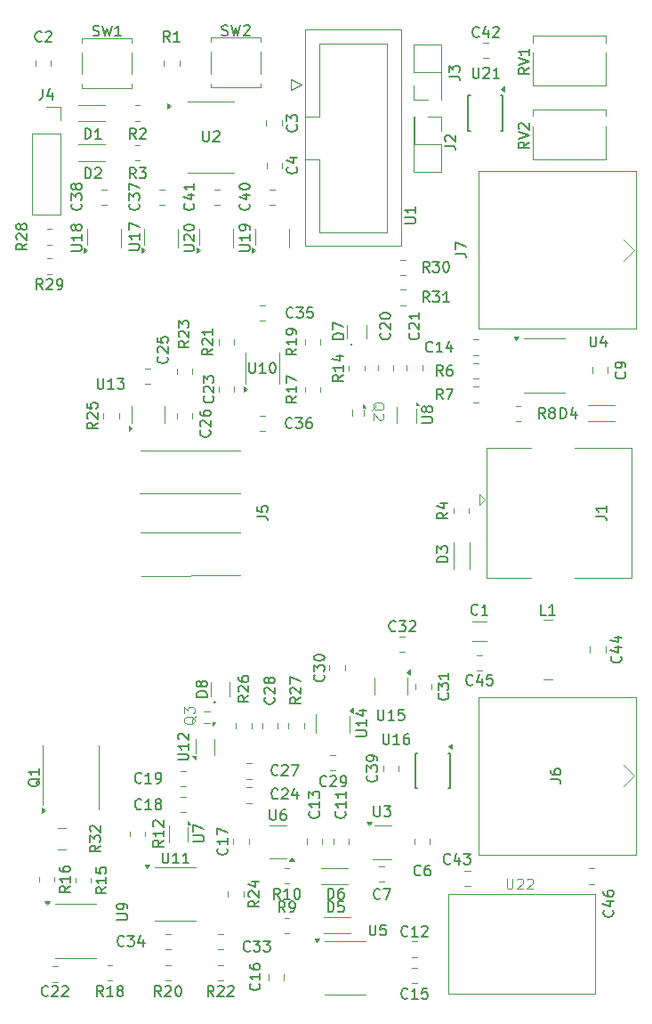
<source format=gbr>
%TF.GenerationSoftware,KiCad,Pcbnew,8.0.0*%
%TF.CreationDate,2024-10-10T18:55:31+02:00*%
%TF.ProjectId,Profiler energetyczny urz_dze_ IoT,50726f66-696c-4657-9220-656e65726765,rev?*%
%TF.SameCoordinates,Original*%
%TF.FileFunction,Legend,Top*%
%TF.FilePolarity,Positive*%
%FSLAX46Y46*%
G04 Gerber Fmt 4.6, Leading zero omitted, Abs format (unit mm)*
G04 Created by KiCad (PCBNEW 8.0.0) date 2024-10-10 18:55:31*
%MOMM*%
%LPD*%
G01*
G04 APERTURE LIST*
%ADD10C,0.150000*%
%ADD11C,0.100000*%
%ADD12C,0.120000*%
G04 APERTURE END LIST*
D10*
X112699580Y-84842857D02*
X112747200Y-84890476D01*
X112747200Y-84890476D02*
X112794819Y-85033333D01*
X112794819Y-85033333D02*
X112794819Y-85128571D01*
X112794819Y-85128571D02*
X112747200Y-85271428D01*
X112747200Y-85271428D02*
X112651961Y-85366666D01*
X112651961Y-85366666D02*
X112556723Y-85414285D01*
X112556723Y-85414285D02*
X112366247Y-85461904D01*
X112366247Y-85461904D02*
X112223390Y-85461904D01*
X112223390Y-85461904D02*
X112032914Y-85414285D01*
X112032914Y-85414285D02*
X111937676Y-85366666D01*
X111937676Y-85366666D02*
X111842438Y-85271428D01*
X111842438Y-85271428D02*
X111794819Y-85128571D01*
X111794819Y-85128571D02*
X111794819Y-85033333D01*
X111794819Y-85033333D02*
X111842438Y-84890476D01*
X111842438Y-84890476D02*
X111890057Y-84842857D01*
X112128152Y-83985714D02*
X112794819Y-83985714D01*
X111747200Y-84223809D02*
X112461485Y-84461904D01*
X112461485Y-84461904D02*
X112461485Y-83842857D01*
X112794819Y-82938095D02*
X112794819Y-83509523D01*
X112794819Y-83223809D02*
X111794819Y-83223809D01*
X111794819Y-83223809D02*
X111937676Y-83319047D01*
X111937676Y-83319047D02*
X112032914Y-83414285D01*
X112032914Y-83414285D02*
X112080533Y-83509523D01*
X107230833Y-82439819D02*
X106897500Y-81963628D01*
X106659405Y-82439819D02*
X106659405Y-81439819D01*
X106659405Y-81439819D02*
X107040357Y-81439819D01*
X107040357Y-81439819D02*
X107135595Y-81487438D01*
X107135595Y-81487438D02*
X107183214Y-81535057D01*
X107183214Y-81535057D02*
X107230833Y-81630295D01*
X107230833Y-81630295D02*
X107230833Y-81773152D01*
X107230833Y-81773152D02*
X107183214Y-81868390D01*
X107183214Y-81868390D02*
X107135595Y-81916009D01*
X107135595Y-81916009D02*
X107040357Y-81963628D01*
X107040357Y-81963628D02*
X106659405Y-81963628D01*
X107564167Y-81439819D02*
X108183214Y-81439819D01*
X108183214Y-81439819D02*
X107849881Y-81820771D01*
X107849881Y-81820771D02*
X107992738Y-81820771D01*
X107992738Y-81820771D02*
X108087976Y-81868390D01*
X108087976Y-81868390D02*
X108135595Y-81916009D01*
X108135595Y-81916009D02*
X108183214Y-82011247D01*
X108183214Y-82011247D02*
X108183214Y-82249342D01*
X108183214Y-82249342D02*
X108135595Y-82344580D01*
X108135595Y-82344580D02*
X108087976Y-82392200D01*
X108087976Y-82392200D02*
X107992738Y-82439819D01*
X107992738Y-82439819D02*
X107707024Y-82439819D01*
X107707024Y-82439819D02*
X107611786Y-82392200D01*
X107611786Y-82392200D02*
X107564167Y-82344580D01*
X107757142Y-142359580D02*
X107709523Y-142407200D01*
X107709523Y-142407200D02*
X107566666Y-142454819D01*
X107566666Y-142454819D02*
X107471428Y-142454819D01*
X107471428Y-142454819D02*
X107328571Y-142407200D01*
X107328571Y-142407200D02*
X107233333Y-142311961D01*
X107233333Y-142311961D02*
X107185714Y-142216723D01*
X107185714Y-142216723D02*
X107138095Y-142026247D01*
X107138095Y-142026247D02*
X107138095Y-141883390D01*
X107138095Y-141883390D02*
X107185714Y-141692914D01*
X107185714Y-141692914D02*
X107233333Y-141597676D01*
X107233333Y-141597676D02*
X107328571Y-141502438D01*
X107328571Y-141502438D02*
X107471428Y-141454819D01*
X107471428Y-141454819D02*
X107566666Y-141454819D01*
X107566666Y-141454819D02*
X107709523Y-141502438D01*
X107709523Y-141502438D02*
X107757142Y-141550057D01*
X108709523Y-142454819D02*
X108138095Y-142454819D01*
X108423809Y-142454819D02*
X108423809Y-141454819D01*
X108423809Y-141454819D02*
X108328571Y-141597676D01*
X108328571Y-141597676D02*
X108233333Y-141692914D01*
X108233333Y-141692914D02*
X108138095Y-141740533D01*
X109280952Y-141883390D02*
X109185714Y-141835771D01*
X109185714Y-141835771D02*
X109138095Y-141788152D01*
X109138095Y-141788152D02*
X109090476Y-141692914D01*
X109090476Y-141692914D02*
X109090476Y-141645295D01*
X109090476Y-141645295D02*
X109138095Y-141550057D01*
X109138095Y-141550057D02*
X109185714Y-141502438D01*
X109185714Y-141502438D02*
X109280952Y-141454819D01*
X109280952Y-141454819D02*
X109471428Y-141454819D01*
X109471428Y-141454819D02*
X109566666Y-141502438D01*
X109566666Y-141502438D02*
X109614285Y-141550057D01*
X109614285Y-141550057D02*
X109661904Y-141645295D01*
X109661904Y-141645295D02*
X109661904Y-141692914D01*
X109661904Y-141692914D02*
X109614285Y-141788152D01*
X109614285Y-141788152D02*
X109566666Y-141835771D01*
X109566666Y-141835771D02*
X109471428Y-141883390D01*
X109471428Y-141883390D02*
X109280952Y-141883390D01*
X109280952Y-141883390D02*
X109185714Y-141931009D01*
X109185714Y-141931009D02*
X109138095Y-141978628D01*
X109138095Y-141978628D02*
X109090476Y-142073866D01*
X109090476Y-142073866D02*
X109090476Y-142264342D01*
X109090476Y-142264342D02*
X109138095Y-142359580D01*
X109138095Y-142359580D02*
X109185714Y-142407200D01*
X109185714Y-142407200D02*
X109280952Y-142454819D01*
X109280952Y-142454819D02*
X109471428Y-142454819D01*
X109471428Y-142454819D02*
X109566666Y-142407200D01*
X109566666Y-142407200D02*
X109614285Y-142359580D01*
X109614285Y-142359580D02*
X109661904Y-142264342D01*
X109661904Y-142264342D02*
X109661904Y-142073866D01*
X109661904Y-142073866D02*
X109614285Y-141978628D01*
X109614285Y-141978628D02*
X109566666Y-141931009D01*
X109566666Y-141931009D02*
X109471428Y-141883390D01*
X112704819Y-145511904D02*
X113514342Y-145511904D01*
X113514342Y-145511904D02*
X113609580Y-145464285D01*
X113609580Y-145464285D02*
X113657200Y-145416666D01*
X113657200Y-145416666D02*
X113704819Y-145321428D01*
X113704819Y-145321428D02*
X113704819Y-145130952D01*
X113704819Y-145130952D02*
X113657200Y-145035714D01*
X113657200Y-145035714D02*
X113609580Y-144988095D01*
X113609580Y-144988095D02*
X113514342Y-144940476D01*
X113514342Y-144940476D02*
X112704819Y-144940476D01*
X112704819Y-144559523D02*
X112704819Y-143892857D01*
X112704819Y-143892857D02*
X113704819Y-144321428D01*
X133107142Y-154429580D02*
X133059523Y-154477200D01*
X133059523Y-154477200D02*
X132916666Y-154524819D01*
X132916666Y-154524819D02*
X132821428Y-154524819D01*
X132821428Y-154524819D02*
X132678571Y-154477200D01*
X132678571Y-154477200D02*
X132583333Y-154381961D01*
X132583333Y-154381961D02*
X132535714Y-154286723D01*
X132535714Y-154286723D02*
X132488095Y-154096247D01*
X132488095Y-154096247D02*
X132488095Y-153953390D01*
X132488095Y-153953390D02*
X132535714Y-153762914D01*
X132535714Y-153762914D02*
X132583333Y-153667676D01*
X132583333Y-153667676D02*
X132678571Y-153572438D01*
X132678571Y-153572438D02*
X132821428Y-153524819D01*
X132821428Y-153524819D02*
X132916666Y-153524819D01*
X132916666Y-153524819D02*
X133059523Y-153572438D01*
X133059523Y-153572438D02*
X133107142Y-153620057D01*
X134059523Y-154524819D02*
X133488095Y-154524819D01*
X133773809Y-154524819D02*
X133773809Y-153524819D01*
X133773809Y-153524819D02*
X133678571Y-153667676D01*
X133678571Y-153667676D02*
X133583333Y-153762914D01*
X133583333Y-153762914D02*
X133488095Y-153810533D01*
X134440476Y-153620057D02*
X134488095Y-153572438D01*
X134488095Y-153572438D02*
X134583333Y-153524819D01*
X134583333Y-153524819D02*
X134821428Y-153524819D01*
X134821428Y-153524819D02*
X134916666Y-153572438D01*
X134916666Y-153572438D02*
X134964285Y-153620057D01*
X134964285Y-153620057D02*
X135011904Y-153715295D01*
X135011904Y-153715295D02*
X135011904Y-153810533D01*
X135011904Y-153810533D02*
X134964285Y-153953390D01*
X134964285Y-153953390D02*
X134392857Y-154524819D01*
X134392857Y-154524819D02*
X135011904Y-154524819D01*
X150488095Y-97454819D02*
X150488095Y-98264342D01*
X150488095Y-98264342D02*
X150535714Y-98359580D01*
X150535714Y-98359580D02*
X150583333Y-98407200D01*
X150583333Y-98407200D02*
X150678571Y-98454819D01*
X150678571Y-98454819D02*
X150869047Y-98454819D01*
X150869047Y-98454819D02*
X150964285Y-98407200D01*
X150964285Y-98407200D02*
X151011904Y-98359580D01*
X151011904Y-98359580D02*
X151059523Y-98264342D01*
X151059523Y-98264342D02*
X151059523Y-97454819D01*
X151964285Y-97788152D02*
X151964285Y-98454819D01*
X151726190Y-97407200D02*
X151488095Y-98121485D01*
X151488095Y-98121485D02*
X152107142Y-98121485D01*
X135157142Y-94204819D02*
X134823809Y-93728628D01*
X134585714Y-94204819D02*
X134585714Y-93204819D01*
X134585714Y-93204819D02*
X134966666Y-93204819D01*
X134966666Y-93204819D02*
X135061904Y-93252438D01*
X135061904Y-93252438D02*
X135109523Y-93300057D01*
X135109523Y-93300057D02*
X135157142Y-93395295D01*
X135157142Y-93395295D02*
X135157142Y-93538152D01*
X135157142Y-93538152D02*
X135109523Y-93633390D01*
X135109523Y-93633390D02*
X135061904Y-93681009D01*
X135061904Y-93681009D02*
X134966666Y-93728628D01*
X134966666Y-93728628D02*
X134585714Y-93728628D01*
X135490476Y-93204819D02*
X136109523Y-93204819D01*
X136109523Y-93204819D02*
X135776190Y-93585771D01*
X135776190Y-93585771D02*
X135919047Y-93585771D01*
X135919047Y-93585771D02*
X136014285Y-93633390D01*
X136014285Y-93633390D02*
X136061904Y-93681009D01*
X136061904Y-93681009D02*
X136109523Y-93776247D01*
X136109523Y-93776247D02*
X136109523Y-94014342D01*
X136109523Y-94014342D02*
X136061904Y-94109580D01*
X136061904Y-94109580D02*
X136014285Y-94157200D01*
X136014285Y-94157200D02*
X135919047Y-94204819D01*
X135919047Y-94204819D02*
X135633333Y-94204819D01*
X135633333Y-94204819D02*
X135538095Y-94157200D01*
X135538095Y-94157200D02*
X135490476Y-94109580D01*
X137061904Y-94204819D02*
X136490476Y-94204819D01*
X136776190Y-94204819D02*
X136776190Y-93204819D01*
X136776190Y-93204819D02*
X136680952Y-93347676D01*
X136680952Y-93347676D02*
X136585714Y-93442914D01*
X136585714Y-93442914D02*
X136490476Y-93490533D01*
X122107142Y-106109580D02*
X122059523Y-106157200D01*
X122059523Y-106157200D02*
X121916666Y-106204819D01*
X121916666Y-106204819D02*
X121821428Y-106204819D01*
X121821428Y-106204819D02*
X121678571Y-106157200D01*
X121678571Y-106157200D02*
X121583333Y-106061961D01*
X121583333Y-106061961D02*
X121535714Y-105966723D01*
X121535714Y-105966723D02*
X121488095Y-105776247D01*
X121488095Y-105776247D02*
X121488095Y-105633390D01*
X121488095Y-105633390D02*
X121535714Y-105442914D01*
X121535714Y-105442914D02*
X121583333Y-105347676D01*
X121583333Y-105347676D02*
X121678571Y-105252438D01*
X121678571Y-105252438D02*
X121821428Y-105204819D01*
X121821428Y-105204819D02*
X121916666Y-105204819D01*
X121916666Y-105204819D02*
X122059523Y-105252438D01*
X122059523Y-105252438D02*
X122107142Y-105300057D01*
X122440476Y-105204819D02*
X123059523Y-105204819D01*
X123059523Y-105204819D02*
X122726190Y-105585771D01*
X122726190Y-105585771D02*
X122869047Y-105585771D01*
X122869047Y-105585771D02*
X122964285Y-105633390D01*
X122964285Y-105633390D02*
X123011904Y-105681009D01*
X123011904Y-105681009D02*
X123059523Y-105776247D01*
X123059523Y-105776247D02*
X123059523Y-106014342D01*
X123059523Y-106014342D02*
X123011904Y-106109580D01*
X123011904Y-106109580D02*
X122964285Y-106157200D01*
X122964285Y-106157200D02*
X122869047Y-106204819D01*
X122869047Y-106204819D02*
X122583333Y-106204819D01*
X122583333Y-106204819D02*
X122488095Y-106157200D01*
X122488095Y-106157200D02*
X122440476Y-106109580D01*
X123916666Y-105204819D02*
X123726190Y-105204819D01*
X123726190Y-105204819D02*
X123630952Y-105252438D01*
X123630952Y-105252438D02*
X123583333Y-105300057D01*
X123583333Y-105300057D02*
X123488095Y-105442914D01*
X123488095Y-105442914D02*
X123440476Y-105633390D01*
X123440476Y-105633390D02*
X123440476Y-106014342D01*
X123440476Y-106014342D02*
X123488095Y-106109580D01*
X123488095Y-106109580D02*
X123535714Y-106157200D01*
X123535714Y-106157200D02*
X123630952Y-106204819D01*
X123630952Y-106204819D02*
X123821428Y-106204819D01*
X123821428Y-106204819D02*
X123916666Y-106157200D01*
X123916666Y-106157200D02*
X123964285Y-106109580D01*
X123964285Y-106109580D02*
X124011904Y-106014342D01*
X124011904Y-106014342D02*
X124011904Y-105776247D01*
X124011904Y-105776247D02*
X123964285Y-105681009D01*
X123964285Y-105681009D02*
X123916666Y-105633390D01*
X123916666Y-105633390D02*
X123821428Y-105585771D01*
X123821428Y-105585771D02*
X123630952Y-105585771D01*
X123630952Y-105585771D02*
X123535714Y-105633390D01*
X123535714Y-105633390D02*
X123488095Y-105681009D01*
X123488095Y-105681009D02*
X123440476Y-105776247D01*
X122497080Y-77366666D02*
X122544700Y-77414285D01*
X122544700Y-77414285D02*
X122592319Y-77557142D01*
X122592319Y-77557142D02*
X122592319Y-77652380D01*
X122592319Y-77652380D02*
X122544700Y-77795237D01*
X122544700Y-77795237D02*
X122449461Y-77890475D01*
X122449461Y-77890475D02*
X122354223Y-77938094D01*
X122354223Y-77938094D02*
X122163747Y-77985713D01*
X122163747Y-77985713D02*
X122020890Y-77985713D01*
X122020890Y-77985713D02*
X121830414Y-77938094D01*
X121830414Y-77938094D02*
X121735176Y-77890475D01*
X121735176Y-77890475D02*
X121639938Y-77795237D01*
X121639938Y-77795237D02*
X121592319Y-77652380D01*
X121592319Y-77652380D02*
X121592319Y-77557142D01*
X121592319Y-77557142D02*
X121639938Y-77414285D01*
X121639938Y-77414285D02*
X121687557Y-77366666D01*
X121592319Y-77033332D02*
X121592319Y-76414285D01*
X121592319Y-76414285D02*
X121973271Y-76747618D01*
X121973271Y-76747618D02*
X121973271Y-76604761D01*
X121973271Y-76604761D02*
X122020890Y-76509523D01*
X122020890Y-76509523D02*
X122068509Y-76461904D01*
X122068509Y-76461904D02*
X122163747Y-76414285D01*
X122163747Y-76414285D02*
X122401842Y-76414285D01*
X122401842Y-76414285D02*
X122497080Y-76461904D01*
X122497080Y-76461904D02*
X122544700Y-76509523D01*
X122544700Y-76509523D02*
X122592319Y-76604761D01*
X122592319Y-76604761D02*
X122592319Y-76890475D01*
X122592319Y-76890475D02*
X122544700Y-76985713D01*
X122544700Y-76985713D02*
X122497080Y-77033332D01*
X132854819Y-86711904D02*
X133664342Y-86711904D01*
X133664342Y-86711904D02*
X133759580Y-86664285D01*
X133759580Y-86664285D02*
X133807200Y-86616666D01*
X133807200Y-86616666D02*
X133854819Y-86521428D01*
X133854819Y-86521428D02*
X133854819Y-86330952D01*
X133854819Y-86330952D02*
X133807200Y-86235714D01*
X133807200Y-86235714D02*
X133759580Y-86188095D01*
X133759580Y-86188095D02*
X133664342Y-86140476D01*
X133664342Y-86140476D02*
X132854819Y-86140476D01*
X133854819Y-85140476D02*
X133854819Y-85711904D01*
X133854819Y-85426190D02*
X132854819Y-85426190D01*
X132854819Y-85426190D02*
X132997676Y-85521428D01*
X132997676Y-85521428D02*
X133092914Y-85616666D01*
X133092914Y-85616666D02*
X133140533Y-85711904D01*
X114234580Y-106392857D02*
X114282200Y-106440476D01*
X114282200Y-106440476D02*
X114329819Y-106583333D01*
X114329819Y-106583333D02*
X114329819Y-106678571D01*
X114329819Y-106678571D02*
X114282200Y-106821428D01*
X114282200Y-106821428D02*
X114186961Y-106916666D01*
X114186961Y-106916666D02*
X114091723Y-106964285D01*
X114091723Y-106964285D02*
X113901247Y-107011904D01*
X113901247Y-107011904D02*
X113758390Y-107011904D01*
X113758390Y-107011904D02*
X113567914Y-106964285D01*
X113567914Y-106964285D02*
X113472676Y-106916666D01*
X113472676Y-106916666D02*
X113377438Y-106821428D01*
X113377438Y-106821428D02*
X113329819Y-106678571D01*
X113329819Y-106678571D02*
X113329819Y-106583333D01*
X113329819Y-106583333D02*
X113377438Y-106440476D01*
X113377438Y-106440476D02*
X113425057Y-106392857D01*
X113425057Y-106011904D02*
X113377438Y-105964285D01*
X113377438Y-105964285D02*
X113329819Y-105869047D01*
X113329819Y-105869047D02*
X113329819Y-105630952D01*
X113329819Y-105630952D02*
X113377438Y-105535714D01*
X113377438Y-105535714D02*
X113425057Y-105488095D01*
X113425057Y-105488095D02*
X113520295Y-105440476D01*
X113520295Y-105440476D02*
X113615533Y-105440476D01*
X113615533Y-105440476D02*
X113758390Y-105488095D01*
X113758390Y-105488095D02*
X114329819Y-106059523D01*
X114329819Y-106059523D02*
X114329819Y-105440476D01*
X113329819Y-104583333D02*
X113329819Y-104773809D01*
X113329819Y-104773809D02*
X113377438Y-104869047D01*
X113377438Y-104869047D02*
X113425057Y-104916666D01*
X113425057Y-104916666D02*
X113567914Y-105011904D01*
X113567914Y-105011904D02*
X113758390Y-105059523D01*
X113758390Y-105059523D02*
X114139342Y-105059523D01*
X114139342Y-105059523D02*
X114234580Y-105011904D01*
X114234580Y-105011904D02*
X114282200Y-104964285D01*
X114282200Y-104964285D02*
X114329819Y-104869047D01*
X114329819Y-104869047D02*
X114329819Y-104678571D01*
X114329819Y-104678571D02*
X114282200Y-104583333D01*
X114282200Y-104583333D02*
X114234580Y-104535714D01*
X114234580Y-104535714D02*
X114139342Y-104488095D01*
X114139342Y-104488095D02*
X113901247Y-104488095D01*
X113901247Y-104488095D02*
X113806009Y-104535714D01*
X113806009Y-104535714D02*
X113758390Y-104583333D01*
X113758390Y-104583333D02*
X113710771Y-104678571D01*
X113710771Y-104678571D02*
X113710771Y-104869047D01*
X113710771Y-104869047D02*
X113758390Y-104964285D01*
X113758390Y-104964285D02*
X113806009Y-105011904D01*
X113806009Y-105011904D02*
X113901247Y-105059523D01*
X136904819Y-118938094D02*
X135904819Y-118938094D01*
X135904819Y-118938094D02*
X135904819Y-118699999D01*
X135904819Y-118699999D02*
X135952438Y-118557142D01*
X135952438Y-118557142D02*
X136047676Y-118461904D01*
X136047676Y-118461904D02*
X136142914Y-118414285D01*
X136142914Y-118414285D02*
X136333390Y-118366666D01*
X136333390Y-118366666D02*
X136476247Y-118366666D01*
X136476247Y-118366666D02*
X136666723Y-118414285D01*
X136666723Y-118414285D02*
X136761961Y-118461904D01*
X136761961Y-118461904D02*
X136857200Y-118557142D01*
X136857200Y-118557142D02*
X136904819Y-118699999D01*
X136904819Y-118699999D02*
X136904819Y-118938094D01*
X135904819Y-118033332D02*
X135904819Y-117414285D01*
X135904819Y-117414285D02*
X136285771Y-117747618D01*
X136285771Y-117747618D02*
X136285771Y-117604761D01*
X136285771Y-117604761D02*
X136333390Y-117509523D01*
X136333390Y-117509523D02*
X136381009Y-117461904D01*
X136381009Y-117461904D02*
X136476247Y-117414285D01*
X136476247Y-117414285D02*
X136714342Y-117414285D01*
X136714342Y-117414285D02*
X136809580Y-117461904D01*
X136809580Y-117461904D02*
X136857200Y-117509523D01*
X136857200Y-117509523D02*
X136904819Y-117604761D01*
X136904819Y-117604761D02*
X136904819Y-117890475D01*
X136904819Y-117890475D02*
X136857200Y-117985713D01*
X136857200Y-117985713D02*
X136809580Y-118033332D01*
X127004819Y-97738094D02*
X126004819Y-97738094D01*
X126004819Y-97738094D02*
X126004819Y-97499999D01*
X126004819Y-97499999D02*
X126052438Y-97357142D01*
X126052438Y-97357142D02*
X126147676Y-97261904D01*
X126147676Y-97261904D02*
X126242914Y-97214285D01*
X126242914Y-97214285D02*
X126433390Y-97166666D01*
X126433390Y-97166666D02*
X126576247Y-97166666D01*
X126576247Y-97166666D02*
X126766723Y-97214285D01*
X126766723Y-97214285D02*
X126861961Y-97261904D01*
X126861961Y-97261904D02*
X126957200Y-97357142D01*
X126957200Y-97357142D02*
X127004819Y-97499999D01*
X127004819Y-97499999D02*
X127004819Y-97738094D01*
X126004819Y-96833332D02*
X126004819Y-96166666D01*
X126004819Y-96166666D02*
X127004819Y-96595237D01*
X122182142Y-95609580D02*
X122134523Y-95657200D01*
X122134523Y-95657200D02*
X121991666Y-95704819D01*
X121991666Y-95704819D02*
X121896428Y-95704819D01*
X121896428Y-95704819D02*
X121753571Y-95657200D01*
X121753571Y-95657200D02*
X121658333Y-95561961D01*
X121658333Y-95561961D02*
X121610714Y-95466723D01*
X121610714Y-95466723D02*
X121563095Y-95276247D01*
X121563095Y-95276247D02*
X121563095Y-95133390D01*
X121563095Y-95133390D02*
X121610714Y-94942914D01*
X121610714Y-94942914D02*
X121658333Y-94847676D01*
X121658333Y-94847676D02*
X121753571Y-94752438D01*
X121753571Y-94752438D02*
X121896428Y-94704819D01*
X121896428Y-94704819D02*
X121991666Y-94704819D01*
X121991666Y-94704819D02*
X122134523Y-94752438D01*
X122134523Y-94752438D02*
X122182142Y-94800057D01*
X122515476Y-94704819D02*
X123134523Y-94704819D01*
X123134523Y-94704819D02*
X122801190Y-95085771D01*
X122801190Y-95085771D02*
X122944047Y-95085771D01*
X122944047Y-95085771D02*
X123039285Y-95133390D01*
X123039285Y-95133390D02*
X123086904Y-95181009D01*
X123086904Y-95181009D02*
X123134523Y-95276247D01*
X123134523Y-95276247D02*
X123134523Y-95514342D01*
X123134523Y-95514342D02*
X123086904Y-95609580D01*
X123086904Y-95609580D02*
X123039285Y-95657200D01*
X123039285Y-95657200D02*
X122944047Y-95704819D01*
X122944047Y-95704819D02*
X122658333Y-95704819D01*
X122658333Y-95704819D02*
X122563095Y-95657200D01*
X122563095Y-95657200D02*
X122515476Y-95609580D01*
X124039285Y-94704819D02*
X123563095Y-94704819D01*
X123563095Y-94704819D02*
X123515476Y-95181009D01*
X123515476Y-95181009D02*
X123563095Y-95133390D01*
X123563095Y-95133390D02*
X123658333Y-95085771D01*
X123658333Y-95085771D02*
X123896428Y-95085771D01*
X123896428Y-95085771D02*
X123991666Y-95133390D01*
X123991666Y-95133390D02*
X124039285Y-95181009D01*
X124039285Y-95181009D02*
X124086904Y-95276247D01*
X124086904Y-95276247D02*
X124086904Y-95514342D01*
X124086904Y-95514342D02*
X124039285Y-95609580D01*
X124039285Y-95609580D02*
X123991666Y-95657200D01*
X123991666Y-95657200D02*
X123896428Y-95704819D01*
X123896428Y-95704819D02*
X123658333Y-95704819D01*
X123658333Y-95704819D02*
X123563095Y-95657200D01*
X123563095Y-95657200D02*
X123515476Y-95609580D01*
X136433333Y-101204819D02*
X136100000Y-100728628D01*
X135861905Y-101204819D02*
X135861905Y-100204819D01*
X135861905Y-100204819D02*
X136242857Y-100204819D01*
X136242857Y-100204819D02*
X136338095Y-100252438D01*
X136338095Y-100252438D02*
X136385714Y-100300057D01*
X136385714Y-100300057D02*
X136433333Y-100395295D01*
X136433333Y-100395295D02*
X136433333Y-100538152D01*
X136433333Y-100538152D02*
X136385714Y-100633390D01*
X136385714Y-100633390D02*
X136338095Y-100681009D01*
X136338095Y-100681009D02*
X136242857Y-100728628D01*
X136242857Y-100728628D02*
X135861905Y-100728628D01*
X137290476Y-100204819D02*
X137100000Y-100204819D01*
X137100000Y-100204819D02*
X137004762Y-100252438D01*
X137004762Y-100252438D02*
X136957143Y-100300057D01*
X136957143Y-100300057D02*
X136861905Y-100442914D01*
X136861905Y-100442914D02*
X136814286Y-100633390D01*
X136814286Y-100633390D02*
X136814286Y-101014342D01*
X136814286Y-101014342D02*
X136861905Y-101109580D01*
X136861905Y-101109580D02*
X136909524Y-101157200D01*
X136909524Y-101157200D02*
X137004762Y-101204819D01*
X137004762Y-101204819D02*
X137195238Y-101204819D01*
X137195238Y-101204819D02*
X137290476Y-101157200D01*
X137290476Y-101157200D02*
X137338095Y-101109580D01*
X137338095Y-101109580D02*
X137385714Y-101014342D01*
X137385714Y-101014342D02*
X137385714Y-100776247D01*
X137385714Y-100776247D02*
X137338095Y-100681009D01*
X137338095Y-100681009D02*
X137290476Y-100633390D01*
X137290476Y-100633390D02*
X137195238Y-100585771D01*
X137195238Y-100585771D02*
X137004762Y-100585771D01*
X137004762Y-100585771D02*
X136909524Y-100633390D01*
X136909524Y-100633390D02*
X136861905Y-100681009D01*
X136861905Y-100681009D02*
X136814286Y-100776247D01*
X120359580Y-131792857D02*
X120407200Y-131840476D01*
X120407200Y-131840476D02*
X120454819Y-131983333D01*
X120454819Y-131983333D02*
X120454819Y-132078571D01*
X120454819Y-132078571D02*
X120407200Y-132221428D01*
X120407200Y-132221428D02*
X120311961Y-132316666D01*
X120311961Y-132316666D02*
X120216723Y-132364285D01*
X120216723Y-132364285D02*
X120026247Y-132411904D01*
X120026247Y-132411904D02*
X119883390Y-132411904D01*
X119883390Y-132411904D02*
X119692914Y-132364285D01*
X119692914Y-132364285D02*
X119597676Y-132316666D01*
X119597676Y-132316666D02*
X119502438Y-132221428D01*
X119502438Y-132221428D02*
X119454819Y-132078571D01*
X119454819Y-132078571D02*
X119454819Y-131983333D01*
X119454819Y-131983333D02*
X119502438Y-131840476D01*
X119502438Y-131840476D02*
X119550057Y-131792857D01*
X119550057Y-131411904D02*
X119502438Y-131364285D01*
X119502438Y-131364285D02*
X119454819Y-131269047D01*
X119454819Y-131269047D02*
X119454819Y-131030952D01*
X119454819Y-131030952D02*
X119502438Y-130935714D01*
X119502438Y-130935714D02*
X119550057Y-130888095D01*
X119550057Y-130888095D02*
X119645295Y-130840476D01*
X119645295Y-130840476D02*
X119740533Y-130840476D01*
X119740533Y-130840476D02*
X119883390Y-130888095D01*
X119883390Y-130888095D02*
X120454819Y-131459523D01*
X120454819Y-131459523D02*
X120454819Y-130840476D01*
X119883390Y-130269047D02*
X119835771Y-130364285D01*
X119835771Y-130364285D02*
X119788152Y-130411904D01*
X119788152Y-130411904D02*
X119692914Y-130459523D01*
X119692914Y-130459523D02*
X119645295Y-130459523D01*
X119645295Y-130459523D02*
X119550057Y-130411904D01*
X119550057Y-130411904D02*
X119502438Y-130364285D01*
X119502438Y-130364285D02*
X119454819Y-130269047D01*
X119454819Y-130269047D02*
X119454819Y-130078571D01*
X119454819Y-130078571D02*
X119502438Y-129983333D01*
X119502438Y-129983333D02*
X119550057Y-129935714D01*
X119550057Y-129935714D02*
X119645295Y-129888095D01*
X119645295Y-129888095D02*
X119692914Y-129888095D01*
X119692914Y-129888095D02*
X119788152Y-129935714D01*
X119788152Y-129935714D02*
X119835771Y-129983333D01*
X119835771Y-129983333D02*
X119883390Y-130078571D01*
X119883390Y-130078571D02*
X119883390Y-130269047D01*
X119883390Y-130269047D02*
X119931009Y-130364285D01*
X119931009Y-130364285D02*
X119978628Y-130411904D01*
X119978628Y-130411904D02*
X120073866Y-130459523D01*
X120073866Y-130459523D02*
X120264342Y-130459523D01*
X120264342Y-130459523D02*
X120359580Y-130411904D01*
X120359580Y-130411904D02*
X120407200Y-130364285D01*
X120407200Y-130364285D02*
X120454819Y-130269047D01*
X120454819Y-130269047D02*
X120454819Y-130078571D01*
X120454819Y-130078571D02*
X120407200Y-129983333D01*
X120407200Y-129983333D02*
X120359580Y-129935714D01*
X120359580Y-129935714D02*
X120264342Y-129888095D01*
X120264342Y-129888095D02*
X120073866Y-129888095D01*
X120073866Y-129888095D02*
X119978628Y-129935714D01*
X119978628Y-129935714D02*
X119931009Y-129983333D01*
X119931009Y-129983333D02*
X119883390Y-130078571D01*
X101082319Y-89338094D02*
X101891842Y-89338094D01*
X101891842Y-89338094D02*
X101987080Y-89290475D01*
X101987080Y-89290475D02*
X102034700Y-89242856D01*
X102034700Y-89242856D02*
X102082319Y-89147618D01*
X102082319Y-89147618D02*
X102082319Y-88957142D01*
X102082319Y-88957142D02*
X102034700Y-88861904D01*
X102034700Y-88861904D02*
X101987080Y-88814285D01*
X101987080Y-88814285D02*
X101891842Y-88766666D01*
X101891842Y-88766666D02*
X101082319Y-88766666D01*
X102082319Y-87766666D02*
X102082319Y-88338094D01*
X102082319Y-88052380D02*
X101082319Y-88052380D01*
X101082319Y-88052380D02*
X101225176Y-88147618D01*
X101225176Y-88147618D02*
X101320414Y-88242856D01*
X101320414Y-88242856D02*
X101368033Y-88338094D01*
X101510890Y-87195237D02*
X101463271Y-87290475D01*
X101463271Y-87290475D02*
X101415652Y-87338094D01*
X101415652Y-87338094D02*
X101320414Y-87385713D01*
X101320414Y-87385713D02*
X101272795Y-87385713D01*
X101272795Y-87385713D02*
X101177557Y-87338094D01*
X101177557Y-87338094D02*
X101129938Y-87290475D01*
X101129938Y-87290475D02*
X101082319Y-87195237D01*
X101082319Y-87195237D02*
X101082319Y-87004761D01*
X101082319Y-87004761D02*
X101129938Y-86909523D01*
X101129938Y-86909523D02*
X101177557Y-86861904D01*
X101177557Y-86861904D02*
X101272795Y-86814285D01*
X101272795Y-86814285D02*
X101320414Y-86814285D01*
X101320414Y-86814285D02*
X101415652Y-86861904D01*
X101415652Y-86861904D02*
X101463271Y-86909523D01*
X101463271Y-86909523D02*
X101510890Y-87004761D01*
X101510890Y-87004761D02*
X101510890Y-87195237D01*
X101510890Y-87195237D02*
X101558509Y-87290475D01*
X101558509Y-87290475D02*
X101606128Y-87338094D01*
X101606128Y-87338094D02*
X101701366Y-87385713D01*
X101701366Y-87385713D02*
X101891842Y-87385713D01*
X101891842Y-87385713D02*
X101987080Y-87338094D01*
X101987080Y-87338094D02*
X102034700Y-87290475D01*
X102034700Y-87290475D02*
X102082319Y-87195237D01*
X102082319Y-87195237D02*
X102082319Y-87004761D01*
X102082319Y-87004761D02*
X102034700Y-86909523D01*
X102034700Y-86909523D02*
X101987080Y-86861904D01*
X101987080Y-86861904D02*
X101891842Y-86814285D01*
X101891842Y-86814285D02*
X101701366Y-86814285D01*
X101701366Y-86814285D02*
X101606128Y-86861904D01*
X101606128Y-86861904D02*
X101558509Y-86909523D01*
X101558509Y-86909523D02*
X101510890Y-87004761D01*
X152609580Y-152042857D02*
X152657200Y-152090476D01*
X152657200Y-152090476D02*
X152704819Y-152233333D01*
X152704819Y-152233333D02*
X152704819Y-152328571D01*
X152704819Y-152328571D02*
X152657200Y-152471428D01*
X152657200Y-152471428D02*
X152561961Y-152566666D01*
X152561961Y-152566666D02*
X152466723Y-152614285D01*
X152466723Y-152614285D02*
X152276247Y-152661904D01*
X152276247Y-152661904D02*
X152133390Y-152661904D01*
X152133390Y-152661904D02*
X151942914Y-152614285D01*
X151942914Y-152614285D02*
X151847676Y-152566666D01*
X151847676Y-152566666D02*
X151752438Y-152471428D01*
X151752438Y-152471428D02*
X151704819Y-152328571D01*
X151704819Y-152328571D02*
X151704819Y-152233333D01*
X151704819Y-152233333D02*
X151752438Y-152090476D01*
X151752438Y-152090476D02*
X151800057Y-152042857D01*
X152038152Y-151185714D02*
X152704819Y-151185714D01*
X151657200Y-151423809D02*
X152371485Y-151661904D01*
X152371485Y-151661904D02*
X152371485Y-151042857D01*
X151704819Y-150233333D02*
X151704819Y-150423809D01*
X151704819Y-150423809D02*
X151752438Y-150519047D01*
X151752438Y-150519047D02*
X151800057Y-150566666D01*
X151800057Y-150566666D02*
X151942914Y-150661904D01*
X151942914Y-150661904D02*
X152133390Y-150709523D01*
X152133390Y-150709523D02*
X152514342Y-150709523D01*
X152514342Y-150709523D02*
X152609580Y-150661904D01*
X152609580Y-150661904D02*
X152657200Y-150614285D01*
X152657200Y-150614285D02*
X152704819Y-150519047D01*
X152704819Y-150519047D02*
X152704819Y-150328571D01*
X152704819Y-150328571D02*
X152657200Y-150233333D01*
X152657200Y-150233333D02*
X152609580Y-150185714D01*
X152609580Y-150185714D02*
X152514342Y-150138095D01*
X152514342Y-150138095D02*
X152276247Y-150138095D01*
X152276247Y-150138095D02*
X152181009Y-150185714D01*
X152181009Y-150185714D02*
X152133390Y-150233333D01*
X152133390Y-150233333D02*
X152085771Y-150328571D01*
X152085771Y-150328571D02*
X152085771Y-150519047D01*
X152085771Y-150519047D02*
X152133390Y-150614285D01*
X152133390Y-150614285D02*
X152181009Y-150661904D01*
X152181009Y-150661904D02*
X152276247Y-150709523D01*
X114529819Y-98642857D02*
X114053628Y-98976190D01*
X114529819Y-99214285D02*
X113529819Y-99214285D01*
X113529819Y-99214285D02*
X113529819Y-98833333D01*
X113529819Y-98833333D02*
X113577438Y-98738095D01*
X113577438Y-98738095D02*
X113625057Y-98690476D01*
X113625057Y-98690476D02*
X113720295Y-98642857D01*
X113720295Y-98642857D02*
X113863152Y-98642857D01*
X113863152Y-98642857D02*
X113958390Y-98690476D01*
X113958390Y-98690476D02*
X114006009Y-98738095D01*
X114006009Y-98738095D02*
X114053628Y-98833333D01*
X114053628Y-98833333D02*
X114053628Y-99214285D01*
X113625057Y-98261904D02*
X113577438Y-98214285D01*
X113577438Y-98214285D02*
X113529819Y-98119047D01*
X113529819Y-98119047D02*
X113529819Y-97880952D01*
X113529819Y-97880952D02*
X113577438Y-97785714D01*
X113577438Y-97785714D02*
X113625057Y-97738095D01*
X113625057Y-97738095D02*
X113720295Y-97690476D01*
X113720295Y-97690476D02*
X113815533Y-97690476D01*
X113815533Y-97690476D02*
X113958390Y-97738095D01*
X113958390Y-97738095D02*
X114529819Y-98309523D01*
X114529819Y-98309523D02*
X114529819Y-97690476D01*
X114529819Y-96738095D02*
X114529819Y-97309523D01*
X114529819Y-97023809D02*
X113529819Y-97023809D01*
X113529819Y-97023809D02*
X113672676Y-97119047D01*
X113672676Y-97119047D02*
X113767914Y-97214285D01*
X113767914Y-97214285D02*
X113815533Y-97309523D01*
X137054819Y-72733333D02*
X137769104Y-72733333D01*
X137769104Y-72733333D02*
X137911961Y-72780952D01*
X137911961Y-72780952D02*
X138007200Y-72876190D01*
X138007200Y-72876190D02*
X138054819Y-73019047D01*
X138054819Y-73019047D02*
X138054819Y-73114285D01*
X137054819Y-72352380D02*
X137054819Y-71733333D01*
X137054819Y-71733333D02*
X137435771Y-72066666D01*
X137435771Y-72066666D02*
X137435771Y-71923809D01*
X137435771Y-71923809D02*
X137483390Y-71828571D01*
X137483390Y-71828571D02*
X137531009Y-71780952D01*
X137531009Y-71780952D02*
X137626247Y-71733333D01*
X137626247Y-71733333D02*
X137864342Y-71733333D01*
X137864342Y-71733333D02*
X137959580Y-71780952D01*
X137959580Y-71780952D02*
X138007200Y-71828571D01*
X138007200Y-71828571D02*
X138054819Y-71923809D01*
X138054819Y-71923809D02*
X138054819Y-72209523D01*
X138054819Y-72209523D02*
X138007200Y-72304761D01*
X138007200Y-72304761D02*
X137959580Y-72352380D01*
X153359580Y-127892857D02*
X153407200Y-127940476D01*
X153407200Y-127940476D02*
X153454819Y-128083333D01*
X153454819Y-128083333D02*
X153454819Y-128178571D01*
X153454819Y-128178571D02*
X153407200Y-128321428D01*
X153407200Y-128321428D02*
X153311961Y-128416666D01*
X153311961Y-128416666D02*
X153216723Y-128464285D01*
X153216723Y-128464285D02*
X153026247Y-128511904D01*
X153026247Y-128511904D02*
X152883390Y-128511904D01*
X152883390Y-128511904D02*
X152692914Y-128464285D01*
X152692914Y-128464285D02*
X152597676Y-128416666D01*
X152597676Y-128416666D02*
X152502438Y-128321428D01*
X152502438Y-128321428D02*
X152454819Y-128178571D01*
X152454819Y-128178571D02*
X152454819Y-128083333D01*
X152454819Y-128083333D02*
X152502438Y-127940476D01*
X152502438Y-127940476D02*
X152550057Y-127892857D01*
X152788152Y-127035714D02*
X153454819Y-127035714D01*
X152407200Y-127273809D02*
X153121485Y-127511904D01*
X153121485Y-127511904D02*
X153121485Y-126892857D01*
X152788152Y-126083333D02*
X153454819Y-126083333D01*
X152407200Y-126321428D02*
X153121485Y-126559523D01*
X153121485Y-126559523D02*
X153121485Y-125940476D01*
X122529819Y-98642857D02*
X122053628Y-98976190D01*
X122529819Y-99214285D02*
X121529819Y-99214285D01*
X121529819Y-99214285D02*
X121529819Y-98833333D01*
X121529819Y-98833333D02*
X121577438Y-98738095D01*
X121577438Y-98738095D02*
X121625057Y-98690476D01*
X121625057Y-98690476D02*
X121720295Y-98642857D01*
X121720295Y-98642857D02*
X121863152Y-98642857D01*
X121863152Y-98642857D02*
X121958390Y-98690476D01*
X121958390Y-98690476D02*
X122006009Y-98738095D01*
X122006009Y-98738095D02*
X122053628Y-98833333D01*
X122053628Y-98833333D02*
X122053628Y-99214285D01*
X122529819Y-97690476D02*
X122529819Y-98261904D01*
X122529819Y-97976190D02*
X121529819Y-97976190D01*
X121529819Y-97976190D02*
X121672676Y-98071428D01*
X121672676Y-98071428D02*
X121767914Y-98166666D01*
X121767914Y-98166666D02*
X121815533Y-98261904D01*
X122529819Y-97214285D02*
X122529819Y-97023809D01*
X122529819Y-97023809D02*
X122482200Y-96928571D01*
X122482200Y-96928571D02*
X122434580Y-96880952D01*
X122434580Y-96880952D02*
X122291723Y-96785714D01*
X122291723Y-96785714D02*
X122101247Y-96738095D01*
X122101247Y-96738095D02*
X121720295Y-96738095D01*
X121720295Y-96738095D02*
X121625057Y-96785714D01*
X121625057Y-96785714D02*
X121577438Y-96833333D01*
X121577438Y-96833333D02*
X121529819Y-96928571D01*
X121529819Y-96928571D02*
X121529819Y-97119047D01*
X121529819Y-97119047D02*
X121577438Y-97214285D01*
X121577438Y-97214285D02*
X121625057Y-97261904D01*
X121625057Y-97261904D02*
X121720295Y-97309523D01*
X121720295Y-97309523D02*
X121958390Y-97309523D01*
X121958390Y-97309523D02*
X122053628Y-97261904D01*
X122053628Y-97261904D02*
X122101247Y-97214285D01*
X122101247Y-97214285D02*
X122148866Y-97119047D01*
X122148866Y-97119047D02*
X122148866Y-96928571D01*
X122148866Y-96928571D02*
X122101247Y-96833333D01*
X122101247Y-96833333D02*
X122053628Y-96785714D01*
X122053628Y-96785714D02*
X121958390Y-96738095D01*
D11*
X142521906Y-149007419D02*
X142521906Y-149816942D01*
X142521906Y-149816942D02*
X142569525Y-149912180D01*
X142569525Y-149912180D02*
X142617144Y-149959800D01*
X142617144Y-149959800D02*
X142712382Y-150007419D01*
X142712382Y-150007419D02*
X142902858Y-150007419D01*
X142902858Y-150007419D02*
X142998096Y-149959800D01*
X142998096Y-149959800D02*
X143045715Y-149912180D01*
X143045715Y-149912180D02*
X143093334Y-149816942D01*
X143093334Y-149816942D02*
X143093334Y-149007419D01*
X143521906Y-149102657D02*
X143569525Y-149055038D01*
X143569525Y-149055038D02*
X143664763Y-149007419D01*
X143664763Y-149007419D02*
X143902858Y-149007419D01*
X143902858Y-149007419D02*
X143998096Y-149055038D01*
X143998096Y-149055038D02*
X144045715Y-149102657D01*
X144045715Y-149102657D02*
X144093334Y-149197895D01*
X144093334Y-149197895D02*
X144093334Y-149293133D01*
X144093334Y-149293133D02*
X144045715Y-149435990D01*
X144045715Y-149435990D02*
X143474287Y-150007419D01*
X143474287Y-150007419D02*
X144093334Y-150007419D01*
X144474287Y-149102657D02*
X144521906Y-149055038D01*
X144521906Y-149055038D02*
X144617144Y-149007419D01*
X144617144Y-149007419D02*
X144855239Y-149007419D01*
X144855239Y-149007419D02*
X144950477Y-149055038D01*
X144950477Y-149055038D02*
X144998096Y-149102657D01*
X144998096Y-149102657D02*
X145045715Y-149197895D01*
X145045715Y-149197895D02*
X145045715Y-149293133D01*
X145045715Y-149293133D02*
X144998096Y-149435990D01*
X144998096Y-149435990D02*
X144426668Y-150007419D01*
X144426668Y-150007419D02*
X145045715Y-150007419D01*
D10*
X96854819Y-88642857D02*
X96378628Y-88976190D01*
X96854819Y-89214285D02*
X95854819Y-89214285D01*
X95854819Y-89214285D02*
X95854819Y-88833333D01*
X95854819Y-88833333D02*
X95902438Y-88738095D01*
X95902438Y-88738095D02*
X95950057Y-88690476D01*
X95950057Y-88690476D02*
X96045295Y-88642857D01*
X96045295Y-88642857D02*
X96188152Y-88642857D01*
X96188152Y-88642857D02*
X96283390Y-88690476D01*
X96283390Y-88690476D02*
X96331009Y-88738095D01*
X96331009Y-88738095D02*
X96378628Y-88833333D01*
X96378628Y-88833333D02*
X96378628Y-89214285D01*
X95950057Y-88261904D02*
X95902438Y-88214285D01*
X95902438Y-88214285D02*
X95854819Y-88119047D01*
X95854819Y-88119047D02*
X95854819Y-87880952D01*
X95854819Y-87880952D02*
X95902438Y-87785714D01*
X95902438Y-87785714D02*
X95950057Y-87738095D01*
X95950057Y-87738095D02*
X96045295Y-87690476D01*
X96045295Y-87690476D02*
X96140533Y-87690476D01*
X96140533Y-87690476D02*
X96283390Y-87738095D01*
X96283390Y-87738095D02*
X96854819Y-88309523D01*
X96854819Y-88309523D02*
X96854819Y-87690476D01*
X96283390Y-87119047D02*
X96235771Y-87214285D01*
X96235771Y-87214285D02*
X96188152Y-87261904D01*
X96188152Y-87261904D02*
X96092914Y-87309523D01*
X96092914Y-87309523D02*
X96045295Y-87309523D01*
X96045295Y-87309523D02*
X95950057Y-87261904D01*
X95950057Y-87261904D02*
X95902438Y-87214285D01*
X95902438Y-87214285D02*
X95854819Y-87119047D01*
X95854819Y-87119047D02*
X95854819Y-86928571D01*
X95854819Y-86928571D02*
X95902438Y-86833333D01*
X95902438Y-86833333D02*
X95950057Y-86785714D01*
X95950057Y-86785714D02*
X96045295Y-86738095D01*
X96045295Y-86738095D02*
X96092914Y-86738095D01*
X96092914Y-86738095D02*
X96188152Y-86785714D01*
X96188152Y-86785714D02*
X96235771Y-86833333D01*
X96235771Y-86833333D02*
X96283390Y-86928571D01*
X96283390Y-86928571D02*
X96283390Y-87119047D01*
X96283390Y-87119047D02*
X96331009Y-87214285D01*
X96331009Y-87214285D02*
X96378628Y-87261904D01*
X96378628Y-87261904D02*
X96473866Y-87309523D01*
X96473866Y-87309523D02*
X96664342Y-87309523D01*
X96664342Y-87309523D02*
X96759580Y-87261904D01*
X96759580Y-87261904D02*
X96807200Y-87214285D01*
X96807200Y-87214285D02*
X96854819Y-87119047D01*
X96854819Y-87119047D02*
X96854819Y-86928571D01*
X96854819Y-86928571D02*
X96807200Y-86833333D01*
X96807200Y-86833333D02*
X96759580Y-86785714D01*
X96759580Y-86785714D02*
X96664342Y-86738095D01*
X96664342Y-86738095D02*
X96473866Y-86738095D01*
X96473866Y-86738095D02*
X96378628Y-86785714D01*
X96378628Y-86785714D02*
X96331009Y-86833333D01*
X96331009Y-86833333D02*
X96283390Y-86928571D01*
X109854819Y-145392857D02*
X109378628Y-145726190D01*
X109854819Y-145964285D02*
X108854819Y-145964285D01*
X108854819Y-145964285D02*
X108854819Y-145583333D01*
X108854819Y-145583333D02*
X108902438Y-145488095D01*
X108902438Y-145488095D02*
X108950057Y-145440476D01*
X108950057Y-145440476D02*
X109045295Y-145392857D01*
X109045295Y-145392857D02*
X109188152Y-145392857D01*
X109188152Y-145392857D02*
X109283390Y-145440476D01*
X109283390Y-145440476D02*
X109331009Y-145488095D01*
X109331009Y-145488095D02*
X109378628Y-145583333D01*
X109378628Y-145583333D02*
X109378628Y-145964285D01*
X109854819Y-144440476D02*
X109854819Y-145011904D01*
X109854819Y-144726190D02*
X108854819Y-144726190D01*
X108854819Y-144726190D02*
X108997676Y-144821428D01*
X108997676Y-144821428D02*
X109092914Y-144916666D01*
X109092914Y-144916666D02*
X109140533Y-145011904D01*
X108950057Y-144059523D02*
X108902438Y-144011904D01*
X108902438Y-144011904D02*
X108854819Y-143916666D01*
X108854819Y-143916666D02*
X108854819Y-143678571D01*
X108854819Y-143678571D02*
X108902438Y-143583333D01*
X108902438Y-143583333D02*
X108950057Y-143535714D01*
X108950057Y-143535714D02*
X109045295Y-143488095D01*
X109045295Y-143488095D02*
X109140533Y-143488095D01*
X109140533Y-143488095D02*
X109283390Y-143535714D01*
X109283390Y-143535714D02*
X109854819Y-144107142D01*
X109854819Y-144107142D02*
X109854819Y-143488095D01*
X120757142Y-139109580D02*
X120709523Y-139157200D01*
X120709523Y-139157200D02*
X120566666Y-139204819D01*
X120566666Y-139204819D02*
X120471428Y-139204819D01*
X120471428Y-139204819D02*
X120328571Y-139157200D01*
X120328571Y-139157200D02*
X120233333Y-139061961D01*
X120233333Y-139061961D02*
X120185714Y-138966723D01*
X120185714Y-138966723D02*
X120138095Y-138776247D01*
X120138095Y-138776247D02*
X120138095Y-138633390D01*
X120138095Y-138633390D02*
X120185714Y-138442914D01*
X120185714Y-138442914D02*
X120233333Y-138347676D01*
X120233333Y-138347676D02*
X120328571Y-138252438D01*
X120328571Y-138252438D02*
X120471428Y-138204819D01*
X120471428Y-138204819D02*
X120566666Y-138204819D01*
X120566666Y-138204819D02*
X120709523Y-138252438D01*
X120709523Y-138252438D02*
X120757142Y-138300057D01*
X121138095Y-138300057D02*
X121185714Y-138252438D01*
X121185714Y-138252438D02*
X121280952Y-138204819D01*
X121280952Y-138204819D02*
X121519047Y-138204819D01*
X121519047Y-138204819D02*
X121614285Y-138252438D01*
X121614285Y-138252438D02*
X121661904Y-138300057D01*
X121661904Y-138300057D02*
X121709523Y-138395295D01*
X121709523Y-138395295D02*
X121709523Y-138490533D01*
X121709523Y-138490533D02*
X121661904Y-138633390D01*
X121661904Y-138633390D02*
X121090476Y-139204819D01*
X121090476Y-139204819D02*
X121709523Y-139204819D01*
X122042857Y-138204819D02*
X122709523Y-138204819D01*
X122709523Y-138204819D02*
X122280952Y-139204819D01*
X117987080Y-84842857D02*
X118034700Y-84890476D01*
X118034700Y-84890476D02*
X118082319Y-85033333D01*
X118082319Y-85033333D02*
X118082319Y-85128571D01*
X118082319Y-85128571D02*
X118034700Y-85271428D01*
X118034700Y-85271428D02*
X117939461Y-85366666D01*
X117939461Y-85366666D02*
X117844223Y-85414285D01*
X117844223Y-85414285D02*
X117653747Y-85461904D01*
X117653747Y-85461904D02*
X117510890Y-85461904D01*
X117510890Y-85461904D02*
X117320414Y-85414285D01*
X117320414Y-85414285D02*
X117225176Y-85366666D01*
X117225176Y-85366666D02*
X117129938Y-85271428D01*
X117129938Y-85271428D02*
X117082319Y-85128571D01*
X117082319Y-85128571D02*
X117082319Y-85033333D01*
X117082319Y-85033333D02*
X117129938Y-84890476D01*
X117129938Y-84890476D02*
X117177557Y-84842857D01*
X117415652Y-83985714D02*
X118082319Y-83985714D01*
X117034700Y-84223809D02*
X117748985Y-84461904D01*
X117748985Y-84461904D02*
X117748985Y-83842857D01*
X117082319Y-83271428D02*
X117082319Y-83176190D01*
X117082319Y-83176190D02*
X117129938Y-83080952D01*
X117129938Y-83080952D02*
X117177557Y-83033333D01*
X117177557Y-83033333D02*
X117272795Y-82985714D01*
X117272795Y-82985714D02*
X117463271Y-82938095D01*
X117463271Y-82938095D02*
X117701366Y-82938095D01*
X117701366Y-82938095D02*
X117891842Y-82985714D01*
X117891842Y-82985714D02*
X117987080Y-83033333D01*
X117987080Y-83033333D02*
X118034700Y-83080952D01*
X118034700Y-83080952D02*
X118082319Y-83176190D01*
X118082319Y-83176190D02*
X118082319Y-83271428D01*
X118082319Y-83271428D02*
X118034700Y-83366666D01*
X118034700Y-83366666D02*
X117987080Y-83414285D01*
X117987080Y-83414285D02*
X117891842Y-83461904D01*
X117891842Y-83461904D02*
X117701366Y-83509523D01*
X117701366Y-83509523D02*
X117463271Y-83509523D01*
X117463271Y-83509523D02*
X117272795Y-83461904D01*
X117272795Y-83461904D02*
X117177557Y-83414285D01*
X117177557Y-83414285D02*
X117129938Y-83366666D01*
X117129938Y-83366666D02*
X117082319Y-83271428D01*
X136909580Y-131392857D02*
X136957200Y-131440476D01*
X136957200Y-131440476D02*
X137004819Y-131583333D01*
X137004819Y-131583333D02*
X137004819Y-131678571D01*
X137004819Y-131678571D02*
X136957200Y-131821428D01*
X136957200Y-131821428D02*
X136861961Y-131916666D01*
X136861961Y-131916666D02*
X136766723Y-131964285D01*
X136766723Y-131964285D02*
X136576247Y-132011904D01*
X136576247Y-132011904D02*
X136433390Y-132011904D01*
X136433390Y-132011904D02*
X136242914Y-131964285D01*
X136242914Y-131964285D02*
X136147676Y-131916666D01*
X136147676Y-131916666D02*
X136052438Y-131821428D01*
X136052438Y-131821428D02*
X136004819Y-131678571D01*
X136004819Y-131678571D02*
X136004819Y-131583333D01*
X136004819Y-131583333D02*
X136052438Y-131440476D01*
X136052438Y-131440476D02*
X136100057Y-131392857D01*
X136004819Y-131059523D02*
X136004819Y-130440476D01*
X136004819Y-130440476D02*
X136385771Y-130773809D01*
X136385771Y-130773809D02*
X136385771Y-130630952D01*
X136385771Y-130630952D02*
X136433390Y-130535714D01*
X136433390Y-130535714D02*
X136481009Y-130488095D01*
X136481009Y-130488095D02*
X136576247Y-130440476D01*
X136576247Y-130440476D02*
X136814342Y-130440476D01*
X136814342Y-130440476D02*
X136909580Y-130488095D01*
X136909580Y-130488095D02*
X136957200Y-130535714D01*
X136957200Y-130535714D02*
X137004819Y-130630952D01*
X137004819Y-130630952D02*
X137004819Y-130916666D01*
X137004819Y-130916666D02*
X136957200Y-131011904D01*
X136957200Y-131011904D02*
X136909580Y-131059523D01*
X137004819Y-129488095D02*
X137004819Y-130059523D01*
X137004819Y-129773809D02*
X136004819Y-129773809D01*
X136004819Y-129773809D02*
X136147676Y-129869047D01*
X136147676Y-129869047D02*
X136242914Y-129964285D01*
X136242914Y-129964285D02*
X136290533Y-130059523D01*
X151004819Y-114583333D02*
X151719104Y-114583333D01*
X151719104Y-114583333D02*
X151861961Y-114630952D01*
X151861961Y-114630952D02*
X151957200Y-114726190D01*
X151957200Y-114726190D02*
X152004819Y-114869047D01*
X152004819Y-114869047D02*
X152004819Y-114964285D01*
X152004819Y-113583333D02*
X152004819Y-114154761D01*
X152004819Y-113869047D02*
X151004819Y-113869047D01*
X151004819Y-113869047D02*
X151147676Y-113964285D01*
X151147676Y-113964285D02*
X151242914Y-114059523D01*
X151242914Y-114059523D02*
X151290533Y-114154761D01*
X121433333Y-152204819D02*
X121100000Y-151728628D01*
X120861905Y-152204819D02*
X120861905Y-151204819D01*
X120861905Y-151204819D02*
X121242857Y-151204819D01*
X121242857Y-151204819D02*
X121338095Y-151252438D01*
X121338095Y-151252438D02*
X121385714Y-151300057D01*
X121385714Y-151300057D02*
X121433333Y-151395295D01*
X121433333Y-151395295D02*
X121433333Y-151538152D01*
X121433333Y-151538152D02*
X121385714Y-151633390D01*
X121385714Y-151633390D02*
X121338095Y-151681009D01*
X121338095Y-151681009D02*
X121242857Y-151728628D01*
X121242857Y-151728628D02*
X120861905Y-151728628D01*
X121909524Y-152204819D02*
X122100000Y-152204819D01*
X122100000Y-152204819D02*
X122195238Y-152157200D01*
X122195238Y-152157200D02*
X122242857Y-152109580D01*
X122242857Y-152109580D02*
X122338095Y-151966723D01*
X122338095Y-151966723D02*
X122385714Y-151776247D01*
X122385714Y-151776247D02*
X122385714Y-151395295D01*
X122385714Y-151395295D02*
X122338095Y-151300057D01*
X122338095Y-151300057D02*
X122290476Y-151252438D01*
X122290476Y-151252438D02*
X122195238Y-151204819D01*
X122195238Y-151204819D02*
X122004762Y-151204819D01*
X122004762Y-151204819D02*
X121909524Y-151252438D01*
X121909524Y-151252438D02*
X121861905Y-151300057D01*
X121861905Y-151300057D02*
X121814286Y-151395295D01*
X121814286Y-151395295D02*
X121814286Y-151633390D01*
X121814286Y-151633390D02*
X121861905Y-151728628D01*
X121861905Y-151728628D02*
X121909524Y-151776247D01*
X121909524Y-151776247D02*
X122004762Y-151823866D01*
X122004762Y-151823866D02*
X122195238Y-151823866D01*
X122195238Y-151823866D02*
X122290476Y-151776247D01*
X122290476Y-151776247D02*
X122338095Y-151728628D01*
X122338095Y-151728628D02*
X122385714Y-151633390D01*
X98260834Y-69359579D02*
X98213215Y-69407199D01*
X98213215Y-69407199D02*
X98070358Y-69454818D01*
X98070358Y-69454818D02*
X97975120Y-69454818D01*
X97975120Y-69454818D02*
X97832263Y-69407199D01*
X97832263Y-69407199D02*
X97737025Y-69311960D01*
X97737025Y-69311960D02*
X97689406Y-69216722D01*
X97689406Y-69216722D02*
X97641787Y-69026246D01*
X97641787Y-69026246D02*
X97641787Y-68883389D01*
X97641787Y-68883389D02*
X97689406Y-68692913D01*
X97689406Y-68692913D02*
X97737025Y-68597675D01*
X97737025Y-68597675D02*
X97832263Y-68502437D01*
X97832263Y-68502437D02*
X97975120Y-68454818D01*
X97975120Y-68454818D02*
X98070358Y-68454818D01*
X98070358Y-68454818D02*
X98213215Y-68502437D01*
X98213215Y-68502437D02*
X98260834Y-68550056D01*
X98641787Y-68550056D02*
X98689406Y-68502437D01*
X98689406Y-68502437D02*
X98784644Y-68454818D01*
X98784644Y-68454818D02*
X99022739Y-68454818D01*
X99022739Y-68454818D02*
X99117977Y-68502437D01*
X99117977Y-68502437D02*
X99165596Y-68550056D01*
X99165596Y-68550056D02*
X99213215Y-68645294D01*
X99213215Y-68645294D02*
X99213215Y-68740532D01*
X99213215Y-68740532D02*
X99165596Y-68883389D01*
X99165596Y-68883389D02*
X98594168Y-69454818D01*
X98594168Y-69454818D02*
X99213215Y-69454818D01*
X103166667Y-68857200D02*
X103309524Y-68904819D01*
X103309524Y-68904819D02*
X103547619Y-68904819D01*
X103547619Y-68904819D02*
X103642857Y-68857200D01*
X103642857Y-68857200D02*
X103690476Y-68809580D01*
X103690476Y-68809580D02*
X103738095Y-68714342D01*
X103738095Y-68714342D02*
X103738095Y-68619104D01*
X103738095Y-68619104D02*
X103690476Y-68523866D01*
X103690476Y-68523866D02*
X103642857Y-68476247D01*
X103642857Y-68476247D02*
X103547619Y-68428628D01*
X103547619Y-68428628D02*
X103357143Y-68381009D01*
X103357143Y-68381009D02*
X103261905Y-68333390D01*
X103261905Y-68333390D02*
X103214286Y-68285771D01*
X103214286Y-68285771D02*
X103166667Y-68190533D01*
X103166667Y-68190533D02*
X103166667Y-68095295D01*
X103166667Y-68095295D02*
X103214286Y-68000057D01*
X103214286Y-68000057D02*
X103261905Y-67952438D01*
X103261905Y-67952438D02*
X103357143Y-67904819D01*
X103357143Y-67904819D02*
X103595238Y-67904819D01*
X103595238Y-67904819D02*
X103738095Y-67952438D01*
X104071429Y-67904819D02*
X104309524Y-68904819D01*
X104309524Y-68904819D02*
X104500000Y-68190533D01*
X104500000Y-68190533D02*
X104690476Y-68904819D01*
X104690476Y-68904819D02*
X104928572Y-67904819D01*
X105833333Y-68904819D02*
X105261905Y-68904819D01*
X105547619Y-68904819D02*
X105547619Y-67904819D01*
X105547619Y-67904819D02*
X105452381Y-68047676D01*
X105452381Y-68047676D02*
X105357143Y-68142914D01*
X105357143Y-68142914D02*
X105261905Y-68190533D01*
X103586905Y-101454819D02*
X103586905Y-102264342D01*
X103586905Y-102264342D02*
X103634524Y-102359580D01*
X103634524Y-102359580D02*
X103682143Y-102407200D01*
X103682143Y-102407200D02*
X103777381Y-102454819D01*
X103777381Y-102454819D02*
X103967857Y-102454819D01*
X103967857Y-102454819D02*
X104063095Y-102407200D01*
X104063095Y-102407200D02*
X104110714Y-102359580D01*
X104110714Y-102359580D02*
X104158333Y-102264342D01*
X104158333Y-102264342D02*
X104158333Y-101454819D01*
X105158333Y-102454819D02*
X104586905Y-102454819D01*
X104872619Y-102454819D02*
X104872619Y-101454819D01*
X104872619Y-101454819D02*
X104777381Y-101597676D01*
X104777381Y-101597676D02*
X104682143Y-101692914D01*
X104682143Y-101692914D02*
X104586905Y-101740533D01*
X105491667Y-101454819D02*
X106110714Y-101454819D01*
X106110714Y-101454819D02*
X105777381Y-101835771D01*
X105777381Y-101835771D02*
X105920238Y-101835771D01*
X105920238Y-101835771D02*
X106015476Y-101883390D01*
X106015476Y-101883390D02*
X106063095Y-101931009D01*
X106063095Y-101931009D02*
X106110714Y-102026247D01*
X106110714Y-102026247D02*
X106110714Y-102264342D01*
X106110714Y-102264342D02*
X106063095Y-102359580D01*
X106063095Y-102359580D02*
X106015476Y-102407200D01*
X106015476Y-102407200D02*
X105920238Y-102454819D01*
X105920238Y-102454819D02*
X105634524Y-102454819D01*
X105634524Y-102454819D02*
X105539286Y-102407200D01*
X105539286Y-102407200D02*
X105491667Y-102359580D01*
X111794819Y-89338094D02*
X112604342Y-89338094D01*
X112604342Y-89338094D02*
X112699580Y-89290475D01*
X112699580Y-89290475D02*
X112747200Y-89242856D01*
X112747200Y-89242856D02*
X112794819Y-89147618D01*
X112794819Y-89147618D02*
X112794819Y-88957142D01*
X112794819Y-88957142D02*
X112747200Y-88861904D01*
X112747200Y-88861904D02*
X112699580Y-88814285D01*
X112699580Y-88814285D02*
X112604342Y-88766666D01*
X112604342Y-88766666D02*
X111794819Y-88766666D01*
X111890057Y-88338094D02*
X111842438Y-88290475D01*
X111842438Y-88290475D02*
X111794819Y-88195237D01*
X111794819Y-88195237D02*
X111794819Y-87957142D01*
X111794819Y-87957142D02*
X111842438Y-87861904D01*
X111842438Y-87861904D02*
X111890057Y-87814285D01*
X111890057Y-87814285D02*
X111985295Y-87766666D01*
X111985295Y-87766666D02*
X112080533Y-87766666D01*
X112080533Y-87766666D02*
X112223390Y-87814285D01*
X112223390Y-87814285D02*
X112794819Y-88385713D01*
X112794819Y-88385713D02*
X112794819Y-87766666D01*
X111794819Y-87147618D02*
X111794819Y-87052380D01*
X111794819Y-87052380D02*
X111842438Y-86957142D01*
X111842438Y-86957142D02*
X111890057Y-86909523D01*
X111890057Y-86909523D02*
X111985295Y-86861904D01*
X111985295Y-86861904D02*
X112175771Y-86814285D01*
X112175771Y-86814285D02*
X112413866Y-86814285D01*
X112413866Y-86814285D02*
X112604342Y-86861904D01*
X112604342Y-86861904D02*
X112699580Y-86909523D01*
X112699580Y-86909523D02*
X112747200Y-86957142D01*
X112747200Y-86957142D02*
X112794819Y-87052380D01*
X112794819Y-87052380D02*
X112794819Y-87147618D01*
X112794819Y-87147618D02*
X112747200Y-87242856D01*
X112747200Y-87242856D02*
X112699580Y-87290475D01*
X112699580Y-87290475D02*
X112604342Y-87338094D01*
X112604342Y-87338094D02*
X112413866Y-87385713D01*
X112413866Y-87385713D02*
X112175771Y-87385713D01*
X112175771Y-87385713D02*
X111985295Y-87338094D01*
X111985295Y-87338094D02*
X111890057Y-87290475D01*
X111890057Y-87290475D02*
X111842438Y-87242856D01*
X111842438Y-87242856D02*
X111794819Y-87147618D01*
X146183333Y-105254819D02*
X145850000Y-104778628D01*
X145611905Y-105254819D02*
X145611905Y-104254819D01*
X145611905Y-104254819D02*
X145992857Y-104254819D01*
X145992857Y-104254819D02*
X146088095Y-104302438D01*
X146088095Y-104302438D02*
X146135714Y-104350057D01*
X146135714Y-104350057D02*
X146183333Y-104445295D01*
X146183333Y-104445295D02*
X146183333Y-104588152D01*
X146183333Y-104588152D02*
X146135714Y-104683390D01*
X146135714Y-104683390D02*
X146088095Y-104731009D01*
X146088095Y-104731009D02*
X145992857Y-104778628D01*
X145992857Y-104778628D02*
X145611905Y-104778628D01*
X146754762Y-104683390D02*
X146659524Y-104635771D01*
X146659524Y-104635771D02*
X146611905Y-104588152D01*
X146611905Y-104588152D02*
X146564286Y-104492914D01*
X146564286Y-104492914D02*
X146564286Y-104445295D01*
X146564286Y-104445295D02*
X146611905Y-104350057D01*
X146611905Y-104350057D02*
X146659524Y-104302438D01*
X146659524Y-104302438D02*
X146754762Y-104254819D01*
X146754762Y-104254819D02*
X146945238Y-104254819D01*
X146945238Y-104254819D02*
X147040476Y-104302438D01*
X147040476Y-104302438D02*
X147088095Y-104350057D01*
X147088095Y-104350057D02*
X147135714Y-104445295D01*
X147135714Y-104445295D02*
X147135714Y-104492914D01*
X147135714Y-104492914D02*
X147088095Y-104588152D01*
X147088095Y-104588152D02*
X147040476Y-104635771D01*
X147040476Y-104635771D02*
X146945238Y-104683390D01*
X146945238Y-104683390D02*
X146754762Y-104683390D01*
X146754762Y-104683390D02*
X146659524Y-104731009D01*
X146659524Y-104731009D02*
X146611905Y-104778628D01*
X146611905Y-104778628D02*
X146564286Y-104873866D01*
X146564286Y-104873866D02*
X146564286Y-105064342D01*
X146564286Y-105064342D02*
X146611905Y-105159580D01*
X146611905Y-105159580D02*
X146659524Y-105207200D01*
X146659524Y-105207200D02*
X146754762Y-105254819D01*
X146754762Y-105254819D02*
X146945238Y-105254819D01*
X146945238Y-105254819D02*
X147040476Y-105207200D01*
X147040476Y-105207200D02*
X147088095Y-105159580D01*
X147088095Y-105159580D02*
X147135714Y-105064342D01*
X147135714Y-105064342D02*
X147135714Y-104873866D01*
X147135714Y-104873866D02*
X147088095Y-104778628D01*
X147088095Y-104778628D02*
X147040476Y-104731009D01*
X147040476Y-104731009D02*
X146945238Y-104683390D01*
X144654819Y-71945238D02*
X144178628Y-72278571D01*
X144654819Y-72516666D02*
X143654819Y-72516666D01*
X143654819Y-72516666D02*
X143654819Y-72135714D01*
X143654819Y-72135714D02*
X143702438Y-72040476D01*
X143702438Y-72040476D02*
X143750057Y-71992857D01*
X143750057Y-71992857D02*
X143845295Y-71945238D01*
X143845295Y-71945238D02*
X143988152Y-71945238D01*
X143988152Y-71945238D02*
X144083390Y-71992857D01*
X144083390Y-71992857D02*
X144131009Y-72040476D01*
X144131009Y-72040476D02*
X144178628Y-72135714D01*
X144178628Y-72135714D02*
X144178628Y-72516666D01*
X143654819Y-71659523D02*
X144654819Y-71326190D01*
X144654819Y-71326190D02*
X143654819Y-70992857D01*
X144654819Y-70135714D02*
X144654819Y-70707142D01*
X144654819Y-70421428D02*
X143654819Y-70421428D01*
X143654819Y-70421428D02*
X143797676Y-70516666D01*
X143797676Y-70516666D02*
X143892914Y-70611904D01*
X143892914Y-70611904D02*
X143940533Y-70707142D01*
X101987080Y-84842857D02*
X102034700Y-84890476D01*
X102034700Y-84890476D02*
X102082319Y-85033333D01*
X102082319Y-85033333D02*
X102082319Y-85128571D01*
X102082319Y-85128571D02*
X102034700Y-85271428D01*
X102034700Y-85271428D02*
X101939461Y-85366666D01*
X101939461Y-85366666D02*
X101844223Y-85414285D01*
X101844223Y-85414285D02*
X101653747Y-85461904D01*
X101653747Y-85461904D02*
X101510890Y-85461904D01*
X101510890Y-85461904D02*
X101320414Y-85414285D01*
X101320414Y-85414285D02*
X101225176Y-85366666D01*
X101225176Y-85366666D02*
X101129938Y-85271428D01*
X101129938Y-85271428D02*
X101082319Y-85128571D01*
X101082319Y-85128571D02*
X101082319Y-85033333D01*
X101082319Y-85033333D02*
X101129938Y-84890476D01*
X101129938Y-84890476D02*
X101177557Y-84842857D01*
X101082319Y-84509523D02*
X101082319Y-83890476D01*
X101082319Y-83890476D02*
X101463271Y-84223809D01*
X101463271Y-84223809D02*
X101463271Y-84080952D01*
X101463271Y-84080952D02*
X101510890Y-83985714D01*
X101510890Y-83985714D02*
X101558509Y-83938095D01*
X101558509Y-83938095D02*
X101653747Y-83890476D01*
X101653747Y-83890476D02*
X101891842Y-83890476D01*
X101891842Y-83890476D02*
X101987080Y-83938095D01*
X101987080Y-83938095D02*
X102034700Y-83985714D01*
X102034700Y-83985714D02*
X102082319Y-84080952D01*
X102082319Y-84080952D02*
X102082319Y-84366666D01*
X102082319Y-84366666D02*
X102034700Y-84461904D01*
X102034700Y-84461904D02*
X101987080Y-84509523D01*
X101510890Y-83319047D02*
X101463271Y-83414285D01*
X101463271Y-83414285D02*
X101415652Y-83461904D01*
X101415652Y-83461904D02*
X101320414Y-83509523D01*
X101320414Y-83509523D02*
X101272795Y-83509523D01*
X101272795Y-83509523D02*
X101177557Y-83461904D01*
X101177557Y-83461904D02*
X101129938Y-83414285D01*
X101129938Y-83414285D02*
X101082319Y-83319047D01*
X101082319Y-83319047D02*
X101082319Y-83128571D01*
X101082319Y-83128571D02*
X101129938Y-83033333D01*
X101129938Y-83033333D02*
X101177557Y-82985714D01*
X101177557Y-82985714D02*
X101272795Y-82938095D01*
X101272795Y-82938095D02*
X101320414Y-82938095D01*
X101320414Y-82938095D02*
X101415652Y-82985714D01*
X101415652Y-82985714D02*
X101463271Y-83033333D01*
X101463271Y-83033333D02*
X101510890Y-83128571D01*
X101510890Y-83128571D02*
X101510890Y-83319047D01*
X101510890Y-83319047D02*
X101558509Y-83414285D01*
X101558509Y-83414285D02*
X101606128Y-83461904D01*
X101606128Y-83461904D02*
X101701366Y-83509523D01*
X101701366Y-83509523D02*
X101891842Y-83509523D01*
X101891842Y-83509523D02*
X101987080Y-83461904D01*
X101987080Y-83461904D02*
X102034700Y-83414285D01*
X102034700Y-83414285D02*
X102082319Y-83319047D01*
X102082319Y-83319047D02*
X102082319Y-83128571D01*
X102082319Y-83128571D02*
X102034700Y-83033333D01*
X102034700Y-83033333D02*
X101987080Y-82985714D01*
X101987080Y-82985714D02*
X101891842Y-82938095D01*
X101891842Y-82938095D02*
X101701366Y-82938095D01*
X101701366Y-82938095D02*
X101606128Y-82985714D01*
X101606128Y-82985714D02*
X101558509Y-83033333D01*
X101558509Y-83033333D02*
X101510890Y-83128571D01*
X100954819Y-149737857D02*
X100478628Y-150071190D01*
X100954819Y-150309285D02*
X99954819Y-150309285D01*
X99954819Y-150309285D02*
X99954819Y-149928333D01*
X99954819Y-149928333D02*
X100002438Y-149833095D01*
X100002438Y-149833095D02*
X100050057Y-149785476D01*
X100050057Y-149785476D02*
X100145295Y-149737857D01*
X100145295Y-149737857D02*
X100288152Y-149737857D01*
X100288152Y-149737857D02*
X100383390Y-149785476D01*
X100383390Y-149785476D02*
X100431009Y-149833095D01*
X100431009Y-149833095D02*
X100478628Y-149928333D01*
X100478628Y-149928333D02*
X100478628Y-150309285D01*
X100954819Y-148785476D02*
X100954819Y-149356904D01*
X100954819Y-149071190D02*
X99954819Y-149071190D01*
X99954819Y-149071190D02*
X100097676Y-149166428D01*
X100097676Y-149166428D02*
X100192914Y-149261666D01*
X100192914Y-149261666D02*
X100240533Y-149356904D01*
X99954819Y-147928333D02*
X99954819Y-148118809D01*
X99954819Y-148118809D02*
X100002438Y-148214047D01*
X100002438Y-148214047D02*
X100050057Y-148261666D01*
X100050057Y-148261666D02*
X100192914Y-148356904D01*
X100192914Y-148356904D02*
X100383390Y-148404523D01*
X100383390Y-148404523D02*
X100764342Y-148404523D01*
X100764342Y-148404523D02*
X100859580Y-148356904D01*
X100859580Y-148356904D02*
X100907200Y-148309285D01*
X100907200Y-148309285D02*
X100954819Y-148214047D01*
X100954819Y-148214047D02*
X100954819Y-148023571D01*
X100954819Y-148023571D02*
X100907200Y-147928333D01*
X100907200Y-147928333D02*
X100859580Y-147880714D01*
X100859580Y-147880714D02*
X100764342Y-147833095D01*
X100764342Y-147833095D02*
X100526247Y-147833095D01*
X100526247Y-147833095D02*
X100431009Y-147880714D01*
X100431009Y-147880714D02*
X100383390Y-147928333D01*
X100383390Y-147928333D02*
X100335771Y-148023571D01*
X100335771Y-148023571D02*
X100335771Y-148214047D01*
X100335771Y-148214047D02*
X100383390Y-148309285D01*
X100383390Y-148309285D02*
X100431009Y-148356904D01*
X100431009Y-148356904D02*
X100526247Y-148404523D01*
X136654819Y-79333333D02*
X137369104Y-79333333D01*
X137369104Y-79333333D02*
X137511961Y-79380952D01*
X137511961Y-79380952D02*
X137607200Y-79476190D01*
X137607200Y-79476190D02*
X137654819Y-79619047D01*
X137654819Y-79619047D02*
X137654819Y-79714285D01*
X136750057Y-78904761D02*
X136702438Y-78857142D01*
X136702438Y-78857142D02*
X136654819Y-78761904D01*
X136654819Y-78761904D02*
X136654819Y-78523809D01*
X136654819Y-78523809D02*
X136702438Y-78428571D01*
X136702438Y-78428571D02*
X136750057Y-78380952D01*
X136750057Y-78380952D02*
X136845295Y-78333333D01*
X136845295Y-78333333D02*
X136940533Y-78333333D01*
X136940533Y-78333333D02*
X137083390Y-78380952D01*
X137083390Y-78380952D02*
X137654819Y-78952380D01*
X137654819Y-78952380D02*
X137654819Y-78333333D01*
X117082319Y-89338094D02*
X117891842Y-89338094D01*
X117891842Y-89338094D02*
X117987080Y-89290475D01*
X117987080Y-89290475D02*
X118034700Y-89242856D01*
X118034700Y-89242856D02*
X118082319Y-89147618D01*
X118082319Y-89147618D02*
X118082319Y-88957142D01*
X118082319Y-88957142D02*
X118034700Y-88861904D01*
X118034700Y-88861904D02*
X117987080Y-88814285D01*
X117987080Y-88814285D02*
X117891842Y-88766666D01*
X117891842Y-88766666D02*
X117082319Y-88766666D01*
X118082319Y-87766666D02*
X118082319Y-88338094D01*
X118082319Y-88052380D02*
X117082319Y-88052380D01*
X117082319Y-88052380D02*
X117225176Y-88147618D01*
X117225176Y-88147618D02*
X117320414Y-88242856D01*
X117320414Y-88242856D02*
X117368033Y-88338094D01*
X118082319Y-87290475D02*
X118082319Y-87099999D01*
X118082319Y-87099999D02*
X118034700Y-87004761D01*
X118034700Y-87004761D02*
X117987080Y-86957142D01*
X117987080Y-86957142D02*
X117844223Y-86861904D01*
X117844223Y-86861904D02*
X117653747Y-86814285D01*
X117653747Y-86814285D02*
X117272795Y-86814285D01*
X117272795Y-86814285D02*
X117177557Y-86861904D01*
X117177557Y-86861904D02*
X117129938Y-86909523D01*
X117129938Y-86909523D02*
X117082319Y-87004761D01*
X117082319Y-87004761D02*
X117082319Y-87195237D01*
X117082319Y-87195237D02*
X117129938Y-87290475D01*
X117129938Y-87290475D02*
X117177557Y-87338094D01*
X117177557Y-87338094D02*
X117272795Y-87385713D01*
X117272795Y-87385713D02*
X117510890Y-87385713D01*
X117510890Y-87385713D02*
X117606128Y-87338094D01*
X117606128Y-87338094D02*
X117653747Y-87290475D01*
X117653747Y-87290475D02*
X117701366Y-87195237D01*
X117701366Y-87195237D02*
X117701366Y-87004761D01*
X117701366Y-87004761D02*
X117653747Y-86909523D01*
X117653747Y-86909523D02*
X117606128Y-86861904D01*
X117606128Y-86861904D02*
X117510890Y-86814285D01*
X124609580Y-142642857D02*
X124657200Y-142690476D01*
X124657200Y-142690476D02*
X124704819Y-142833333D01*
X124704819Y-142833333D02*
X124704819Y-142928571D01*
X124704819Y-142928571D02*
X124657200Y-143071428D01*
X124657200Y-143071428D02*
X124561961Y-143166666D01*
X124561961Y-143166666D02*
X124466723Y-143214285D01*
X124466723Y-143214285D02*
X124276247Y-143261904D01*
X124276247Y-143261904D02*
X124133390Y-143261904D01*
X124133390Y-143261904D02*
X123942914Y-143214285D01*
X123942914Y-143214285D02*
X123847676Y-143166666D01*
X123847676Y-143166666D02*
X123752438Y-143071428D01*
X123752438Y-143071428D02*
X123704819Y-142928571D01*
X123704819Y-142928571D02*
X123704819Y-142833333D01*
X123704819Y-142833333D02*
X123752438Y-142690476D01*
X123752438Y-142690476D02*
X123800057Y-142642857D01*
X124704819Y-141690476D02*
X124704819Y-142261904D01*
X124704819Y-141976190D02*
X123704819Y-141976190D01*
X123704819Y-141976190D02*
X123847676Y-142071428D01*
X123847676Y-142071428D02*
X123942914Y-142166666D01*
X123942914Y-142166666D02*
X123990533Y-142261904D01*
X123704819Y-141357142D02*
X123704819Y-140738095D01*
X123704819Y-140738095D02*
X124085771Y-141071428D01*
X124085771Y-141071428D02*
X124085771Y-140928571D01*
X124085771Y-140928571D02*
X124133390Y-140833333D01*
X124133390Y-140833333D02*
X124181009Y-140785714D01*
X124181009Y-140785714D02*
X124276247Y-140738095D01*
X124276247Y-140738095D02*
X124514342Y-140738095D01*
X124514342Y-140738095D02*
X124609580Y-140785714D01*
X124609580Y-140785714D02*
X124657200Y-140833333D01*
X124657200Y-140833333D02*
X124704819Y-140928571D01*
X124704819Y-140928571D02*
X124704819Y-141214285D01*
X124704819Y-141214285D02*
X124657200Y-141309523D01*
X124657200Y-141309523D02*
X124609580Y-141357142D01*
X122904819Y-131792857D02*
X122428628Y-132126190D01*
X122904819Y-132364285D02*
X121904819Y-132364285D01*
X121904819Y-132364285D02*
X121904819Y-131983333D01*
X121904819Y-131983333D02*
X121952438Y-131888095D01*
X121952438Y-131888095D02*
X122000057Y-131840476D01*
X122000057Y-131840476D02*
X122095295Y-131792857D01*
X122095295Y-131792857D02*
X122238152Y-131792857D01*
X122238152Y-131792857D02*
X122333390Y-131840476D01*
X122333390Y-131840476D02*
X122381009Y-131888095D01*
X122381009Y-131888095D02*
X122428628Y-131983333D01*
X122428628Y-131983333D02*
X122428628Y-132364285D01*
X122000057Y-131411904D02*
X121952438Y-131364285D01*
X121952438Y-131364285D02*
X121904819Y-131269047D01*
X121904819Y-131269047D02*
X121904819Y-131030952D01*
X121904819Y-131030952D02*
X121952438Y-130935714D01*
X121952438Y-130935714D02*
X122000057Y-130888095D01*
X122000057Y-130888095D02*
X122095295Y-130840476D01*
X122095295Y-130840476D02*
X122190533Y-130840476D01*
X122190533Y-130840476D02*
X122333390Y-130888095D01*
X122333390Y-130888095D02*
X122904819Y-131459523D01*
X122904819Y-131459523D02*
X122904819Y-130840476D01*
X121904819Y-130507142D02*
X121904819Y-129840476D01*
X121904819Y-129840476D02*
X122904819Y-130269047D01*
X134333334Y-148647079D02*
X134285715Y-148694699D01*
X134285715Y-148694699D02*
X134142858Y-148742318D01*
X134142858Y-148742318D02*
X134047620Y-148742318D01*
X134047620Y-148742318D02*
X133904763Y-148694699D01*
X133904763Y-148694699D02*
X133809525Y-148599460D01*
X133809525Y-148599460D02*
X133761906Y-148504222D01*
X133761906Y-148504222D02*
X133714287Y-148313746D01*
X133714287Y-148313746D02*
X133714287Y-148170889D01*
X133714287Y-148170889D02*
X133761906Y-147980413D01*
X133761906Y-147980413D02*
X133809525Y-147885175D01*
X133809525Y-147885175D02*
X133904763Y-147789937D01*
X133904763Y-147789937D02*
X134047620Y-147742318D01*
X134047620Y-147742318D02*
X134142858Y-147742318D01*
X134142858Y-147742318D02*
X134285715Y-147789937D01*
X134285715Y-147789937D02*
X134333334Y-147837556D01*
X135190477Y-147742318D02*
X135000001Y-147742318D01*
X135000001Y-147742318D02*
X134904763Y-147789937D01*
X134904763Y-147789937D02*
X134857144Y-147837556D01*
X134857144Y-147837556D02*
X134761906Y-147980413D01*
X134761906Y-147980413D02*
X134714287Y-148170889D01*
X134714287Y-148170889D02*
X134714287Y-148551841D01*
X134714287Y-148551841D02*
X134761906Y-148647079D01*
X134761906Y-148647079D02*
X134809525Y-148694699D01*
X134809525Y-148694699D02*
X134904763Y-148742318D01*
X134904763Y-148742318D02*
X135095239Y-148742318D01*
X135095239Y-148742318D02*
X135190477Y-148694699D01*
X135190477Y-148694699D02*
X135238096Y-148647079D01*
X135238096Y-148647079D02*
X135285715Y-148551841D01*
X135285715Y-148551841D02*
X135285715Y-148313746D01*
X135285715Y-148313746D02*
X135238096Y-148218508D01*
X135238096Y-148218508D02*
X135190477Y-148170889D01*
X135190477Y-148170889D02*
X135095239Y-148123270D01*
X135095239Y-148123270D02*
X134904763Y-148123270D01*
X134904763Y-148123270D02*
X134809525Y-148170889D01*
X134809525Y-148170889D02*
X134761906Y-148218508D01*
X134761906Y-148218508D02*
X134714287Y-148313746D01*
X118959580Y-159005357D02*
X119007200Y-159052976D01*
X119007200Y-159052976D02*
X119054819Y-159195833D01*
X119054819Y-159195833D02*
X119054819Y-159291071D01*
X119054819Y-159291071D02*
X119007200Y-159433928D01*
X119007200Y-159433928D02*
X118911961Y-159529166D01*
X118911961Y-159529166D02*
X118816723Y-159576785D01*
X118816723Y-159576785D02*
X118626247Y-159624404D01*
X118626247Y-159624404D02*
X118483390Y-159624404D01*
X118483390Y-159624404D02*
X118292914Y-159576785D01*
X118292914Y-159576785D02*
X118197676Y-159529166D01*
X118197676Y-159529166D02*
X118102438Y-159433928D01*
X118102438Y-159433928D02*
X118054819Y-159291071D01*
X118054819Y-159291071D02*
X118054819Y-159195833D01*
X118054819Y-159195833D02*
X118102438Y-159052976D01*
X118102438Y-159052976D02*
X118150057Y-159005357D01*
X119054819Y-158052976D02*
X119054819Y-158624404D01*
X119054819Y-158338690D02*
X118054819Y-158338690D01*
X118054819Y-158338690D02*
X118197676Y-158433928D01*
X118197676Y-158433928D02*
X118292914Y-158529166D01*
X118292914Y-158529166D02*
X118340533Y-158624404D01*
X118054819Y-157195833D02*
X118054819Y-157386309D01*
X118054819Y-157386309D02*
X118102438Y-157481547D01*
X118102438Y-157481547D02*
X118150057Y-157529166D01*
X118150057Y-157529166D02*
X118292914Y-157624404D01*
X118292914Y-157624404D02*
X118483390Y-157672023D01*
X118483390Y-157672023D02*
X118864342Y-157672023D01*
X118864342Y-157672023D02*
X118959580Y-157624404D01*
X118959580Y-157624404D02*
X119007200Y-157576785D01*
X119007200Y-157576785D02*
X119054819Y-157481547D01*
X119054819Y-157481547D02*
X119054819Y-157291071D01*
X119054819Y-157291071D02*
X119007200Y-157195833D01*
X119007200Y-157195833D02*
X118959580Y-157148214D01*
X118959580Y-157148214D02*
X118864342Y-157100595D01*
X118864342Y-157100595D02*
X118626247Y-157100595D01*
X118626247Y-157100595D02*
X118531009Y-157148214D01*
X118531009Y-157148214D02*
X118483390Y-157195833D01*
X118483390Y-157195833D02*
X118435771Y-157291071D01*
X118435771Y-157291071D02*
X118435771Y-157481547D01*
X118435771Y-157481547D02*
X118483390Y-157576785D01*
X118483390Y-157576785D02*
X118531009Y-157624404D01*
X118531009Y-157624404D02*
X118626247Y-157672023D01*
X136904819Y-114216666D02*
X136428628Y-114549999D01*
X136904819Y-114788094D02*
X135904819Y-114788094D01*
X135904819Y-114788094D02*
X135904819Y-114407142D01*
X135904819Y-114407142D02*
X135952438Y-114311904D01*
X135952438Y-114311904D02*
X136000057Y-114264285D01*
X136000057Y-114264285D02*
X136095295Y-114216666D01*
X136095295Y-114216666D02*
X136238152Y-114216666D01*
X136238152Y-114216666D02*
X136333390Y-114264285D01*
X136333390Y-114264285D02*
X136381009Y-114311904D01*
X136381009Y-114311904D02*
X136428628Y-114407142D01*
X136428628Y-114407142D02*
X136428628Y-114788094D01*
X136238152Y-113359523D02*
X136904819Y-113359523D01*
X135857200Y-113597618D02*
X136571485Y-113835713D01*
X136571485Y-113835713D02*
X136571485Y-113216666D01*
X126954819Y-101142857D02*
X126478628Y-101476190D01*
X126954819Y-101714285D02*
X125954819Y-101714285D01*
X125954819Y-101714285D02*
X125954819Y-101333333D01*
X125954819Y-101333333D02*
X126002438Y-101238095D01*
X126002438Y-101238095D02*
X126050057Y-101190476D01*
X126050057Y-101190476D02*
X126145295Y-101142857D01*
X126145295Y-101142857D02*
X126288152Y-101142857D01*
X126288152Y-101142857D02*
X126383390Y-101190476D01*
X126383390Y-101190476D02*
X126431009Y-101238095D01*
X126431009Y-101238095D02*
X126478628Y-101333333D01*
X126478628Y-101333333D02*
X126478628Y-101714285D01*
X126954819Y-100190476D02*
X126954819Y-100761904D01*
X126954819Y-100476190D02*
X125954819Y-100476190D01*
X125954819Y-100476190D02*
X126097676Y-100571428D01*
X126097676Y-100571428D02*
X126192914Y-100666666D01*
X126192914Y-100666666D02*
X126240533Y-100761904D01*
X126288152Y-99333333D02*
X126954819Y-99333333D01*
X125907200Y-99571428D02*
X126621485Y-99809523D01*
X126621485Y-99809523D02*
X126621485Y-99190476D01*
X103854819Y-145892857D02*
X103378628Y-146226190D01*
X103854819Y-146464285D02*
X102854819Y-146464285D01*
X102854819Y-146464285D02*
X102854819Y-146083333D01*
X102854819Y-146083333D02*
X102902438Y-145988095D01*
X102902438Y-145988095D02*
X102950057Y-145940476D01*
X102950057Y-145940476D02*
X103045295Y-145892857D01*
X103045295Y-145892857D02*
X103188152Y-145892857D01*
X103188152Y-145892857D02*
X103283390Y-145940476D01*
X103283390Y-145940476D02*
X103331009Y-145988095D01*
X103331009Y-145988095D02*
X103378628Y-146083333D01*
X103378628Y-146083333D02*
X103378628Y-146464285D01*
X102854819Y-145559523D02*
X102854819Y-144940476D01*
X102854819Y-144940476D02*
X103235771Y-145273809D01*
X103235771Y-145273809D02*
X103235771Y-145130952D01*
X103235771Y-145130952D02*
X103283390Y-145035714D01*
X103283390Y-145035714D02*
X103331009Y-144988095D01*
X103331009Y-144988095D02*
X103426247Y-144940476D01*
X103426247Y-144940476D02*
X103664342Y-144940476D01*
X103664342Y-144940476D02*
X103759580Y-144988095D01*
X103759580Y-144988095D02*
X103807200Y-145035714D01*
X103807200Y-145035714D02*
X103854819Y-145130952D01*
X103854819Y-145130952D02*
X103854819Y-145416666D01*
X103854819Y-145416666D02*
X103807200Y-145511904D01*
X103807200Y-145511904D02*
X103759580Y-145559523D01*
X102950057Y-144559523D02*
X102902438Y-144511904D01*
X102902438Y-144511904D02*
X102854819Y-144416666D01*
X102854819Y-144416666D02*
X102854819Y-144178571D01*
X102854819Y-144178571D02*
X102902438Y-144083333D01*
X102902438Y-144083333D02*
X102950057Y-144035714D01*
X102950057Y-144035714D02*
X103045295Y-143988095D01*
X103045295Y-143988095D02*
X103140533Y-143988095D01*
X103140533Y-143988095D02*
X103283390Y-144035714D01*
X103283390Y-144035714D02*
X103854819Y-144607142D01*
X103854819Y-144607142D02*
X103854819Y-143988095D01*
X131359580Y-97142857D02*
X131407200Y-97190476D01*
X131407200Y-97190476D02*
X131454819Y-97333333D01*
X131454819Y-97333333D02*
X131454819Y-97428571D01*
X131454819Y-97428571D02*
X131407200Y-97571428D01*
X131407200Y-97571428D02*
X131311961Y-97666666D01*
X131311961Y-97666666D02*
X131216723Y-97714285D01*
X131216723Y-97714285D02*
X131026247Y-97761904D01*
X131026247Y-97761904D02*
X130883390Y-97761904D01*
X130883390Y-97761904D02*
X130692914Y-97714285D01*
X130692914Y-97714285D02*
X130597676Y-97666666D01*
X130597676Y-97666666D02*
X130502438Y-97571428D01*
X130502438Y-97571428D02*
X130454819Y-97428571D01*
X130454819Y-97428571D02*
X130454819Y-97333333D01*
X130454819Y-97333333D02*
X130502438Y-97190476D01*
X130502438Y-97190476D02*
X130550057Y-97142857D01*
X130550057Y-96761904D02*
X130502438Y-96714285D01*
X130502438Y-96714285D02*
X130454819Y-96619047D01*
X130454819Y-96619047D02*
X130454819Y-96380952D01*
X130454819Y-96380952D02*
X130502438Y-96285714D01*
X130502438Y-96285714D02*
X130550057Y-96238095D01*
X130550057Y-96238095D02*
X130645295Y-96190476D01*
X130645295Y-96190476D02*
X130740533Y-96190476D01*
X130740533Y-96190476D02*
X130883390Y-96238095D01*
X130883390Y-96238095D02*
X131454819Y-96809523D01*
X131454819Y-96809523D02*
X131454819Y-96190476D01*
X130454819Y-95571428D02*
X130454819Y-95476190D01*
X130454819Y-95476190D02*
X130502438Y-95380952D01*
X130502438Y-95380952D02*
X130550057Y-95333333D01*
X130550057Y-95333333D02*
X130645295Y-95285714D01*
X130645295Y-95285714D02*
X130835771Y-95238095D01*
X130835771Y-95238095D02*
X131073866Y-95238095D01*
X131073866Y-95238095D02*
X131264342Y-95285714D01*
X131264342Y-95285714D02*
X131359580Y-95333333D01*
X131359580Y-95333333D02*
X131407200Y-95380952D01*
X131407200Y-95380952D02*
X131454819Y-95476190D01*
X131454819Y-95476190D02*
X131454819Y-95571428D01*
X131454819Y-95571428D02*
X131407200Y-95666666D01*
X131407200Y-95666666D02*
X131359580Y-95714285D01*
X131359580Y-95714285D02*
X131264342Y-95761904D01*
X131264342Y-95761904D02*
X131073866Y-95809523D01*
X131073866Y-95809523D02*
X130835771Y-95809523D01*
X130835771Y-95809523D02*
X130645295Y-95761904D01*
X130645295Y-95761904D02*
X130550057Y-95714285D01*
X130550057Y-95714285D02*
X130502438Y-95666666D01*
X130502438Y-95666666D02*
X130454819Y-95571428D01*
D11*
X129732342Y-104502261D02*
X129779961Y-104407023D01*
X129779961Y-104407023D02*
X129875200Y-104311785D01*
X129875200Y-104311785D02*
X130018057Y-104168928D01*
X130018057Y-104168928D02*
X130065676Y-104073690D01*
X130065676Y-104073690D02*
X130065676Y-103978452D01*
X129827580Y-104026071D02*
X129875200Y-103930833D01*
X129875200Y-103930833D02*
X129970438Y-103835595D01*
X129970438Y-103835595D02*
X130160914Y-103787976D01*
X130160914Y-103787976D02*
X130494247Y-103787976D01*
X130494247Y-103787976D02*
X130684723Y-103835595D01*
X130684723Y-103835595D02*
X130779961Y-103930833D01*
X130779961Y-103930833D02*
X130827580Y-104026071D01*
X130827580Y-104026071D02*
X130827580Y-104216547D01*
X130827580Y-104216547D02*
X130779961Y-104311785D01*
X130779961Y-104311785D02*
X130684723Y-104407023D01*
X130684723Y-104407023D02*
X130494247Y-104454642D01*
X130494247Y-104454642D02*
X130160914Y-104454642D01*
X130160914Y-104454642D02*
X129970438Y-104407023D01*
X129970438Y-104407023D02*
X129875200Y-104311785D01*
X129875200Y-104311785D02*
X129827580Y-104216547D01*
X129827580Y-104216547D02*
X129827580Y-104026071D01*
X130732342Y-104835595D02*
X130779961Y-104883214D01*
X130779961Y-104883214D02*
X130827580Y-104978452D01*
X130827580Y-104978452D02*
X130827580Y-105216547D01*
X130827580Y-105216547D02*
X130779961Y-105311785D01*
X130779961Y-105311785D02*
X130732342Y-105359404D01*
X130732342Y-105359404D02*
X130637104Y-105407023D01*
X130637104Y-105407023D02*
X130541866Y-105407023D01*
X130541866Y-105407023D02*
X130399009Y-105359404D01*
X130399009Y-105359404D02*
X129827580Y-104787976D01*
X129827580Y-104787976D02*
X129827580Y-105407023D01*
D10*
X104404819Y-149842857D02*
X103928628Y-150176190D01*
X104404819Y-150414285D02*
X103404819Y-150414285D01*
X103404819Y-150414285D02*
X103404819Y-150033333D01*
X103404819Y-150033333D02*
X103452438Y-149938095D01*
X103452438Y-149938095D02*
X103500057Y-149890476D01*
X103500057Y-149890476D02*
X103595295Y-149842857D01*
X103595295Y-149842857D02*
X103738152Y-149842857D01*
X103738152Y-149842857D02*
X103833390Y-149890476D01*
X103833390Y-149890476D02*
X103881009Y-149938095D01*
X103881009Y-149938095D02*
X103928628Y-150033333D01*
X103928628Y-150033333D02*
X103928628Y-150414285D01*
X104404819Y-148890476D02*
X104404819Y-149461904D01*
X104404819Y-149176190D02*
X103404819Y-149176190D01*
X103404819Y-149176190D02*
X103547676Y-149271428D01*
X103547676Y-149271428D02*
X103642914Y-149366666D01*
X103642914Y-149366666D02*
X103690533Y-149461904D01*
X103404819Y-147985714D02*
X103404819Y-148461904D01*
X103404819Y-148461904D02*
X103881009Y-148509523D01*
X103881009Y-148509523D02*
X103833390Y-148461904D01*
X103833390Y-148461904D02*
X103785771Y-148366666D01*
X103785771Y-148366666D02*
X103785771Y-148128571D01*
X103785771Y-148128571D02*
X103833390Y-148033333D01*
X103833390Y-148033333D02*
X103881009Y-147985714D01*
X103881009Y-147985714D02*
X103976247Y-147938095D01*
X103976247Y-147938095D02*
X104214342Y-147938095D01*
X104214342Y-147938095D02*
X104309580Y-147985714D01*
X104309580Y-147985714D02*
X104357200Y-148033333D01*
X104357200Y-148033333D02*
X104404819Y-148128571D01*
X104404819Y-148128571D02*
X104404819Y-148366666D01*
X104404819Y-148366666D02*
X104357200Y-148461904D01*
X104357200Y-148461904D02*
X104309580Y-148509523D01*
X130483333Y-150897080D02*
X130435714Y-150944700D01*
X130435714Y-150944700D02*
X130292857Y-150992319D01*
X130292857Y-150992319D02*
X130197619Y-150992319D01*
X130197619Y-150992319D02*
X130054762Y-150944700D01*
X130054762Y-150944700D02*
X129959524Y-150849461D01*
X129959524Y-150849461D02*
X129911905Y-150754223D01*
X129911905Y-150754223D02*
X129864286Y-150563747D01*
X129864286Y-150563747D02*
X129864286Y-150420890D01*
X129864286Y-150420890D02*
X129911905Y-150230414D01*
X129911905Y-150230414D02*
X129959524Y-150135176D01*
X129959524Y-150135176D02*
X130054762Y-150039938D01*
X130054762Y-150039938D02*
X130197619Y-149992319D01*
X130197619Y-149992319D02*
X130292857Y-149992319D01*
X130292857Y-149992319D02*
X130435714Y-150039938D01*
X130435714Y-150039938D02*
X130483333Y-150087557D01*
X130816667Y-149992319D02*
X131483333Y-149992319D01*
X131483333Y-149992319D02*
X131054762Y-150992319D01*
X122509580Y-81366666D02*
X122557200Y-81414285D01*
X122557200Y-81414285D02*
X122604819Y-81557142D01*
X122604819Y-81557142D02*
X122604819Y-81652380D01*
X122604819Y-81652380D02*
X122557200Y-81795237D01*
X122557200Y-81795237D02*
X122461961Y-81890475D01*
X122461961Y-81890475D02*
X122366723Y-81938094D01*
X122366723Y-81938094D02*
X122176247Y-81985713D01*
X122176247Y-81985713D02*
X122033390Y-81985713D01*
X122033390Y-81985713D02*
X121842914Y-81938094D01*
X121842914Y-81938094D02*
X121747676Y-81890475D01*
X121747676Y-81890475D02*
X121652438Y-81795237D01*
X121652438Y-81795237D02*
X121604819Y-81652380D01*
X121604819Y-81652380D02*
X121604819Y-81557142D01*
X121604819Y-81557142D02*
X121652438Y-81414285D01*
X121652438Y-81414285D02*
X121700057Y-81366666D01*
X121938152Y-80509523D02*
X122604819Y-80509523D01*
X121557200Y-80747618D02*
X122271485Y-80985713D01*
X122271485Y-80985713D02*
X122271485Y-80366666D01*
X102399405Y-82439819D02*
X102399405Y-81439819D01*
X102399405Y-81439819D02*
X102637500Y-81439819D01*
X102637500Y-81439819D02*
X102780357Y-81487438D01*
X102780357Y-81487438D02*
X102875595Y-81582676D01*
X102875595Y-81582676D02*
X102923214Y-81677914D01*
X102923214Y-81677914D02*
X102970833Y-81868390D01*
X102970833Y-81868390D02*
X102970833Y-82011247D01*
X102970833Y-82011247D02*
X102923214Y-82201723D01*
X102923214Y-82201723D02*
X102875595Y-82296961D01*
X102875595Y-82296961D02*
X102780357Y-82392200D01*
X102780357Y-82392200D02*
X102637500Y-82439819D01*
X102637500Y-82439819D02*
X102399405Y-82439819D01*
X103351786Y-81535057D02*
X103399405Y-81487438D01*
X103399405Y-81487438D02*
X103494643Y-81439819D01*
X103494643Y-81439819D02*
X103732738Y-81439819D01*
X103732738Y-81439819D02*
X103827976Y-81487438D01*
X103827976Y-81487438D02*
X103875595Y-81535057D01*
X103875595Y-81535057D02*
X103923214Y-81630295D01*
X103923214Y-81630295D02*
X103923214Y-81725533D01*
X103923214Y-81725533D02*
X103875595Y-81868390D01*
X103875595Y-81868390D02*
X103304167Y-82439819D01*
X103304167Y-82439819D02*
X103923214Y-82439819D01*
X129888095Y-142104819D02*
X129888095Y-142914342D01*
X129888095Y-142914342D02*
X129935714Y-143009580D01*
X129935714Y-143009580D02*
X129983333Y-143057200D01*
X129983333Y-143057200D02*
X130078571Y-143104819D01*
X130078571Y-143104819D02*
X130269047Y-143104819D01*
X130269047Y-143104819D02*
X130364285Y-143057200D01*
X130364285Y-143057200D02*
X130411904Y-143009580D01*
X130411904Y-143009580D02*
X130459523Y-142914342D01*
X130459523Y-142914342D02*
X130459523Y-142104819D01*
X130840476Y-142104819D02*
X131459523Y-142104819D01*
X131459523Y-142104819D02*
X131126190Y-142485771D01*
X131126190Y-142485771D02*
X131269047Y-142485771D01*
X131269047Y-142485771D02*
X131364285Y-142533390D01*
X131364285Y-142533390D02*
X131411904Y-142581009D01*
X131411904Y-142581009D02*
X131459523Y-142676247D01*
X131459523Y-142676247D02*
X131459523Y-142914342D01*
X131459523Y-142914342D02*
X131411904Y-143009580D01*
X131411904Y-143009580D02*
X131364285Y-143057200D01*
X131364285Y-143057200D02*
X131269047Y-143104819D01*
X131269047Y-143104819D02*
X130983333Y-143104819D01*
X130983333Y-143104819D02*
X130888095Y-143057200D01*
X130888095Y-143057200D02*
X130840476Y-143009580D01*
X125511905Y-152204819D02*
X125511905Y-151204819D01*
X125511905Y-151204819D02*
X125750000Y-151204819D01*
X125750000Y-151204819D02*
X125892857Y-151252438D01*
X125892857Y-151252438D02*
X125988095Y-151347676D01*
X125988095Y-151347676D02*
X126035714Y-151442914D01*
X126035714Y-151442914D02*
X126083333Y-151633390D01*
X126083333Y-151633390D02*
X126083333Y-151776247D01*
X126083333Y-151776247D02*
X126035714Y-151966723D01*
X126035714Y-151966723D02*
X125988095Y-152061961D01*
X125988095Y-152061961D02*
X125892857Y-152157200D01*
X125892857Y-152157200D02*
X125750000Y-152204819D01*
X125750000Y-152204819D02*
X125511905Y-152204819D01*
X126988095Y-151204819D02*
X126511905Y-151204819D01*
X126511905Y-151204819D02*
X126464286Y-151681009D01*
X126464286Y-151681009D02*
X126511905Y-151633390D01*
X126511905Y-151633390D02*
X126607143Y-151585771D01*
X126607143Y-151585771D02*
X126845238Y-151585771D01*
X126845238Y-151585771D02*
X126940476Y-151633390D01*
X126940476Y-151633390D02*
X126988095Y-151681009D01*
X126988095Y-151681009D02*
X127035714Y-151776247D01*
X127035714Y-151776247D02*
X127035714Y-152014342D01*
X127035714Y-152014342D02*
X126988095Y-152109580D01*
X126988095Y-152109580D02*
X126940476Y-152157200D01*
X126940476Y-152157200D02*
X126845238Y-152204819D01*
X126845238Y-152204819D02*
X126607143Y-152204819D01*
X126607143Y-152204819D02*
X126511905Y-152157200D01*
X126511905Y-152157200D02*
X126464286Y-152109580D01*
X106107142Y-155359580D02*
X106059523Y-155407200D01*
X106059523Y-155407200D02*
X105916666Y-155454819D01*
X105916666Y-155454819D02*
X105821428Y-155454819D01*
X105821428Y-155454819D02*
X105678571Y-155407200D01*
X105678571Y-155407200D02*
X105583333Y-155311961D01*
X105583333Y-155311961D02*
X105535714Y-155216723D01*
X105535714Y-155216723D02*
X105488095Y-155026247D01*
X105488095Y-155026247D02*
X105488095Y-154883390D01*
X105488095Y-154883390D02*
X105535714Y-154692914D01*
X105535714Y-154692914D02*
X105583333Y-154597676D01*
X105583333Y-154597676D02*
X105678571Y-154502438D01*
X105678571Y-154502438D02*
X105821428Y-154454819D01*
X105821428Y-154454819D02*
X105916666Y-154454819D01*
X105916666Y-154454819D02*
X106059523Y-154502438D01*
X106059523Y-154502438D02*
X106107142Y-154550057D01*
X106440476Y-154454819D02*
X107059523Y-154454819D01*
X107059523Y-154454819D02*
X106726190Y-154835771D01*
X106726190Y-154835771D02*
X106869047Y-154835771D01*
X106869047Y-154835771D02*
X106964285Y-154883390D01*
X106964285Y-154883390D02*
X107011904Y-154931009D01*
X107011904Y-154931009D02*
X107059523Y-155026247D01*
X107059523Y-155026247D02*
X107059523Y-155264342D01*
X107059523Y-155264342D02*
X107011904Y-155359580D01*
X107011904Y-155359580D02*
X106964285Y-155407200D01*
X106964285Y-155407200D02*
X106869047Y-155454819D01*
X106869047Y-155454819D02*
X106583333Y-155454819D01*
X106583333Y-155454819D02*
X106488095Y-155407200D01*
X106488095Y-155407200D02*
X106440476Y-155359580D01*
X107916666Y-154788152D02*
X107916666Y-155454819D01*
X107678571Y-154407200D02*
X107440476Y-155121485D01*
X107440476Y-155121485D02*
X108059523Y-155121485D01*
X120957142Y-150954819D02*
X120623809Y-150478628D01*
X120385714Y-150954819D02*
X120385714Y-149954819D01*
X120385714Y-149954819D02*
X120766666Y-149954819D01*
X120766666Y-149954819D02*
X120861904Y-150002438D01*
X120861904Y-150002438D02*
X120909523Y-150050057D01*
X120909523Y-150050057D02*
X120957142Y-150145295D01*
X120957142Y-150145295D02*
X120957142Y-150288152D01*
X120957142Y-150288152D02*
X120909523Y-150383390D01*
X120909523Y-150383390D02*
X120861904Y-150431009D01*
X120861904Y-150431009D02*
X120766666Y-150478628D01*
X120766666Y-150478628D02*
X120385714Y-150478628D01*
X121909523Y-150954819D02*
X121338095Y-150954819D01*
X121623809Y-150954819D02*
X121623809Y-149954819D01*
X121623809Y-149954819D02*
X121528571Y-150097676D01*
X121528571Y-150097676D02*
X121433333Y-150192914D01*
X121433333Y-150192914D02*
X121338095Y-150240533D01*
X122528571Y-149954819D02*
X122623809Y-149954819D01*
X122623809Y-149954819D02*
X122719047Y-150002438D01*
X122719047Y-150002438D02*
X122766666Y-150050057D01*
X122766666Y-150050057D02*
X122814285Y-150145295D01*
X122814285Y-150145295D02*
X122861904Y-150335771D01*
X122861904Y-150335771D02*
X122861904Y-150573866D01*
X122861904Y-150573866D02*
X122814285Y-150764342D01*
X122814285Y-150764342D02*
X122766666Y-150859580D01*
X122766666Y-150859580D02*
X122719047Y-150907200D01*
X122719047Y-150907200D02*
X122623809Y-150954819D01*
X122623809Y-150954819D02*
X122528571Y-150954819D01*
X122528571Y-150954819D02*
X122433333Y-150907200D01*
X122433333Y-150907200D02*
X122385714Y-150859580D01*
X122385714Y-150859580D02*
X122338095Y-150764342D01*
X122338095Y-150764342D02*
X122290476Y-150573866D01*
X122290476Y-150573866D02*
X122290476Y-150335771D01*
X122290476Y-150335771D02*
X122338095Y-150145295D01*
X122338095Y-150145295D02*
X122385714Y-150050057D01*
X122385714Y-150050057D02*
X122433333Y-150002438D01*
X122433333Y-150002438D02*
X122528571Y-149954819D01*
X111254819Y-137738094D02*
X112064342Y-137738094D01*
X112064342Y-137738094D02*
X112159580Y-137690475D01*
X112159580Y-137690475D02*
X112207200Y-137642856D01*
X112207200Y-137642856D02*
X112254819Y-137547618D01*
X112254819Y-137547618D02*
X112254819Y-137357142D01*
X112254819Y-137357142D02*
X112207200Y-137261904D01*
X112207200Y-137261904D02*
X112159580Y-137214285D01*
X112159580Y-137214285D02*
X112064342Y-137166666D01*
X112064342Y-137166666D02*
X111254819Y-137166666D01*
X112254819Y-136166666D02*
X112254819Y-136738094D01*
X112254819Y-136452380D02*
X111254819Y-136452380D01*
X111254819Y-136452380D02*
X111397676Y-136547618D01*
X111397676Y-136547618D02*
X111492914Y-136642856D01*
X111492914Y-136642856D02*
X111540533Y-136738094D01*
X111350057Y-135785713D02*
X111302438Y-135738094D01*
X111302438Y-135738094D02*
X111254819Y-135642856D01*
X111254819Y-135642856D02*
X111254819Y-135404761D01*
X111254819Y-135404761D02*
X111302438Y-135309523D01*
X111302438Y-135309523D02*
X111350057Y-135261904D01*
X111350057Y-135261904D02*
X111445295Y-135214285D01*
X111445295Y-135214285D02*
X111540533Y-135214285D01*
X111540533Y-135214285D02*
X111683390Y-135261904D01*
X111683390Y-135261904D02*
X112254819Y-135833332D01*
X112254819Y-135833332D02*
X112254819Y-135214285D01*
X135457142Y-98859580D02*
X135409523Y-98907200D01*
X135409523Y-98907200D02*
X135266666Y-98954819D01*
X135266666Y-98954819D02*
X135171428Y-98954819D01*
X135171428Y-98954819D02*
X135028571Y-98907200D01*
X135028571Y-98907200D02*
X134933333Y-98811961D01*
X134933333Y-98811961D02*
X134885714Y-98716723D01*
X134885714Y-98716723D02*
X134838095Y-98526247D01*
X134838095Y-98526247D02*
X134838095Y-98383390D01*
X134838095Y-98383390D02*
X134885714Y-98192914D01*
X134885714Y-98192914D02*
X134933333Y-98097676D01*
X134933333Y-98097676D02*
X135028571Y-98002438D01*
X135028571Y-98002438D02*
X135171428Y-97954819D01*
X135171428Y-97954819D02*
X135266666Y-97954819D01*
X135266666Y-97954819D02*
X135409523Y-98002438D01*
X135409523Y-98002438D02*
X135457142Y-98050057D01*
X136409523Y-98954819D02*
X135838095Y-98954819D01*
X136123809Y-98954819D02*
X136123809Y-97954819D01*
X136123809Y-97954819D02*
X136028571Y-98097676D01*
X136028571Y-98097676D02*
X135933333Y-98192914D01*
X135933333Y-98192914D02*
X135838095Y-98240533D01*
X137266666Y-98288152D02*
X137266666Y-98954819D01*
X137028571Y-97907200D02*
X136790476Y-98621485D01*
X136790476Y-98621485D02*
X137409523Y-98621485D01*
X128204819Y-135488094D02*
X129014342Y-135488094D01*
X129014342Y-135488094D02*
X129109580Y-135440475D01*
X129109580Y-135440475D02*
X129157200Y-135392856D01*
X129157200Y-135392856D02*
X129204819Y-135297618D01*
X129204819Y-135297618D02*
X129204819Y-135107142D01*
X129204819Y-135107142D02*
X129157200Y-135011904D01*
X129157200Y-135011904D02*
X129109580Y-134964285D01*
X129109580Y-134964285D02*
X129014342Y-134916666D01*
X129014342Y-134916666D02*
X128204819Y-134916666D01*
X129204819Y-133916666D02*
X129204819Y-134488094D01*
X129204819Y-134202380D02*
X128204819Y-134202380D01*
X128204819Y-134202380D02*
X128347676Y-134297618D01*
X128347676Y-134297618D02*
X128442914Y-134392856D01*
X128442914Y-134392856D02*
X128490533Y-134488094D01*
X128538152Y-133059523D02*
X129204819Y-133059523D01*
X128157200Y-133297618D02*
X128871485Y-133535713D01*
X128871485Y-133535713D02*
X128871485Y-132916666D01*
X107757142Y-139859580D02*
X107709523Y-139907200D01*
X107709523Y-139907200D02*
X107566666Y-139954819D01*
X107566666Y-139954819D02*
X107471428Y-139954819D01*
X107471428Y-139954819D02*
X107328571Y-139907200D01*
X107328571Y-139907200D02*
X107233333Y-139811961D01*
X107233333Y-139811961D02*
X107185714Y-139716723D01*
X107185714Y-139716723D02*
X107138095Y-139526247D01*
X107138095Y-139526247D02*
X107138095Y-139383390D01*
X107138095Y-139383390D02*
X107185714Y-139192914D01*
X107185714Y-139192914D02*
X107233333Y-139097676D01*
X107233333Y-139097676D02*
X107328571Y-139002438D01*
X107328571Y-139002438D02*
X107471428Y-138954819D01*
X107471428Y-138954819D02*
X107566666Y-138954819D01*
X107566666Y-138954819D02*
X107709523Y-139002438D01*
X107709523Y-139002438D02*
X107757142Y-139050057D01*
X108709523Y-139954819D02*
X108138095Y-139954819D01*
X108423809Y-139954819D02*
X108423809Y-138954819D01*
X108423809Y-138954819D02*
X108328571Y-139097676D01*
X108328571Y-139097676D02*
X108233333Y-139192914D01*
X108233333Y-139192914D02*
X108138095Y-139240533D01*
X109185714Y-139954819D02*
X109376190Y-139954819D01*
X109376190Y-139954819D02*
X109471428Y-139907200D01*
X109471428Y-139907200D02*
X109519047Y-139859580D01*
X109519047Y-139859580D02*
X109614285Y-139716723D01*
X109614285Y-139716723D02*
X109661904Y-139526247D01*
X109661904Y-139526247D02*
X109661904Y-139145295D01*
X109661904Y-139145295D02*
X109614285Y-139050057D01*
X109614285Y-139050057D02*
X109566666Y-139002438D01*
X109566666Y-139002438D02*
X109471428Y-138954819D01*
X109471428Y-138954819D02*
X109280952Y-138954819D01*
X109280952Y-138954819D02*
X109185714Y-139002438D01*
X109185714Y-139002438D02*
X109138095Y-139050057D01*
X109138095Y-139050057D02*
X109090476Y-139145295D01*
X109090476Y-139145295D02*
X109090476Y-139383390D01*
X109090476Y-139383390D02*
X109138095Y-139478628D01*
X109138095Y-139478628D02*
X109185714Y-139526247D01*
X109185714Y-139526247D02*
X109280952Y-139573866D01*
X109280952Y-139573866D02*
X109471428Y-139573866D01*
X109471428Y-139573866D02*
X109566666Y-139526247D01*
X109566666Y-139526247D02*
X109614285Y-139478628D01*
X109614285Y-139478628D02*
X109661904Y-139383390D01*
X118779819Y-114583333D02*
X119494104Y-114583333D01*
X119494104Y-114583333D02*
X119636961Y-114630952D01*
X119636961Y-114630952D02*
X119732200Y-114726190D01*
X119732200Y-114726190D02*
X119779819Y-114869047D01*
X119779819Y-114869047D02*
X119779819Y-114964285D01*
X118779819Y-113630952D02*
X118779819Y-114107142D01*
X118779819Y-114107142D02*
X119256009Y-114154761D01*
X119256009Y-114154761D02*
X119208390Y-114107142D01*
X119208390Y-114107142D02*
X119160771Y-114011904D01*
X119160771Y-114011904D02*
X119160771Y-113773809D01*
X119160771Y-113773809D02*
X119208390Y-113678571D01*
X119208390Y-113678571D02*
X119256009Y-113630952D01*
X119256009Y-113630952D02*
X119351247Y-113583333D01*
X119351247Y-113583333D02*
X119589342Y-113583333D01*
X119589342Y-113583333D02*
X119684580Y-113630952D01*
X119684580Y-113630952D02*
X119732200Y-113678571D01*
X119732200Y-113678571D02*
X119779819Y-113773809D01*
X119779819Y-113773809D02*
X119779819Y-114011904D01*
X119779819Y-114011904D02*
X119732200Y-114107142D01*
X119732200Y-114107142D02*
X119684580Y-114154761D01*
X120757142Y-141359580D02*
X120709523Y-141407200D01*
X120709523Y-141407200D02*
X120566666Y-141454819D01*
X120566666Y-141454819D02*
X120471428Y-141454819D01*
X120471428Y-141454819D02*
X120328571Y-141407200D01*
X120328571Y-141407200D02*
X120233333Y-141311961D01*
X120233333Y-141311961D02*
X120185714Y-141216723D01*
X120185714Y-141216723D02*
X120138095Y-141026247D01*
X120138095Y-141026247D02*
X120138095Y-140883390D01*
X120138095Y-140883390D02*
X120185714Y-140692914D01*
X120185714Y-140692914D02*
X120233333Y-140597676D01*
X120233333Y-140597676D02*
X120328571Y-140502438D01*
X120328571Y-140502438D02*
X120471428Y-140454819D01*
X120471428Y-140454819D02*
X120566666Y-140454819D01*
X120566666Y-140454819D02*
X120709523Y-140502438D01*
X120709523Y-140502438D02*
X120757142Y-140550057D01*
X121138095Y-140550057D02*
X121185714Y-140502438D01*
X121185714Y-140502438D02*
X121280952Y-140454819D01*
X121280952Y-140454819D02*
X121519047Y-140454819D01*
X121519047Y-140454819D02*
X121614285Y-140502438D01*
X121614285Y-140502438D02*
X121661904Y-140550057D01*
X121661904Y-140550057D02*
X121709523Y-140645295D01*
X121709523Y-140645295D02*
X121709523Y-140740533D01*
X121709523Y-140740533D02*
X121661904Y-140883390D01*
X121661904Y-140883390D02*
X121090476Y-141454819D01*
X121090476Y-141454819D02*
X121709523Y-141454819D01*
X122566666Y-140788152D02*
X122566666Y-141454819D01*
X122328571Y-140407200D02*
X122090476Y-141121485D01*
X122090476Y-141121485D02*
X122709523Y-141121485D01*
X122529819Y-103142857D02*
X122053628Y-103476190D01*
X122529819Y-103714285D02*
X121529819Y-103714285D01*
X121529819Y-103714285D02*
X121529819Y-103333333D01*
X121529819Y-103333333D02*
X121577438Y-103238095D01*
X121577438Y-103238095D02*
X121625057Y-103190476D01*
X121625057Y-103190476D02*
X121720295Y-103142857D01*
X121720295Y-103142857D02*
X121863152Y-103142857D01*
X121863152Y-103142857D02*
X121958390Y-103190476D01*
X121958390Y-103190476D02*
X122006009Y-103238095D01*
X122006009Y-103238095D02*
X122053628Y-103333333D01*
X122053628Y-103333333D02*
X122053628Y-103714285D01*
X122529819Y-102190476D02*
X122529819Y-102761904D01*
X122529819Y-102476190D02*
X121529819Y-102476190D01*
X121529819Y-102476190D02*
X121672676Y-102571428D01*
X121672676Y-102571428D02*
X121767914Y-102666666D01*
X121767914Y-102666666D02*
X121815533Y-102761904D01*
X121529819Y-101857142D02*
X121529819Y-101190476D01*
X121529819Y-101190476D02*
X122529819Y-101619047D01*
X147661905Y-105254819D02*
X147661905Y-104254819D01*
X147661905Y-104254819D02*
X147900000Y-104254819D01*
X147900000Y-104254819D02*
X148042857Y-104302438D01*
X148042857Y-104302438D02*
X148138095Y-104397676D01*
X148138095Y-104397676D02*
X148185714Y-104492914D01*
X148185714Y-104492914D02*
X148233333Y-104683390D01*
X148233333Y-104683390D02*
X148233333Y-104826247D01*
X148233333Y-104826247D02*
X148185714Y-105016723D01*
X148185714Y-105016723D02*
X148138095Y-105111961D01*
X148138095Y-105111961D02*
X148042857Y-105207200D01*
X148042857Y-105207200D02*
X147900000Y-105254819D01*
X147900000Y-105254819D02*
X147661905Y-105254819D01*
X149090476Y-104588152D02*
X149090476Y-105254819D01*
X148852381Y-104207200D02*
X148614286Y-104921485D01*
X148614286Y-104921485D02*
X149233333Y-104921485D01*
X130261906Y-132954818D02*
X130261906Y-133764341D01*
X130261906Y-133764341D02*
X130309525Y-133859579D01*
X130309525Y-133859579D02*
X130357144Y-133907199D01*
X130357144Y-133907199D02*
X130452382Y-133954818D01*
X130452382Y-133954818D02*
X130642858Y-133954818D01*
X130642858Y-133954818D02*
X130738096Y-133907199D01*
X130738096Y-133907199D02*
X130785715Y-133859579D01*
X130785715Y-133859579D02*
X130833334Y-133764341D01*
X130833334Y-133764341D02*
X130833334Y-132954818D01*
X131833334Y-133954818D02*
X131261906Y-133954818D01*
X131547620Y-133954818D02*
X131547620Y-132954818D01*
X131547620Y-132954818D02*
X131452382Y-133097675D01*
X131452382Y-133097675D02*
X131357144Y-133192913D01*
X131357144Y-133192913D02*
X131261906Y-133240532D01*
X132738096Y-132954818D02*
X132261906Y-132954818D01*
X132261906Y-132954818D02*
X132214287Y-133431008D01*
X132214287Y-133431008D02*
X132261906Y-133383389D01*
X132261906Y-133383389D02*
X132357144Y-133335770D01*
X132357144Y-133335770D02*
X132595239Y-133335770D01*
X132595239Y-133335770D02*
X132690477Y-133383389D01*
X132690477Y-133383389D02*
X132738096Y-133431008D01*
X132738096Y-133431008D02*
X132785715Y-133526246D01*
X132785715Y-133526246D02*
X132785715Y-133764341D01*
X132785715Y-133764341D02*
X132738096Y-133859579D01*
X132738096Y-133859579D02*
X132690477Y-133907199D01*
X132690477Y-133907199D02*
X132595239Y-133954818D01*
X132595239Y-133954818D02*
X132357144Y-133954818D01*
X132357144Y-133954818D02*
X132261906Y-133907199D01*
X132261906Y-133907199D02*
X132214287Y-133859579D01*
X106582319Y-89238094D02*
X107391842Y-89238094D01*
X107391842Y-89238094D02*
X107487080Y-89190475D01*
X107487080Y-89190475D02*
X107534700Y-89142856D01*
X107534700Y-89142856D02*
X107582319Y-89047618D01*
X107582319Y-89047618D02*
X107582319Y-88857142D01*
X107582319Y-88857142D02*
X107534700Y-88761904D01*
X107534700Y-88761904D02*
X107487080Y-88714285D01*
X107487080Y-88714285D02*
X107391842Y-88666666D01*
X107391842Y-88666666D02*
X106582319Y-88666666D01*
X107582319Y-87666666D02*
X107582319Y-88238094D01*
X107582319Y-87952380D02*
X106582319Y-87952380D01*
X106582319Y-87952380D02*
X106725176Y-88047618D01*
X106725176Y-88047618D02*
X106820414Y-88142856D01*
X106820414Y-88142856D02*
X106868033Y-88238094D01*
X106582319Y-87333332D02*
X106582319Y-86666666D01*
X106582319Y-86666666D02*
X107582319Y-87095237D01*
X139311906Y-71904818D02*
X139311906Y-72714341D01*
X139311906Y-72714341D02*
X139359525Y-72809579D01*
X139359525Y-72809579D02*
X139407144Y-72857199D01*
X139407144Y-72857199D02*
X139502382Y-72904818D01*
X139502382Y-72904818D02*
X139692858Y-72904818D01*
X139692858Y-72904818D02*
X139788096Y-72857199D01*
X139788096Y-72857199D02*
X139835715Y-72809579D01*
X139835715Y-72809579D02*
X139883334Y-72714341D01*
X139883334Y-72714341D02*
X139883334Y-71904818D01*
X140311906Y-72000056D02*
X140359525Y-71952437D01*
X140359525Y-71952437D02*
X140454763Y-71904818D01*
X140454763Y-71904818D02*
X140692858Y-71904818D01*
X140692858Y-71904818D02*
X140788096Y-71952437D01*
X140788096Y-71952437D02*
X140835715Y-72000056D01*
X140835715Y-72000056D02*
X140883334Y-72095294D01*
X140883334Y-72095294D02*
X140883334Y-72190532D01*
X140883334Y-72190532D02*
X140835715Y-72333389D01*
X140835715Y-72333389D02*
X140264287Y-72904818D01*
X140264287Y-72904818D02*
X140883334Y-72904818D01*
X141835715Y-72904818D02*
X141264287Y-72904818D01*
X141550001Y-72904818D02*
X141550001Y-71904818D01*
X141550001Y-71904818D02*
X141454763Y-72047675D01*
X141454763Y-72047675D02*
X141359525Y-72142913D01*
X141359525Y-72142913D02*
X141264287Y-72190532D01*
X114644642Y-160204819D02*
X114311309Y-159728628D01*
X114073214Y-160204819D02*
X114073214Y-159204819D01*
X114073214Y-159204819D02*
X114454166Y-159204819D01*
X114454166Y-159204819D02*
X114549404Y-159252438D01*
X114549404Y-159252438D02*
X114597023Y-159300057D01*
X114597023Y-159300057D02*
X114644642Y-159395295D01*
X114644642Y-159395295D02*
X114644642Y-159538152D01*
X114644642Y-159538152D02*
X114597023Y-159633390D01*
X114597023Y-159633390D02*
X114549404Y-159681009D01*
X114549404Y-159681009D02*
X114454166Y-159728628D01*
X114454166Y-159728628D02*
X114073214Y-159728628D01*
X115025595Y-159300057D02*
X115073214Y-159252438D01*
X115073214Y-159252438D02*
X115168452Y-159204819D01*
X115168452Y-159204819D02*
X115406547Y-159204819D01*
X115406547Y-159204819D02*
X115501785Y-159252438D01*
X115501785Y-159252438D02*
X115549404Y-159300057D01*
X115549404Y-159300057D02*
X115597023Y-159395295D01*
X115597023Y-159395295D02*
X115597023Y-159490533D01*
X115597023Y-159490533D02*
X115549404Y-159633390D01*
X115549404Y-159633390D02*
X114977976Y-160204819D01*
X114977976Y-160204819D02*
X115597023Y-160204819D01*
X115977976Y-159300057D02*
X116025595Y-159252438D01*
X116025595Y-159252438D02*
X116120833Y-159204819D01*
X116120833Y-159204819D02*
X116358928Y-159204819D01*
X116358928Y-159204819D02*
X116454166Y-159252438D01*
X116454166Y-159252438D02*
X116501785Y-159300057D01*
X116501785Y-159300057D02*
X116549404Y-159395295D01*
X116549404Y-159395295D02*
X116549404Y-159490533D01*
X116549404Y-159490533D02*
X116501785Y-159633390D01*
X116501785Y-159633390D02*
X115930357Y-160204819D01*
X115930357Y-160204819D02*
X116549404Y-160204819D01*
X102399405Y-78689819D02*
X102399405Y-77689819D01*
X102399405Y-77689819D02*
X102637500Y-77689819D01*
X102637500Y-77689819D02*
X102780357Y-77737438D01*
X102780357Y-77737438D02*
X102875595Y-77832676D01*
X102875595Y-77832676D02*
X102923214Y-77927914D01*
X102923214Y-77927914D02*
X102970833Y-78118390D01*
X102970833Y-78118390D02*
X102970833Y-78261247D01*
X102970833Y-78261247D02*
X102923214Y-78451723D01*
X102923214Y-78451723D02*
X102875595Y-78546961D01*
X102875595Y-78546961D02*
X102780357Y-78642200D01*
X102780357Y-78642200D02*
X102637500Y-78689819D01*
X102637500Y-78689819D02*
X102399405Y-78689819D01*
X103923214Y-78689819D02*
X103351786Y-78689819D01*
X103637500Y-78689819D02*
X103637500Y-77689819D01*
X103637500Y-77689819D02*
X103542262Y-77832676D01*
X103542262Y-77832676D02*
X103447024Y-77927914D01*
X103447024Y-77927914D02*
X103351786Y-77975533D01*
X113625595Y-77939819D02*
X113625595Y-78749342D01*
X113625595Y-78749342D02*
X113673214Y-78844580D01*
X113673214Y-78844580D02*
X113720833Y-78892200D01*
X113720833Y-78892200D02*
X113816071Y-78939819D01*
X113816071Y-78939819D02*
X114006547Y-78939819D01*
X114006547Y-78939819D02*
X114101785Y-78892200D01*
X114101785Y-78892200D02*
X114149404Y-78844580D01*
X114149404Y-78844580D02*
X114197023Y-78749342D01*
X114197023Y-78749342D02*
X114197023Y-77939819D01*
X114625595Y-78035057D02*
X114673214Y-77987438D01*
X114673214Y-77987438D02*
X114768452Y-77939819D01*
X114768452Y-77939819D02*
X115006547Y-77939819D01*
X115006547Y-77939819D02*
X115101785Y-77987438D01*
X115101785Y-77987438D02*
X115149404Y-78035057D01*
X115149404Y-78035057D02*
X115197023Y-78130295D01*
X115197023Y-78130295D02*
X115197023Y-78225533D01*
X115197023Y-78225533D02*
X115149404Y-78368390D01*
X115149404Y-78368390D02*
X114577976Y-78939819D01*
X114577976Y-78939819D02*
X115197023Y-78939819D01*
X137624819Y-89583333D02*
X138339104Y-89583333D01*
X138339104Y-89583333D02*
X138481961Y-89630952D01*
X138481961Y-89630952D02*
X138577200Y-89726190D01*
X138577200Y-89726190D02*
X138624819Y-89869047D01*
X138624819Y-89869047D02*
X138624819Y-89964285D01*
X137624819Y-89202380D02*
X137624819Y-88535714D01*
X137624819Y-88535714D02*
X138624819Y-88964285D01*
X118011905Y-99954819D02*
X118011905Y-100764342D01*
X118011905Y-100764342D02*
X118059524Y-100859580D01*
X118059524Y-100859580D02*
X118107143Y-100907200D01*
X118107143Y-100907200D02*
X118202381Y-100954819D01*
X118202381Y-100954819D02*
X118392857Y-100954819D01*
X118392857Y-100954819D02*
X118488095Y-100907200D01*
X118488095Y-100907200D02*
X118535714Y-100859580D01*
X118535714Y-100859580D02*
X118583333Y-100764342D01*
X118583333Y-100764342D02*
X118583333Y-99954819D01*
X119583333Y-100954819D02*
X119011905Y-100954819D01*
X119297619Y-100954819D02*
X119297619Y-99954819D01*
X119297619Y-99954819D02*
X119202381Y-100097676D01*
X119202381Y-100097676D02*
X119107143Y-100192914D01*
X119107143Y-100192914D02*
X119011905Y-100240533D01*
X120202381Y-99954819D02*
X120297619Y-99954819D01*
X120297619Y-99954819D02*
X120392857Y-100002438D01*
X120392857Y-100002438D02*
X120440476Y-100050057D01*
X120440476Y-100050057D02*
X120488095Y-100145295D01*
X120488095Y-100145295D02*
X120535714Y-100335771D01*
X120535714Y-100335771D02*
X120535714Y-100573866D01*
X120535714Y-100573866D02*
X120488095Y-100764342D01*
X120488095Y-100764342D02*
X120440476Y-100859580D01*
X120440476Y-100859580D02*
X120392857Y-100907200D01*
X120392857Y-100907200D02*
X120297619Y-100954819D01*
X120297619Y-100954819D02*
X120202381Y-100954819D01*
X120202381Y-100954819D02*
X120107143Y-100907200D01*
X120107143Y-100907200D02*
X120059524Y-100859580D01*
X120059524Y-100859580D02*
X120011905Y-100764342D01*
X120011905Y-100764342D02*
X119964286Y-100573866D01*
X119964286Y-100573866D02*
X119964286Y-100335771D01*
X119964286Y-100335771D02*
X120011905Y-100145295D01*
X120011905Y-100145295D02*
X120059524Y-100050057D01*
X120059524Y-100050057D02*
X120107143Y-100002438D01*
X120107143Y-100002438D02*
X120202381Y-99954819D01*
X110470833Y-69454819D02*
X110137500Y-68978628D01*
X109899405Y-69454819D02*
X109899405Y-68454819D01*
X109899405Y-68454819D02*
X110280357Y-68454819D01*
X110280357Y-68454819D02*
X110375595Y-68502438D01*
X110375595Y-68502438D02*
X110423214Y-68550057D01*
X110423214Y-68550057D02*
X110470833Y-68645295D01*
X110470833Y-68645295D02*
X110470833Y-68788152D01*
X110470833Y-68788152D02*
X110423214Y-68883390D01*
X110423214Y-68883390D02*
X110375595Y-68931009D01*
X110375595Y-68931009D02*
X110280357Y-68978628D01*
X110280357Y-68978628D02*
X109899405Y-68978628D01*
X111423214Y-69454819D02*
X110851786Y-69454819D01*
X111137500Y-69454819D02*
X111137500Y-68454819D01*
X111137500Y-68454819D02*
X111042262Y-68597676D01*
X111042262Y-68597676D02*
X110947024Y-68692914D01*
X110947024Y-68692914D02*
X110851786Y-68740533D01*
X117954819Y-131642857D02*
X117478628Y-131976190D01*
X117954819Y-132214285D02*
X116954819Y-132214285D01*
X116954819Y-132214285D02*
X116954819Y-131833333D01*
X116954819Y-131833333D02*
X117002438Y-131738095D01*
X117002438Y-131738095D02*
X117050057Y-131690476D01*
X117050057Y-131690476D02*
X117145295Y-131642857D01*
X117145295Y-131642857D02*
X117288152Y-131642857D01*
X117288152Y-131642857D02*
X117383390Y-131690476D01*
X117383390Y-131690476D02*
X117431009Y-131738095D01*
X117431009Y-131738095D02*
X117478628Y-131833333D01*
X117478628Y-131833333D02*
X117478628Y-132214285D01*
X117050057Y-131261904D02*
X117002438Y-131214285D01*
X117002438Y-131214285D02*
X116954819Y-131119047D01*
X116954819Y-131119047D02*
X116954819Y-130880952D01*
X116954819Y-130880952D02*
X117002438Y-130785714D01*
X117002438Y-130785714D02*
X117050057Y-130738095D01*
X117050057Y-130738095D02*
X117145295Y-130690476D01*
X117145295Y-130690476D02*
X117240533Y-130690476D01*
X117240533Y-130690476D02*
X117383390Y-130738095D01*
X117383390Y-130738095D02*
X117954819Y-131309523D01*
X117954819Y-131309523D02*
X117954819Y-130690476D01*
X116954819Y-129833333D02*
X116954819Y-130023809D01*
X116954819Y-130023809D02*
X117002438Y-130119047D01*
X117002438Y-130119047D02*
X117050057Y-130166666D01*
X117050057Y-130166666D02*
X117192914Y-130261904D01*
X117192914Y-130261904D02*
X117383390Y-130309523D01*
X117383390Y-130309523D02*
X117764342Y-130309523D01*
X117764342Y-130309523D02*
X117859580Y-130261904D01*
X117859580Y-130261904D02*
X117907200Y-130214285D01*
X117907200Y-130214285D02*
X117954819Y-130119047D01*
X117954819Y-130119047D02*
X117954819Y-129928571D01*
X117954819Y-129928571D02*
X117907200Y-129833333D01*
X117907200Y-129833333D02*
X117859580Y-129785714D01*
X117859580Y-129785714D02*
X117764342Y-129738095D01*
X117764342Y-129738095D02*
X117526247Y-129738095D01*
X117526247Y-129738095D02*
X117431009Y-129785714D01*
X117431009Y-129785714D02*
X117383390Y-129833333D01*
X117383390Y-129833333D02*
X117335771Y-129928571D01*
X117335771Y-129928571D02*
X117335771Y-130119047D01*
X117335771Y-130119047D02*
X117383390Y-130214285D01*
X117383390Y-130214285D02*
X117431009Y-130261904D01*
X117431009Y-130261904D02*
X117526247Y-130309523D01*
X129488095Y-153417319D02*
X129488095Y-154226842D01*
X129488095Y-154226842D02*
X129535714Y-154322080D01*
X129535714Y-154322080D02*
X129583333Y-154369700D01*
X129583333Y-154369700D02*
X129678571Y-154417319D01*
X129678571Y-154417319D02*
X129869047Y-154417319D01*
X129869047Y-154417319D02*
X129964285Y-154369700D01*
X129964285Y-154369700D02*
X130011904Y-154322080D01*
X130011904Y-154322080D02*
X130059523Y-154226842D01*
X130059523Y-154226842D02*
X130059523Y-153417319D01*
X131011904Y-153417319D02*
X130535714Y-153417319D01*
X130535714Y-153417319D02*
X130488095Y-153893509D01*
X130488095Y-153893509D02*
X130535714Y-153845890D01*
X130535714Y-153845890D02*
X130630952Y-153798271D01*
X130630952Y-153798271D02*
X130869047Y-153798271D01*
X130869047Y-153798271D02*
X130964285Y-153845890D01*
X130964285Y-153845890D02*
X131011904Y-153893509D01*
X131011904Y-153893509D02*
X131059523Y-153988747D01*
X131059523Y-153988747D02*
X131059523Y-154226842D01*
X131059523Y-154226842D02*
X131011904Y-154322080D01*
X131011904Y-154322080D02*
X130964285Y-154369700D01*
X130964285Y-154369700D02*
X130869047Y-154417319D01*
X130869047Y-154417319D02*
X130630952Y-154417319D01*
X130630952Y-154417319D02*
X130535714Y-154369700D01*
X130535714Y-154369700D02*
X130488095Y-154322080D01*
X127109580Y-142642857D02*
X127157200Y-142690476D01*
X127157200Y-142690476D02*
X127204819Y-142833333D01*
X127204819Y-142833333D02*
X127204819Y-142928571D01*
X127204819Y-142928571D02*
X127157200Y-143071428D01*
X127157200Y-143071428D02*
X127061961Y-143166666D01*
X127061961Y-143166666D02*
X126966723Y-143214285D01*
X126966723Y-143214285D02*
X126776247Y-143261904D01*
X126776247Y-143261904D02*
X126633390Y-143261904D01*
X126633390Y-143261904D02*
X126442914Y-143214285D01*
X126442914Y-143214285D02*
X126347676Y-143166666D01*
X126347676Y-143166666D02*
X126252438Y-143071428D01*
X126252438Y-143071428D02*
X126204819Y-142928571D01*
X126204819Y-142928571D02*
X126204819Y-142833333D01*
X126204819Y-142833333D02*
X126252438Y-142690476D01*
X126252438Y-142690476D02*
X126300057Y-142642857D01*
X127204819Y-141690476D02*
X127204819Y-142261904D01*
X127204819Y-141976190D02*
X126204819Y-141976190D01*
X126204819Y-141976190D02*
X126347676Y-142071428D01*
X126347676Y-142071428D02*
X126442914Y-142166666D01*
X126442914Y-142166666D02*
X126490533Y-142261904D01*
X127204819Y-140738095D02*
X127204819Y-141309523D01*
X127204819Y-141023809D02*
X126204819Y-141023809D01*
X126204819Y-141023809D02*
X126347676Y-141119047D01*
X126347676Y-141119047D02*
X126442914Y-141214285D01*
X126442914Y-141214285D02*
X126490533Y-141309523D01*
X109761905Y-146554819D02*
X109761905Y-147364342D01*
X109761905Y-147364342D02*
X109809524Y-147459580D01*
X109809524Y-147459580D02*
X109857143Y-147507200D01*
X109857143Y-147507200D02*
X109952381Y-147554819D01*
X109952381Y-147554819D02*
X110142857Y-147554819D01*
X110142857Y-147554819D02*
X110238095Y-147507200D01*
X110238095Y-147507200D02*
X110285714Y-147459580D01*
X110285714Y-147459580D02*
X110333333Y-147364342D01*
X110333333Y-147364342D02*
X110333333Y-146554819D01*
X111333333Y-147554819D02*
X110761905Y-147554819D01*
X111047619Y-147554819D02*
X111047619Y-146554819D01*
X111047619Y-146554819D02*
X110952381Y-146697676D01*
X110952381Y-146697676D02*
X110857143Y-146792914D01*
X110857143Y-146792914D02*
X110761905Y-146840533D01*
X112285714Y-147554819D02*
X111714286Y-147554819D01*
X112000000Y-147554819D02*
X112000000Y-146554819D01*
X112000000Y-146554819D02*
X111904762Y-146697676D01*
X111904762Y-146697676D02*
X111809524Y-146792914D01*
X111809524Y-146792914D02*
X111714286Y-146840533D01*
X114559580Y-103142857D02*
X114607200Y-103190476D01*
X114607200Y-103190476D02*
X114654819Y-103333333D01*
X114654819Y-103333333D02*
X114654819Y-103428571D01*
X114654819Y-103428571D02*
X114607200Y-103571428D01*
X114607200Y-103571428D02*
X114511961Y-103666666D01*
X114511961Y-103666666D02*
X114416723Y-103714285D01*
X114416723Y-103714285D02*
X114226247Y-103761904D01*
X114226247Y-103761904D02*
X114083390Y-103761904D01*
X114083390Y-103761904D02*
X113892914Y-103714285D01*
X113892914Y-103714285D02*
X113797676Y-103666666D01*
X113797676Y-103666666D02*
X113702438Y-103571428D01*
X113702438Y-103571428D02*
X113654819Y-103428571D01*
X113654819Y-103428571D02*
X113654819Y-103333333D01*
X113654819Y-103333333D02*
X113702438Y-103190476D01*
X113702438Y-103190476D02*
X113750057Y-103142857D01*
X113750057Y-102761904D02*
X113702438Y-102714285D01*
X113702438Y-102714285D02*
X113654819Y-102619047D01*
X113654819Y-102619047D02*
X113654819Y-102380952D01*
X113654819Y-102380952D02*
X113702438Y-102285714D01*
X113702438Y-102285714D02*
X113750057Y-102238095D01*
X113750057Y-102238095D02*
X113845295Y-102190476D01*
X113845295Y-102190476D02*
X113940533Y-102190476D01*
X113940533Y-102190476D02*
X114083390Y-102238095D01*
X114083390Y-102238095D02*
X114654819Y-102809523D01*
X114654819Y-102809523D02*
X114654819Y-102190476D01*
X113654819Y-101857142D02*
X113654819Y-101238095D01*
X113654819Y-101238095D02*
X114035771Y-101571428D01*
X114035771Y-101571428D02*
X114035771Y-101428571D01*
X114035771Y-101428571D02*
X114083390Y-101333333D01*
X114083390Y-101333333D02*
X114131009Y-101285714D01*
X114131009Y-101285714D02*
X114226247Y-101238095D01*
X114226247Y-101238095D02*
X114464342Y-101238095D01*
X114464342Y-101238095D02*
X114559580Y-101285714D01*
X114559580Y-101285714D02*
X114607200Y-101333333D01*
X114607200Y-101333333D02*
X114654819Y-101428571D01*
X114654819Y-101428571D02*
X114654819Y-101714285D01*
X114654819Y-101714285D02*
X114607200Y-101809523D01*
X114607200Y-101809523D02*
X114559580Y-101857142D01*
X115859580Y-146142857D02*
X115907200Y-146190476D01*
X115907200Y-146190476D02*
X115954819Y-146333333D01*
X115954819Y-146333333D02*
X115954819Y-146428571D01*
X115954819Y-146428571D02*
X115907200Y-146571428D01*
X115907200Y-146571428D02*
X115811961Y-146666666D01*
X115811961Y-146666666D02*
X115716723Y-146714285D01*
X115716723Y-146714285D02*
X115526247Y-146761904D01*
X115526247Y-146761904D02*
X115383390Y-146761904D01*
X115383390Y-146761904D02*
X115192914Y-146714285D01*
X115192914Y-146714285D02*
X115097676Y-146666666D01*
X115097676Y-146666666D02*
X115002438Y-146571428D01*
X115002438Y-146571428D02*
X114954819Y-146428571D01*
X114954819Y-146428571D02*
X114954819Y-146333333D01*
X114954819Y-146333333D02*
X115002438Y-146190476D01*
X115002438Y-146190476D02*
X115050057Y-146142857D01*
X115954819Y-145190476D02*
X115954819Y-145761904D01*
X115954819Y-145476190D02*
X114954819Y-145476190D01*
X114954819Y-145476190D02*
X115097676Y-145571428D01*
X115097676Y-145571428D02*
X115192914Y-145666666D01*
X115192914Y-145666666D02*
X115240533Y-145761904D01*
X114954819Y-144857142D02*
X114954819Y-144190476D01*
X114954819Y-144190476D02*
X115954819Y-144619047D01*
X133107142Y-160359580D02*
X133059523Y-160407200D01*
X133059523Y-160407200D02*
X132916666Y-160454819D01*
X132916666Y-160454819D02*
X132821428Y-160454819D01*
X132821428Y-160454819D02*
X132678571Y-160407200D01*
X132678571Y-160407200D02*
X132583333Y-160311961D01*
X132583333Y-160311961D02*
X132535714Y-160216723D01*
X132535714Y-160216723D02*
X132488095Y-160026247D01*
X132488095Y-160026247D02*
X132488095Y-159883390D01*
X132488095Y-159883390D02*
X132535714Y-159692914D01*
X132535714Y-159692914D02*
X132583333Y-159597676D01*
X132583333Y-159597676D02*
X132678571Y-159502438D01*
X132678571Y-159502438D02*
X132821428Y-159454819D01*
X132821428Y-159454819D02*
X132916666Y-159454819D01*
X132916666Y-159454819D02*
X133059523Y-159502438D01*
X133059523Y-159502438D02*
X133107142Y-159550057D01*
X134059523Y-160454819D02*
X133488095Y-160454819D01*
X133773809Y-160454819D02*
X133773809Y-159454819D01*
X133773809Y-159454819D02*
X133678571Y-159597676D01*
X133678571Y-159597676D02*
X133583333Y-159692914D01*
X133583333Y-159692914D02*
X133488095Y-159740533D01*
X134964285Y-159454819D02*
X134488095Y-159454819D01*
X134488095Y-159454819D02*
X134440476Y-159931009D01*
X134440476Y-159931009D02*
X134488095Y-159883390D01*
X134488095Y-159883390D02*
X134583333Y-159835771D01*
X134583333Y-159835771D02*
X134821428Y-159835771D01*
X134821428Y-159835771D02*
X134916666Y-159883390D01*
X134916666Y-159883390D02*
X134964285Y-159931009D01*
X134964285Y-159931009D02*
X135011904Y-160026247D01*
X135011904Y-160026247D02*
X135011904Y-160264342D01*
X135011904Y-160264342D02*
X134964285Y-160359580D01*
X134964285Y-160359580D02*
X134916666Y-160407200D01*
X134916666Y-160407200D02*
X134821428Y-160454819D01*
X134821428Y-160454819D02*
X134583333Y-160454819D01*
X134583333Y-160454819D02*
X134488095Y-160407200D01*
X134488095Y-160407200D02*
X134440476Y-160359580D01*
X104107142Y-160204819D02*
X103773809Y-159728628D01*
X103535714Y-160204819D02*
X103535714Y-159204819D01*
X103535714Y-159204819D02*
X103916666Y-159204819D01*
X103916666Y-159204819D02*
X104011904Y-159252438D01*
X104011904Y-159252438D02*
X104059523Y-159300057D01*
X104059523Y-159300057D02*
X104107142Y-159395295D01*
X104107142Y-159395295D02*
X104107142Y-159538152D01*
X104107142Y-159538152D02*
X104059523Y-159633390D01*
X104059523Y-159633390D02*
X104011904Y-159681009D01*
X104011904Y-159681009D02*
X103916666Y-159728628D01*
X103916666Y-159728628D02*
X103535714Y-159728628D01*
X105059523Y-160204819D02*
X104488095Y-160204819D01*
X104773809Y-160204819D02*
X104773809Y-159204819D01*
X104773809Y-159204819D02*
X104678571Y-159347676D01*
X104678571Y-159347676D02*
X104583333Y-159442914D01*
X104583333Y-159442914D02*
X104488095Y-159490533D01*
X105630952Y-159633390D02*
X105535714Y-159585771D01*
X105535714Y-159585771D02*
X105488095Y-159538152D01*
X105488095Y-159538152D02*
X105440476Y-159442914D01*
X105440476Y-159442914D02*
X105440476Y-159395295D01*
X105440476Y-159395295D02*
X105488095Y-159300057D01*
X105488095Y-159300057D02*
X105535714Y-159252438D01*
X105535714Y-159252438D02*
X105630952Y-159204819D01*
X105630952Y-159204819D02*
X105821428Y-159204819D01*
X105821428Y-159204819D02*
X105916666Y-159252438D01*
X105916666Y-159252438D02*
X105964285Y-159300057D01*
X105964285Y-159300057D02*
X106011904Y-159395295D01*
X106011904Y-159395295D02*
X106011904Y-159442914D01*
X106011904Y-159442914D02*
X105964285Y-159538152D01*
X105964285Y-159538152D02*
X105916666Y-159585771D01*
X105916666Y-159585771D02*
X105821428Y-159633390D01*
X105821428Y-159633390D02*
X105630952Y-159633390D01*
X105630952Y-159633390D02*
X105535714Y-159681009D01*
X105535714Y-159681009D02*
X105488095Y-159728628D01*
X105488095Y-159728628D02*
X105440476Y-159823866D01*
X105440476Y-159823866D02*
X105440476Y-160014342D01*
X105440476Y-160014342D02*
X105488095Y-160109580D01*
X105488095Y-160109580D02*
X105535714Y-160157200D01*
X105535714Y-160157200D02*
X105630952Y-160204819D01*
X105630952Y-160204819D02*
X105821428Y-160204819D01*
X105821428Y-160204819D02*
X105916666Y-160157200D01*
X105916666Y-160157200D02*
X105964285Y-160109580D01*
X105964285Y-160109580D02*
X106011904Y-160014342D01*
X106011904Y-160014342D02*
X106011904Y-159823866D01*
X106011904Y-159823866D02*
X105964285Y-159728628D01*
X105964285Y-159728628D02*
X105916666Y-159681009D01*
X105916666Y-159681009D02*
X105821428Y-159633390D01*
X98100057Y-139495238D02*
X98052438Y-139590476D01*
X98052438Y-139590476D02*
X97957200Y-139685714D01*
X97957200Y-139685714D02*
X97814342Y-139828571D01*
X97814342Y-139828571D02*
X97766723Y-139923809D01*
X97766723Y-139923809D02*
X97766723Y-140019047D01*
X98004819Y-139971428D02*
X97957200Y-140066666D01*
X97957200Y-140066666D02*
X97861961Y-140161904D01*
X97861961Y-140161904D02*
X97671485Y-140209523D01*
X97671485Y-140209523D02*
X97338152Y-140209523D01*
X97338152Y-140209523D02*
X97147676Y-140161904D01*
X97147676Y-140161904D02*
X97052438Y-140066666D01*
X97052438Y-140066666D02*
X97004819Y-139971428D01*
X97004819Y-139971428D02*
X97004819Y-139780952D01*
X97004819Y-139780952D02*
X97052438Y-139685714D01*
X97052438Y-139685714D02*
X97147676Y-139590476D01*
X97147676Y-139590476D02*
X97338152Y-139542857D01*
X97338152Y-139542857D02*
X97671485Y-139542857D01*
X97671485Y-139542857D02*
X97861961Y-139590476D01*
X97861961Y-139590476D02*
X97957200Y-139685714D01*
X97957200Y-139685714D02*
X98004819Y-139780952D01*
X98004819Y-139780952D02*
X98004819Y-139971428D01*
X98004819Y-138590476D02*
X98004819Y-139161904D01*
X98004819Y-138876190D02*
X97004819Y-138876190D01*
X97004819Y-138876190D02*
X97147676Y-138971428D01*
X97147676Y-138971428D02*
X97242914Y-139066666D01*
X97242914Y-139066666D02*
X97290533Y-139161904D01*
X119988095Y-142454819D02*
X119988095Y-143264342D01*
X119988095Y-143264342D02*
X120035714Y-143359580D01*
X120035714Y-143359580D02*
X120083333Y-143407200D01*
X120083333Y-143407200D02*
X120178571Y-143454819D01*
X120178571Y-143454819D02*
X120369047Y-143454819D01*
X120369047Y-143454819D02*
X120464285Y-143407200D01*
X120464285Y-143407200D02*
X120511904Y-143359580D01*
X120511904Y-143359580D02*
X120559523Y-143264342D01*
X120559523Y-143264342D02*
X120559523Y-142454819D01*
X121464285Y-142454819D02*
X121273809Y-142454819D01*
X121273809Y-142454819D02*
X121178571Y-142502438D01*
X121178571Y-142502438D02*
X121130952Y-142550057D01*
X121130952Y-142550057D02*
X121035714Y-142692914D01*
X121035714Y-142692914D02*
X120988095Y-142883390D01*
X120988095Y-142883390D02*
X120988095Y-143264342D01*
X120988095Y-143264342D02*
X121035714Y-143359580D01*
X121035714Y-143359580D02*
X121083333Y-143407200D01*
X121083333Y-143407200D02*
X121178571Y-143454819D01*
X121178571Y-143454819D02*
X121369047Y-143454819D01*
X121369047Y-143454819D02*
X121464285Y-143407200D01*
X121464285Y-143407200D02*
X121511904Y-143359580D01*
X121511904Y-143359580D02*
X121559523Y-143264342D01*
X121559523Y-143264342D02*
X121559523Y-143026247D01*
X121559523Y-143026247D02*
X121511904Y-142931009D01*
X121511904Y-142931009D02*
X121464285Y-142883390D01*
X121464285Y-142883390D02*
X121369047Y-142835771D01*
X121369047Y-142835771D02*
X121178571Y-142835771D01*
X121178571Y-142835771D02*
X121083333Y-142883390D01*
X121083333Y-142883390D02*
X121035714Y-142931009D01*
X121035714Y-142931009D02*
X120988095Y-143026247D01*
X144654819Y-78995238D02*
X144178628Y-79328571D01*
X144654819Y-79566666D02*
X143654819Y-79566666D01*
X143654819Y-79566666D02*
X143654819Y-79185714D01*
X143654819Y-79185714D02*
X143702438Y-79090476D01*
X143702438Y-79090476D02*
X143750057Y-79042857D01*
X143750057Y-79042857D02*
X143845295Y-78995238D01*
X143845295Y-78995238D02*
X143988152Y-78995238D01*
X143988152Y-78995238D02*
X144083390Y-79042857D01*
X144083390Y-79042857D02*
X144131009Y-79090476D01*
X144131009Y-79090476D02*
X144178628Y-79185714D01*
X144178628Y-79185714D02*
X144178628Y-79566666D01*
X143654819Y-78709523D02*
X144654819Y-78376190D01*
X144654819Y-78376190D02*
X143654819Y-78042857D01*
X143750057Y-77757142D02*
X143702438Y-77709523D01*
X143702438Y-77709523D02*
X143654819Y-77614285D01*
X143654819Y-77614285D02*
X143654819Y-77376190D01*
X143654819Y-77376190D02*
X143702438Y-77280952D01*
X143702438Y-77280952D02*
X143750057Y-77233333D01*
X143750057Y-77233333D02*
X143845295Y-77185714D01*
X143845295Y-77185714D02*
X143940533Y-77185714D01*
X143940533Y-77185714D02*
X144083390Y-77233333D01*
X144083390Y-77233333D02*
X144654819Y-77804761D01*
X144654819Y-77804761D02*
X144654819Y-77185714D01*
X146674819Y-139583333D02*
X147389104Y-139583333D01*
X147389104Y-139583333D02*
X147531961Y-139630952D01*
X147531961Y-139630952D02*
X147627200Y-139726190D01*
X147627200Y-139726190D02*
X147674819Y-139869047D01*
X147674819Y-139869047D02*
X147674819Y-139964285D01*
X146674819Y-138678571D02*
X146674819Y-138869047D01*
X146674819Y-138869047D02*
X146722438Y-138964285D01*
X146722438Y-138964285D02*
X146770057Y-139011904D01*
X146770057Y-139011904D02*
X146912914Y-139107142D01*
X146912914Y-139107142D02*
X147103390Y-139154761D01*
X147103390Y-139154761D02*
X147484342Y-139154761D01*
X147484342Y-139154761D02*
X147579580Y-139107142D01*
X147579580Y-139107142D02*
X147627200Y-139059523D01*
X147627200Y-139059523D02*
X147674819Y-138964285D01*
X147674819Y-138964285D02*
X147674819Y-138773809D01*
X147674819Y-138773809D02*
X147627200Y-138678571D01*
X147627200Y-138678571D02*
X147579580Y-138630952D01*
X147579580Y-138630952D02*
X147484342Y-138583333D01*
X147484342Y-138583333D02*
X147246247Y-138583333D01*
X147246247Y-138583333D02*
X147151009Y-138630952D01*
X147151009Y-138630952D02*
X147103390Y-138678571D01*
X147103390Y-138678571D02*
X147055771Y-138773809D01*
X147055771Y-138773809D02*
X147055771Y-138964285D01*
X147055771Y-138964285D02*
X147103390Y-139059523D01*
X147103390Y-139059523D02*
X147151009Y-139107142D01*
X147151009Y-139107142D02*
X147246247Y-139154761D01*
X139770833Y-123859580D02*
X139723214Y-123907200D01*
X139723214Y-123907200D02*
X139580357Y-123954819D01*
X139580357Y-123954819D02*
X139485119Y-123954819D01*
X139485119Y-123954819D02*
X139342262Y-123907200D01*
X139342262Y-123907200D02*
X139247024Y-123811961D01*
X139247024Y-123811961D02*
X139199405Y-123716723D01*
X139199405Y-123716723D02*
X139151786Y-123526247D01*
X139151786Y-123526247D02*
X139151786Y-123383390D01*
X139151786Y-123383390D02*
X139199405Y-123192914D01*
X139199405Y-123192914D02*
X139247024Y-123097676D01*
X139247024Y-123097676D02*
X139342262Y-123002438D01*
X139342262Y-123002438D02*
X139485119Y-122954819D01*
X139485119Y-122954819D02*
X139580357Y-122954819D01*
X139580357Y-122954819D02*
X139723214Y-123002438D01*
X139723214Y-123002438D02*
X139770833Y-123050057D01*
X140723214Y-123954819D02*
X140151786Y-123954819D01*
X140437500Y-123954819D02*
X140437500Y-122954819D01*
X140437500Y-122954819D02*
X140342262Y-123097676D01*
X140342262Y-123097676D02*
X140247024Y-123192914D01*
X140247024Y-123192914D02*
X140151786Y-123240533D01*
X125079580Y-129642857D02*
X125127200Y-129690476D01*
X125127200Y-129690476D02*
X125174819Y-129833333D01*
X125174819Y-129833333D02*
X125174819Y-129928571D01*
X125174819Y-129928571D02*
X125127200Y-130071428D01*
X125127200Y-130071428D02*
X125031961Y-130166666D01*
X125031961Y-130166666D02*
X124936723Y-130214285D01*
X124936723Y-130214285D02*
X124746247Y-130261904D01*
X124746247Y-130261904D02*
X124603390Y-130261904D01*
X124603390Y-130261904D02*
X124412914Y-130214285D01*
X124412914Y-130214285D02*
X124317676Y-130166666D01*
X124317676Y-130166666D02*
X124222438Y-130071428D01*
X124222438Y-130071428D02*
X124174819Y-129928571D01*
X124174819Y-129928571D02*
X124174819Y-129833333D01*
X124174819Y-129833333D02*
X124222438Y-129690476D01*
X124222438Y-129690476D02*
X124270057Y-129642857D01*
X124174819Y-129309523D02*
X124174819Y-128690476D01*
X124174819Y-128690476D02*
X124555771Y-129023809D01*
X124555771Y-129023809D02*
X124555771Y-128880952D01*
X124555771Y-128880952D02*
X124603390Y-128785714D01*
X124603390Y-128785714D02*
X124651009Y-128738095D01*
X124651009Y-128738095D02*
X124746247Y-128690476D01*
X124746247Y-128690476D02*
X124984342Y-128690476D01*
X124984342Y-128690476D02*
X125079580Y-128738095D01*
X125079580Y-128738095D02*
X125127200Y-128785714D01*
X125127200Y-128785714D02*
X125174819Y-128880952D01*
X125174819Y-128880952D02*
X125174819Y-129166666D01*
X125174819Y-129166666D02*
X125127200Y-129261904D01*
X125127200Y-129261904D02*
X125079580Y-129309523D01*
X124174819Y-128071428D02*
X124174819Y-127976190D01*
X124174819Y-127976190D02*
X124222438Y-127880952D01*
X124222438Y-127880952D02*
X124270057Y-127833333D01*
X124270057Y-127833333D02*
X124365295Y-127785714D01*
X124365295Y-127785714D02*
X124555771Y-127738095D01*
X124555771Y-127738095D02*
X124793866Y-127738095D01*
X124793866Y-127738095D02*
X124984342Y-127785714D01*
X124984342Y-127785714D02*
X125079580Y-127833333D01*
X125079580Y-127833333D02*
X125127200Y-127880952D01*
X125127200Y-127880952D02*
X125174819Y-127976190D01*
X125174819Y-127976190D02*
X125174819Y-128071428D01*
X125174819Y-128071428D02*
X125127200Y-128166666D01*
X125127200Y-128166666D02*
X125079580Y-128214285D01*
X125079580Y-128214285D02*
X124984342Y-128261904D01*
X124984342Y-128261904D02*
X124793866Y-128309523D01*
X124793866Y-128309523D02*
X124555771Y-128309523D01*
X124555771Y-128309523D02*
X124365295Y-128261904D01*
X124365295Y-128261904D02*
X124270057Y-128214285D01*
X124270057Y-128214285D02*
X124222438Y-128166666D01*
X124222438Y-128166666D02*
X124174819Y-128071428D01*
X98357142Y-93004819D02*
X98023809Y-92528628D01*
X97785714Y-93004819D02*
X97785714Y-92004819D01*
X97785714Y-92004819D02*
X98166666Y-92004819D01*
X98166666Y-92004819D02*
X98261904Y-92052438D01*
X98261904Y-92052438D02*
X98309523Y-92100057D01*
X98309523Y-92100057D02*
X98357142Y-92195295D01*
X98357142Y-92195295D02*
X98357142Y-92338152D01*
X98357142Y-92338152D02*
X98309523Y-92433390D01*
X98309523Y-92433390D02*
X98261904Y-92481009D01*
X98261904Y-92481009D02*
X98166666Y-92528628D01*
X98166666Y-92528628D02*
X97785714Y-92528628D01*
X98738095Y-92100057D02*
X98785714Y-92052438D01*
X98785714Y-92052438D02*
X98880952Y-92004819D01*
X98880952Y-92004819D02*
X99119047Y-92004819D01*
X99119047Y-92004819D02*
X99214285Y-92052438D01*
X99214285Y-92052438D02*
X99261904Y-92100057D01*
X99261904Y-92100057D02*
X99309523Y-92195295D01*
X99309523Y-92195295D02*
X99309523Y-92290533D01*
X99309523Y-92290533D02*
X99261904Y-92433390D01*
X99261904Y-92433390D02*
X98690476Y-93004819D01*
X98690476Y-93004819D02*
X99309523Y-93004819D01*
X99785714Y-93004819D02*
X99976190Y-93004819D01*
X99976190Y-93004819D02*
X100071428Y-92957200D01*
X100071428Y-92957200D02*
X100119047Y-92909580D01*
X100119047Y-92909580D02*
X100214285Y-92766723D01*
X100214285Y-92766723D02*
X100261904Y-92576247D01*
X100261904Y-92576247D02*
X100261904Y-92195295D01*
X100261904Y-92195295D02*
X100214285Y-92100057D01*
X100214285Y-92100057D02*
X100166666Y-92052438D01*
X100166666Y-92052438D02*
X100071428Y-92004819D01*
X100071428Y-92004819D02*
X99880952Y-92004819D01*
X99880952Y-92004819D02*
X99785714Y-92052438D01*
X99785714Y-92052438D02*
X99738095Y-92100057D01*
X99738095Y-92100057D02*
X99690476Y-92195295D01*
X99690476Y-92195295D02*
X99690476Y-92433390D01*
X99690476Y-92433390D02*
X99738095Y-92528628D01*
X99738095Y-92528628D02*
X99785714Y-92576247D01*
X99785714Y-92576247D02*
X99880952Y-92623866D01*
X99880952Y-92623866D02*
X100071428Y-92623866D01*
X100071428Y-92623866D02*
X100166666Y-92576247D01*
X100166666Y-92576247D02*
X100214285Y-92528628D01*
X100214285Y-92528628D02*
X100261904Y-92433390D01*
X125511905Y-150954819D02*
X125511905Y-149954819D01*
X125511905Y-149954819D02*
X125750000Y-149954819D01*
X125750000Y-149954819D02*
X125892857Y-150002438D01*
X125892857Y-150002438D02*
X125988095Y-150097676D01*
X125988095Y-150097676D02*
X126035714Y-150192914D01*
X126035714Y-150192914D02*
X126083333Y-150383390D01*
X126083333Y-150383390D02*
X126083333Y-150526247D01*
X126083333Y-150526247D02*
X126035714Y-150716723D01*
X126035714Y-150716723D02*
X125988095Y-150811961D01*
X125988095Y-150811961D02*
X125892857Y-150907200D01*
X125892857Y-150907200D02*
X125750000Y-150954819D01*
X125750000Y-150954819D02*
X125511905Y-150954819D01*
X126940476Y-149954819D02*
X126750000Y-149954819D01*
X126750000Y-149954819D02*
X126654762Y-150002438D01*
X126654762Y-150002438D02*
X126607143Y-150050057D01*
X126607143Y-150050057D02*
X126511905Y-150192914D01*
X126511905Y-150192914D02*
X126464286Y-150383390D01*
X126464286Y-150383390D02*
X126464286Y-150764342D01*
X126464286Y-150764342D02*
X126511905Y-150859580D01*
X126511905Y-150859580D02*
X126559524Y-150907200D01*
X126559524Y-150907200D02*
X126654762Y-150954819D01*
X126654762Y-150954819D02*
X126845238Y-150954819D01*
X126845238Y-150954819D02*
X126940476Y-150907200D01*
X126940476Y-150907200D02*
X126988095Y-150859580D01*
X126988095Y-150859580D02*
X127035714Y-150764342D01*
X127035714Y-150764342D02*
X127035714Y-150526247D01*
X127035714Y-150526247D02*
X126988095Y-150431009D01*
X126988095Y-150431009D02*
X126940476Y-150383390D01*
X126940476Y-150383390D02*
X126845238Y-150335771D01*
X126845238Y-150335771D02*
X126654762Y-150335771D01*
X126654762Y-150335771D02*
X126559524Y-150383390D01*
X126559524Y-150383390D02*
X126511905Y-150431009D01*
X126511905Y-150431009D02*
X126464286Y-150526247D01*
X131957142Y-125429580D02*
X131909523Y-125477200D01*
X131909523Y-125477200D02*
X131766666Y-125524819D01*
X131766666Y-125524819D02*
X131671428Y-125524819D01*
X131671428Y-125524819D02*
X131528571Y-125477200D01*
X131528571Y-125477200D02*
X131433333Y-125381961D01*
X131433333Y-125381961D02*
X131385714Y-125286723D01*
X131385714Y-125286723D02*
X131338095Y-125096247D01*
X131338095Y-125096247D02*
X131338095Y-124953390D01*
X131338095Y-124953390D02*
X131385714Y-124762914D01*
X131385714Y-124762914D02*
X131433333Y-124667676D01*
X131433333Y-124667676D02*
X131528571Y-124572438D01*
X131528571Y-124572438D02*
X131671428Y-124524819D01*
X131671428Y-124524819D02*
X131766666Y-124524819D01*
X131766666Y-124524819D02*
X131909523Y-124572438D01*
X131909523Y-124572438D02*
X131957142Y-124620057D01*
X132290476Y-124524819D02*
X132909523Y-124524819D01*
X132909523Y-124524819D02*
X132576190Y-124905771D01*
X132576190Y-124905771D02*
X132719047Y-124905771D01*
X132719047Y-124905771D02*
X132814285Y-124953390D01*
X132814285Y-124953390D02*
X132861904Y-125001009D01*
X132861904Y-125001009D02*
X132909523Y-125096247D01*
X132909523Y-125096247D02*
X132909523Y-125334342D01*
X132909523Y-125334342D02*
X132861904Y-125429580D01*
X132861904Y-125429580D02*
X132814285Y-125477200D01*
X132814285Y-125477200D02*
X132719047Y-125524819D01*
X132719047Y-125524819D02*
X132433333Y-125524819D01*
X132433333Y-125524819D02*
X132338095Y-125477200D01*
X132338095Y-125477200D02*
X132290476Y-125429580D01*
X133290476Y-124620057D02*
X133338095Y-124572438D01*
X133338095Y-124572438D02*
X133433333Y-124524819D01*
X133433333Y-124524819D02*
X133671428Y-124524819D01*
X133671428Y-124524819D02*
X133766666Y-124572438D01*
X133766666Y-124572438D02*
X133814285Y-124620057D01*
X133814285Y-124620057D02*
X133861904Y-124715295D01*
X133861904Y-124715295D02*
X133861904Y-124810533D01*
X133861904Y-124810533D02*
X133814285Y-124953390D01*
X133814285Y-124953390D02*
X133242857Y-125524819D01*
X133242857Y-125524819D02*
X133861904Y-125524819D01*
X153759580Y-100859166D02*
X153807200Y-100906785D01*
X153807200Y-100906785D02*
X153854819Y-101049642D01*
X153854819Y-101049642D02*
X153854819Y-101144880D01*
X153854819Y-101144880D02*
X153807200Y-101287737D01*
X153807200Y-101287737D02*
X153711961Y-101382975D01*
X153711961Y-101382975D02*
X153616723Y-101430594D01*
X153616723Y-101430594D02*
X153426247Y-101478213D01*
X153426247Y-101478213D02*
X153283390Y-101478213D01*
X153283390Y-101478213D02*
X153092914Y-101430594D01*
X153092914Y-101430594D02*
X152997676Y-101382975D01*
X152997676Y-101382975D02*
X152902438Y-101287737D01*
X152902438Y-101287737D02*
X152854819Y-101144880D01*
X152854819Y-101144880D02*
X152854819Y-101049642D01*
X152854819Y-101049642D02*
X152902438Y-100906785D01*
X152902438Y-100906785D02*
X152950057Y-100859166D01*
X153854819Y-100382975D02*
X153854819Y-100192499D01*
X153854819Y-100192499D02*
X153807200Y-100097261D01*
X153807200Y-100097261D02*
X153759580Y-100049642D01*
X153759580Y-100049642D02*
X153616723Y-99954404D01*
X153616723Y-99954404D02*
X153426247Y-99906785D01*
X153426247Y-99906785D02*
X153045295Y-99906785D01*
X153045295Y-99906785D02*
X152950057Y-99954404D01*
X152950057Y-99954404D02*
X152902438Y-100002023D01*
X152902438Y-100002023D02*
X152854819Y-100097261D01*
X152854819Y-100097261D02*
X152854819Y-100287737D01*
X152854819Y-100287737D02*
X152902438Y-100382975D01*
X152902438Y-100382975D02*
X152950057Y-100430594D01*
X152950057Y-100430594D02*
X153045295Y-100478213D01*
X153045295Y-100478213D02*
X153283390Y-100478213D01*
X153283390Y-100478213D02*
X153378628Y-100430594D01*
X153378628Y-100430594D02*
X153426247Y-100382975D01*
X153426247Y-100382975D02*
X153473866Y-100287737D01*
X153473866Y-100287737D02*
X153473866Y-100097261D01*
X153473866Y-100097261D02*
X153426247Y-100002023D01*
X153426247Y-100002023D02*
X153378628Y-99954404D01*
X153378628Y-99954404D02*
X153283390Y-99906785D01*
X130109580Y-139192857D02*
X130157200Y-139240476D01*
X130157200Y-139240476D02*
X130204819Y-139383333D01*
X130204819Y-139383333D02*
X130204819Y-139478571D01*
X130204819Y-139478571D02*
X130157200Y-139621428D01*
X130157200Y-139621428D02*
X130061961Y-139716666D01*
X130061961Y-139716666D02*
X129966723Y-139764285D01*
X129966723Y-139764285D02*
X129776247Y-139811904D01*
X129776247Y-139811904D02*
X129633390Y-139811904D01*
X129633390Y-139811904D02*
X129442914Y-139764285D01*
X129442914Y-139764285D02*
X129347676Y-139716666D01*
X129347676Y-139716666D02*
X129252438Y-139621428D01*
X129252438Y-139621428D02*
X129204819Y-139478571D01*
X129204819Y-139478571D02*
X129204819Y-139383333D01*
X129204819Y-139383333D02*
X129252438Y-139240476D01*
X129252438Y-139240476D02*
X129300057Y-139192857D01*
X129204819Y-138859523D02*
X129204819Y-138240476D01*
X129204819Y-138240476D02*
X129585771Y-138573809D01*
X129585771Y-138573809D02*
X129585771Y-138430952D01*
X129585771Y-138430952D02*
X129633390Y-138335714D01*
X129633390Y-138335714D02*
X129681009Y-138288095D01*
X129681009Y-138288095D02*
X129776247Y-138240476D01*
X129776247Y-138240476D02*
X130014342Y-138240476D01*
X130014342Y-138240476D02*
X130109580Y-138288095D01*
X130109580Y-138288095D02*
X130157200Y-138335714D01*
X130157200Y-138335714D02*
X130204819Y-138430952D01*
X130204819Y-138430952D02*
X130204819Y-138716666D01*
X130204819Y-138716666D02*
X130157200Y-138811904D01*
X130157200Y-138811904D02*
X130109580Y-138859523D01*
X130204819Y-137764285D02*
X130204819Y-137573809D01*
X130204819Y-137573809D02*
X130157200Y-137478571D01*
X130157200Y-137478571D02*
X130109580Y-137430952D01*
X130109580Y-137430952D02*
X129966723Y-137335714D01*
X129966723Y-137335714D02*
X129776247Y-137288095D01*
X129776247Y-137288095D02*
X129395295Y-137288095D01*
X129395295Y-137288095D02*
X129300057Y-137335714D01*
X129300057Y-137335714D02*
X129252438Y-137383333D01*
X129252438Y-137383333D02*
X129204819Y-137478571D01*
X129204819Y-137478571D02*
X129204819Y-137669047D01*
X129204819Y-137669047D02*
X129252438Y-137764285D01*
X129252438Y-137764285D02*
X129300057Y-137811904D01*
X129300057Y-137811904D02*
X129395295Y-137859523D01*
X129395295Y-137859523D02*
X129633390Y-137859523D01*
X129633390Y-137859523D02*
X129728628Y-137811904D01*
X129728628Y-137811904D02*
X129776247Y-137764285D01*
X129776247Y-137764285D02*
X129823866Y-137669047D01*
X129823866Y-137669047D02*
X129823866Y-137478571D01*
X129823866Y-137478571D02*
X129776247Y-137383333D01*
X129776247Y-137383333D02*
X129728628Y-137335714D01*
X129728628Y-137335714D02*
X129633390Y-137288095D01*
X107230833Y-78689819D02*
X106897500Y-78213628D01*
X106659405Y-78689819D02*
X106659405Y-77689819D01*
X106659405Y-77689819D02*
X107040357Y-77689819D01*
X107040357Y-77689819D02*
X107135595Y-77737438D01*
X107135595Y-77737438D02*
X107183214Y-77785057D01*
X107183214Y-77785057D02*
X107230833Y-77880295D01*
X107230833Y-77880295D02*
X107230833Y-78023152D01*
X107230833Y-78023152D02*
X107183214Y-78118390D01*
X107183214Y-78118390D02*
X107135595Y-78166009D01*
X107135595Y-78166009D02*
X107040357Y-78213628D01*
X107040357Y-78213628D02*
X106659405Y-78213628D01*
X107611786Y-77785057D02*
X107659405Y-77737438D01*
X107659405Y-77737438D02*
X107754643Y-77689819D01*
X107754643Y-77689819D02*
X107992738Y-77689819D01*
X107992738Y-77689819D02*
X108087976Y-77737438D01*
X108087976Y-77737438D02*
X108135595Y-77785057D01*
X108135595Y-77785057D02*
X108183214Y-77880295D01*
X108183214Y-77880295D02*
X108183214Y-77975533D01*
X108183214Y-77975533D02*
X108135595Y-78118390D01*
X108135595Y-78118390D02*
X107564167Y-78689819D01*
X107564167Y-78689819D02*
X108183214Y-78689819D01*
X114004819Y-131738094D02*
X113004819Y-131738094D01*
X113004819Y-131738094D02*
X113004819Y-131499999D01*
X113004819Y-131499999D02*
X113052438Y-131357142D01*
X113052438Y-131357142D02*
X113147676Y-131261904D01*
X113147676Y-131261904D02*
X113242914Y-131214285D01*
X113242914Y-131214285D02*
X113433390Y-131166666D01*
X113433390Y-131166666D02*
X113576247Y-131166666D01*
X113576247Y-131166666D02*
X113766723Y-131214285D01*
X113766723Y-131214285D02*
X113861961Y-131261904D01*
X113861961Y-131261904D02*
X113957200Y-131357142D01*
X113957200Y-131357142D02*
X114004819Y-131499999D01*
X114004819Y-131499999D02*
X114004819Y-131738094D01*
X113433390Y-130595237D02*
X113385771Y-130690475D01*
X113385771Y-130690475D02*
X113338152Y-130738094D01*
X113338152Y-130738094D02*
X113242914Y-130785713D01*
X113242914Y-130785713D02*
X113195295Y-130785713D01*
X113195295Y-130785713D02*
X113100057Y-130738094D01*
X113100057Y-130738094D02*
X113052438Y-130690475D01*
X113052438Y-130690475D02*
X113004819Y-130595237D01*
X113004819Y-130595237D02*
X113004819Y-130404761D01*
X113004819Y-130404761D02*
X113052438Y-130309523D01*
X113052438Y-130309523D02*
X113100057Y-130261904D01*
X113100057Y-130261904D02*
X113195295Y-130214285D01*
X113195295Y-130214285D02*
X113242914Y-130214285D01*
X113242914Y-130214285D02*
X113338152Y-130261904D01*
X113338152Y-130261904D02*
X113385771Y-130309523D01*
X113385771Y-130309523D02*
X113433390Y-130404761D01*
X113433390Y-130404761D02*
X113433390Y-130595237D01*
X113433390Y-130595237D02*
X113481009Y-130690475D01*
X113481009Y-130690475D02*
X113528628Y-130738094D01*
X113528628Y-130738094D02*
X113623866Y-130785713D01*
X113623866Y-130785713D02*
X113814342Y-130785713D01*
X113814342Y-130785713D02*
X113909580Y-130738094D01*
X113909580Y-130738094D02*
X113957200Y-130690475D01*
X113957200Y-130690475D02*
X114004819Y-130595237D01*
X114004819Y-130595237D02*
X114004819Y-130404761D01*
X114004819Y-130404761D02*
X113957200Y-130309523D01*
X113957200Y-130309523D02*
X113909580Y-130261904D01*
X113909580Y-130261904D02*
X113814342Y-130214285D01*
X113814342Y-130214285D02*
X113623866Y-130214285D01*
X113623866Y-130214285D02*
X113528628Y-130261904D01*
X113528628Y-130261904D02*
X113481009Y-130309523D01*
X113481009Y-130309523D02*
X113433390Y-130404761D01*
X107487080Y-84842857D02*
X107534700Y-84890476D01*
X107534700Y-84890476D02*
X107582319Y-85033333D01*
X107582319Y-85033333D02*
X107582319Y-85128571D01*
X107582319Y-85128571D02*
X107534700Y-85271428D01*
X107534700Y-85271428D02*
X107439461Y-85366666D01*
X107439461Y-85366666D02*
X107344223Y-85414285D01*
X107344223Y-85414285D02*
X107153747Y-85461904D01*
X107153747Y-85461904D02*
X107010890Y-85461904D01*
X107010890Y-85461904D02*
X106820414Y-85414285D01*
X106820414Y-85414285D02*
X106725176Y-85366666D01*
X106725176Y-85366666D02*
X106629938Y-85271428D01*
X106629938Y-85271428D02*
X106582319Y-85128571D01*
X106582319Y-85128571D02*
X106582319Y-85033333D01*
X106582319Y-85033333D02*
X106629938Y-84890476D01*
X106629938Y-84890476D02*
X106677557Y-84842857D01*
X106582319Y-84509523D02*
X106582319Y-83890476D01*
X106582319Y-83890476D02*
X106963271Y-84223809D01*
X106963271Y-84223809D02*
X106963271Y-84080952D01*
X106963271Y-84080952D02*
X107010890Y-83985714D01*
X107010890Y-83985714D02*
X107058509Y-83938095D01*
X107058509Y-83938095D02*
X107153747Y-83890476D01*
X107153747Y-83890476D02*
X107391842Y-83890476D01*
X107391842Y-83890476D02*
X107487080Y-83938095D01*
X107487080Y-83938095D02*
X107534700Y-83985714D01*
X107534700Y-83985714D02*
X107582319Y-84080952D01*
X107582319Y-84080952D02*
X107582319Y-84366666D01*
X107582319Y-84366666D02*
X107534700Y-84461904D01*
X107534700Y-84461904D02*
X107487080Y-84509523D01*
X106582319Y-83557142D02*
X106582319Y-82890476D01*
X106582319Y-82890476D02*
X107582319Y-83319047D01*
X146270833Y-123954819D02*
X145794643Y-123954819D01*
X145794643Y-123954819D02*
X145794643Y-122954819D01*
X147127976Y-123954819D02*
X146556548Y-123954819D01*
X146842262Y-123954819D02*
X146842262Y-122954819D01*
X146842262Y-122954819D02*
X146747024Y-123097676D01*
X146747024Y-123097676D02*
X146651786Y-123192914D01*
X146651786Y-123192914D02*
X146556548Y-123240533D01*
D11*
X112900157Y-133595238D02*
X112852538Y-133690476D01*
X112852538Y-133690476D02*
X112757300Y-133785714D01*
X112757300Y-133785714D02*
X112614442Y-133928571D01*
X112614442Y-133928571D02*
X112566823Y-134023809D01*
X112566823Y-134023809D02*
X112566823Y-134119047D01*
X112804919Y-134071428D02*
X112757300Y-134166666D01*
X112757300Y-134166666D02*
X112662061Y-134261904D01*
X112662061Y-134261904D02*
X112471585Y-134309523D01*
X112471585Y-134309523D02*
X112138252Y-134309523D01*
X112138252Y-134309523D02*
X111947776Y-134261904D01*
X111947776Y-134261904D02*
X111852538Y-134166666D01*
X111852538Y-134166666D02*
X111804919Y-134071428D01*
X111804919Y-134071428D02*
X111804919Y-133880952D01*
X111804919Y-133880952D02*
X111852538Y-133785714D01*
X111852538Y-133785714D02*
X111947776Y-133690476D01*
X111947776Y-133690476D02*
X112138252Y-133642857D01*
X112138252Y-133642857D02*
X112471585Y-133642857D01*
X112471585Y-133642857D02*
X112662061Y-133690476D01*
X112662061Y-133690476D02*
X112757300Y-133785714D01*
X112757300Y-133785714D02*
X112804919Y-133880952D01*
X112804919Y-133880952D02*
X112804919Y-134071428D01*
X111804919Y-133309523D02*
X111804919Y-132690476D01*
X111804919Y-132690476D02*
X112185871Y-133023809D01*
X112185871Y-133023809D02*
X112185871Y-132880952D01*
X112185871Y-132880952D02*
X112233490Y-132785714D01*
X112233490Y-132785714D02*
X112281109Y-132738095D01*
X112281109Y-132738095D02*
X112376347Y-132690476D01*
X112376347Y-132690476D02*
X112614442Y-132690476D01*
X112614442Y-132690476D02*
X112709680Y-132738095D01*
X112709680Y-132738095D02*
X112757300Y-132785714D01*
X112757300Y-132785714D02*
X112804919Y-132880952D01*
X112804919Y-132880952D02*
X112804919Y-133166666D01*
X112804919Y-133166666D02*
X112757300Y-133261904D01*
X112757300Y-133261904D02*
X112709680Y-133309523D01*
D10*
X118107142Y-155859580D02*
X118059523Y-155907200D01*
X118059523Y-155907200D02*
X117916666Y-155954819D01*
X117916666Y-155954819D02*
X117821428Y-155954819D01*
X117821428Y-155954819D02*
X117678571Y-155907200D01*
X117678571Y-155907200D02*
X117583333Y-155811961D01*
X117583333Y-155811961D02*
X117535714Y-155716723D01*
X117535714Y-155716723D02*
X117488095Y-155526247D01*
X117488095Y-155526247D02*
X117488095Y-155383390D01*
X117488095Y-155383390D02*
X117535714Y-155192914D01*
X117535714Y-155192914D02*
X117583333Y-155097676D01*
X117583333Y-155097676D02*
X117678571Y-155002438D01*
X117678571Y-155002438D02*
X117821428Y-154954819D01*
X117821428Y-154954819D02*
X117916666Y-154954819D01*
X117916666Y-154954819D02*
X118059523Y-155002438D01*
X118059523Y-155002438D02*
X118107142Y-155050057D01*
X118440476Y-154954819D02*
X119059523Y-154954819D01*
X119059523Y-154954819D02*
X118726190Y-155335771D01*
X118726190Y-155335771D02*
X118869047Y-155335771D01*
X118869047Y-155335771D02*
X118964285Y-155383390D01*
X118964285Y-155383390D02*
X119011904Y-155431009D01*
X119011904Y-155431009D02*
X119059523Y-155526247D01*
X119059523Y-155526247D02*
X119059523Y-155764342D01*
X119059523Y-155764342D02*
X119011904Y-155859580D01*
X119011904Y-155859580D02*
X118964285Y-155907200D01*
X118964285Y-155907200D02*
X118869047Y-155954819D01*
X118869047Y-155954819D02*
X118583333Y-155954819D01*
X118583333Y-155954819D02*
X118488095Y-155907200D01*
X118488095Y-155907200D02*
X118440476Y-155859580D01*
X119392857Y-154954819D02*
X120011904Y-154954819D01*
X120011904Y-154954819D02*
X119678571Y-155335771D01*
X119678571Y-155335771D02*
X119821428Y-155335771D01*
X119821428Y-155335771D02*
X119916666Y-155383390D01*
X119916666Y-155383390D02*
X119964285Y-155431009D01*
X119964285Y-155431009D02*
X120011904Y-155526247D01*
X120011904Y-155526247D02*
X120011904Y-155764342D01*
X120011904Y-155764342D02*
X119964285Y-155859580D01*
X119964285Y-155859580D02*
X119916666Y-155907200D01*
X119916666Y-155907200D02*
X119821428Y-155954819D01*
X119821428Y-155954819D02*
X119535714Y-155954819D01*
X119535714Y-155954819D02*
X119440476Y-155907200D01*
X119440476Y-155907200D02*
X119392857Y-155859580D01*
X125357142Y-140159580D02*
X125309523Y-140207200D01*
X125309523Y-140207200D02*
X125166666Y-140254819D01*
X125166666Y-140254819D02*
X125071428Y-140254819D01*
X125071428Y-140254819D02*
X124928571Y-140207200D01*
X124928571Y-140207200D02*
X124833333Y-140111961D01*
X124833333Y-140111961D02*
X124785714Y-140016723D01*
X124785714Y-140016723D02*
X124738095Y-139826247D01*
X124738095Y-139826247D02*
X124738095Y-139683390D01*
X124738095Y-139683390D02*
X124785714Y-139492914D01*
X124785714Y-139492914D02*
X124833333Y-139397676D01*
X124833333Y-139397676D02*
X124928571Y-139302438D01*
X124928571Y-139302438D02*
X125071428Y-139254819D01*
X125071428Y-139254819D02*
X125166666Y-139254819D01*
X125166666Y-139254819D02*
X125309523Y-139302438D01*
X125309523Y-139302438D02*
X125357142Y-139350057D01*
X125738095Y-139350057D02*
X125785714Y-139302438D01*
X125785714Y-139302438D02*
X125880952Y-139254819D01*
X125880952Y-139254819D02*
X126119047Y-139254819D01*
X126119047Y-139254819D02*
X126214285Y-139302438D01*
X126214285Y-139302438D02*
X126261904Y-139350057D01*
X126261904Y-139350057D02*
X126309523Y-139445295D01*
X126309523Y-139445295D02*
X126309523Y-139540533D01*
X126309523Y-139540533D02*
X126261904Y-139683390D01*
X126261904Y-139683390D02*
X125690476Y-140254819D01*
X125690476Y-140254819D02*
X126309523Y-140254819D01*
X126785714Y-140254819D02*
X126976190Y-140254819D01*
X126976190Y-140254819D02*
X127071428Y-140207200D01*
X127071428Y-140207200D02*
X127119047Y-140159580D01*
X127119047Y-140159580D02*
X127214285Y-140016723D01*
X127214285Y-140016723D02*
X127261904Y-139826247D01*
X127261904Y-139826247D02*
X127261904Y-139445295D01*
X127261904Y-139445295D02*
X127214285Y-139350057D01*
X127214285Y-139350057D02*
X127166666Y-139302438D01*
X127166666Y-139302438D02*
X127071428Y-139254819D01*
X127071428Y-139254819D02*
X126880952Y-139254819D01*
X126880952Y-139254819D02*
X126785714Y-139302438D01*
X126785714Y-139302438D02*
X126738095Y-139350057D01*
X126738095Y-139350057D02*
X126690476Y-139445295D01*
X126690476Y-139445295D02*
X126690476Y-139683390D01*
X126690476Y-139683390D02*
X126738095Y-139778628D01*
X126738095Y-139778628D02*
X126785714Y-139826247D01*
X126785714Y-139826247D02*
X126880952Y-139873866D01*
X126880952Y-139873866D02*
X127071428Y-139873866D01*
X127071428Y-139873866D02*
X127166666Y-139826247D01*
X127166666Y-139826247D02*
X127214285Y-139778628D01*
X127214285Y-139778628D02*
X127261904Y-139683390D01*
X139894642Y-68929580D02*
X139847023Y-68977200D01*
X139847023Y-68977200D02*
X139704166Y-69024819D01*
X139704166Y-69024819D02*
X139608928Y-69024819D01*
X139608928Y-69024819D02*
X139466071Y-68977200D01*
X139466071Y-68977200D02*
X139370833Y-68881961D01*
X139370833Y-68881961D02*
X139323214Y-68786723D01*
X139323214Y-68786723D02*
X139275595Y-68596247D01*
X139275595Y-68596247D02*
X139275595Y-68453390D01*
X139275595Y-68453390D02*
X139323214Y-68262914D01*
X139323214Y-68262914D02*
X139370833Y-68167676D01*
X139370833Y-68167676D02*
X139466071Y-68072438D01*
X139466071Y-68072438D02*
X139608928Y-68024819D01*
X139608928Y-68024819D02*
X139704166Y-68024819D01*
X139704166Y-68024819D02*
X139847023Y-68072438D01*
X139847023Y-68072438D02*
X139894642Y-68120057D01*
X140751785Y-68358152D02*
X140751785Y-69024819D01*
X140513690Y-67977200D02*
X140275595Y-68691485D01*
X140275595Y-68691485D02*
X140894642Y-68691485D01*
X141227976Y-68120057D02*
X141275595Y-68072438D01*
X141275595Y-68072438D02*
X141370833Y-68024819D01*
X141370833Y-68024819D02*
X141608928Y-68024819D01*
X141608928Y-68024819D02*
X141704166Y-68072438D01*
X141704166Y-68072438D02*
X141751785Y-68120057D01*
X141751785Y-68120057D02*
X141799404Y-68215295D01*
X141799404Y-68215295D02*
X141799404Y-68310533D01*
X141799404Y-68310533D02*
X141751785Y-68453390D01*
X141751785Y-68453390D02*
X141180357Y-69024819D01*
X141180357Y-69024819D02*
X141799404Y-69024819D01*
X98882142Y-160134580D02*
X98834523Y-160182200D01*
X98834523Y-160182200D02*
X98691666Y-160229819D01*
X98691666Y-160229819D02*
X98596428Y-160229819D01*
X98596428Y-160229819D02*
X98453571Y-160182200D01*
X98453571Y-160182200D02*
X98358333Y-160086961D01*
X98358333Y-160086961D02*
X98310714Y-159991723D01*
X98310714Y-159991723D02*
X98263095Y-159801247D01*
X98263095Y-159801247D02*
X98263095Y-159658390D01*
X98263095Y-159658390D02*
X98310714Y-159467914D01*
X98310714Y-159467914D02*
X98358333Y-159372676D01*
X98358333Y-159372676D02*
X98453571Y-159277438D01*
X98453571Y-159277438D02*
X98596428Y-159229819D01*
X98596428Y-159229819D02*
X98691666Y-159229819D01*
X98691666Y-159229819D02*
X98834523Y-159277438D01*
X98834523Y-159277438D02*
X98882142Y-159325057D01*
X99263095Y-159325057D02*
X99310714Y-159277438D01*
X99310714Y-159277438D02*
X99405952Y-159229819D01*
X99405952Y-159229819D02*
X99644047Y-159229819D01*
X99644047Y-159229819D02*
X99739285Y-159277438D01*
X99739285Y-159277438D02*
X99786904Y-159325057D01*
X99786904Y-159325057D02*
X99834523Y-159420295D01*
X99834523Y-159420295D02*
X99834523Y-159515533D01*
X99834523Y-159515533D02*
X99786904Y-159658390D01*
X99786904Y-159658390D02*
X99215476Y-160229819D01*
X99215476Y-160229819D02*
X99834523Y-160229819D01*
X100215476Y-159325057D02*
X100263095Y-159277438D01*
X100263095Y-159277438D02*
X100358333Y-159229819D01*
X100358333Y-159229819D02*
X100596428Y-159229819D01*
X100596428Y-159229819D02*
X100691666Y-159277438D01*
X100691666Y-159277438D02*
X100739285Y-159325057D01*
X100739285Y-159325057D02*
X100786904Y-159420295D01*
X100786904Y-159420295D02*
X100786904Y-159515533D01*
X100786904Y-159515533D02*
X100739285Y-159658390D01*
X100739285Y-159658390D02*
X100167857Y-160229819D01*
X100167857Y-160229819D02*
X100786904Y-160229819D01*
X109644642Y-160204819D02*
X109311309Y-159728628D01*
X109073214Y-160204819D02*
X109073214Y-159204819D01*
X109073214Y-159204819D02*
X109454166Y-159204819D01*
X109454166Y-159204819D02*
X109549404Y-159252438D01*
X109549404Y-159252438D02*
X109597023Y-159300057D01*
X109597023Y-159300057D02*
X109644642Y-159395295D01*
X109644642Y-159395295D02*
X109644642Y-159538152D01*
X109644642Y-159538152D02*
X109597023Y-159633390D01*
X109597023Y-159633390D02*
X109549404Y-159681009D01*
X109549404Y-159681009D02*
X109454166Y-159728628D01*
X109454166Y-159728628D02*
X109073214Y-159728628D01*
X110025595Y-159300057D02*
X110073214Y-159252438D01*
X110073214Y-159252438D02*
X110168452Y-159204819D01*
X110168452Y-159204819D02*
X110406547Y-159204819D01*
X110406547Y-159204819D02*
X110501785Y-159252438D01*
X110501785Y-159252438D02*
X110549404Y-159300057D01*
X110549404Y-159300057D02*
X110597023Y-159395295D01*
X110597023Y-159395295D02*
X110597023Y-159490533D01*
X110597023Y-159490533D02*
X110549404Y-159633390D01*
X110549404Y-159633390D02*
X109977976Y-160204819D01*
X109977976Y-160204819D02*
X110597023Y-160204819D01*
X111216071Y-159204819D02*
X111311309Y-159204819D01*
X111311309Y-159204819D02*
X111406547Y-159252438D01*
X111406547Y-159252438D02*
X111454166Y-159300057D01*
X111454166Y-159300057D02*
X111501785Y-159395295D01*
X111501785Y-159395295D02*
X111549404Y-159585771D01*
X111549404Y-159585771D02*
X111549404Y-159823866D01*
X111549404Y-159823866D02*
X111501785Y-160014342D01*
X111501785Y-160014342D02*
X111454166Y-160109580D01*
X111454166Y-160109580D02*
X111406547Y-160157200D01*
X111406547Y-160157200D02*
X111311309Y-160204819D01*
X111311309Y-160204819D02*
X111216071Y-160204819D01*
X111216071Y-160204819D02*
X111120833Y-160157200D01*
X111120833Y-160157200D02*
X111073214Y-160109580D01*
X111073214Y-160109580D02*
X111025595Y-160014342D01*
X111025595Y-160014342D02*
X110977976Y-159823866D01*
X110977976Y-159823866D02*
X110977976Y-159585771D01*
X110977976Y-159585771D02*
X111025595Y-159395295D01*
X111025595Y-159395295D02*
X111073214Y-159300057D01*
X111073214Y-159300057D02*
X111120833Y-159252438D01*
X111120833Y-159252438D02*
X111216071Y-159204819D01*
X110184580Y-99392857D02*
X110232200Y-99440476D01*
X110232200Y-99440476D02*
X110279819Y-99583333D01*
X110279819Y-99583333D02*
X110279819Y-99678571D01*
X110279819Y-99678571D02*
X110232200Y-99821428D01*
X110232200Y-99821428D02*
X110136961Y-99916666D01*
X110136961Y-99916666D02*
X110041723Y-99964285D01*
X110041723Y-99964285D02*
X109851247Y-100011904D01*
X109851247Y-100011904D02*
X109708390Y-100011904D01*
X109708390Y-100011904D02*
X109517914Y-99964285D01*
X109517914Y-99964285D02*
X109422676Y-99916666D01*
X109422676Y-99916666D02*
X109327438Y-99821428D01*
X109327438Y-99821428D02*
X109279819Y-99678571D01*
X109279819Y-99678571D02*
X109279819Y-99583333D01*
X109279819Y-99583333D02*
X109327438Y-99440476D01*
X109327438Y-99440476D02*
X109375057Y-99392857D01*
X109375057Y-99011904D02*
X109327438Y-98964285D01*
X109327438Y-98964285D02*
X109279819Y-98869047D01*
X109279819Y-98869047D02*
X109279819Y-98630952D01*
X109279819Y-98630952D02*
X109327438Y-98535714D01*
X109327438Y-98535714D02*
X109375057Y-98488095D01*
X109375057Y-98488095D02*
X109470295Y-98440476D01*
X109470295Y-98440476D02*
X109565533Y-98440476D01*
X109565533Y-98440476D02*
X109708390Y-98488095D01*
X109708390Y-98488095D02*
X110279819Y-99059523D01*
X110279819Y-99059523D02*
X110279819Y-98440476D01*
X109279819Y-97535714D02*
X109279819Y-98011904D01*
X109279819Y-98011904D02*
X109756009Y-98059523D01*
X109756009Y-98059523D02*
X109708390Y-98011904D01*
X109708390Y-98011904D02*
X109660771Y-97916666D01*
X109660771Y-97916666D02*
X109660771Y-97678571D01*
X109660771Y-97678571D02*
X109708390Y-97583333D01*
X109708390Y-97583333D02*
X109756009Y-97535714D01*
X109756009Y-97535714D02*
X109851247Y-97488095D01*
X109851247Y-97488095D02*
X110089342Y-97488095D01*
X110089342Y-97488095D02*
X110184580Y-97535714D01*
X110184580Y-97535714D02*
X110232200Y-97583333D01*
X110232200Y-97583333D02*
X110279819Y-97678571D01*
X110279819Y-97678571D02*
X110279819Y-97916666D01*
X110279819Y-97916666D02*
X110232200Y-98011904D01*
X110232200Y-98011904D02*
X110184580Y-98059523D01*
X135157142Y-91354819D02*
X134823809Y-90878628D01*
X134585714Y-91354819D02*
X134585714Y-90354819D01*
X134585714Y-90354819D02*
X134966666Y-90354819D01*
X134966666Y-90354819D02*
X135061904Y-90402438D01*
X135061904Y-90402438D02*
X135109523Y-90450057D01*
X135109523Y-90450057D02*
X135157142Y-90545295D01*
X135157142Y-90545295D02*
X135157142Y-90688152D01*
X135157142Y-90688152D02*
X135109523Y-90783390D01*
X135109523Y-90783390D02*
X135061904Y-90831009D01*
X135061904Y-90831009D02*
X134966666Y-90878628D01*
X134966666Y-90878628D02*
X134585714Y-90878628D01*
X135490476Y-90354819D02*
X136109523Y-90354819D01*
X136109523Y-90354819D02*
X135776190Y-90735771D01*
X135776190Y-90735771D02*
X135919047Y-90735771D01*
X135919047Y-90735771D02*
X136014285Y-90783390D01*
X136014285Y-90783390D02*
X136061904Y-90831009D01*
X136061904Y-90831009D02*
X136109523Y-90926247D01*
X136109523Y-90926247D02*
X136109523Y-91164342D01*
X136109523Y-91164342D02*
X136061904Y-91259580D01*
X136061904Y-91259580D02*
X136014285Y-91307200D01*
X136014285Y-91307200D02*
X135919047Y-91354819D01*
X135919047Y-91354819D02*
X135633333Y-91354819D01*
X135633333Y-91354819D02*
X135538095Y-91307200D01*
X135538095Y-91307200D02*
X135490476Y-91259580D01*
X136728571Y-90354819D02*
X136823809Y-90354819D01*
X136823809Y-90354819D02*
X136919047Y-90402438D01*
X136919047Y-90402438D02*
X136966666Y-90450057D01*
X136966666Y-90450057D02*
X137014285Y-90545295D01*
X137014285Y-90545295D02*
X137061904Y-90735771D01*
X137061904Y-90735771D02*
X137061904Y-90973866D01*
X137061904Y-90973866D02*
X137014285Y-91164342D01*
X137014285Y-91164342D02*
X136966666Y-91259580D01*
X136966666Y-91259580D02*
X136919047Y-91307200D01*
X136919047Y-91307200D02*
X136823809Y-91354819D01*
X136823809Y-91354819D02*
X136728571Y-91354819D01*
X136728571Y-91354819D02*
X136633333Y-91307200D01*
X136633333Y-91307200D02*
X136585714Y-91259580D01*
X136585714Y-91259580D02*
X136538095Y-91164342D01*
X136538095Y-91164342D02*
X136490476Y-90973866D01*
X136490476Y-90973866D02*
X136490476Y-90735771D01*
X136490476Y-90735771D02*
X136538095Y-90545295D01*
X136538095Y-90545295D02*
X136585714Y-90450057D01*
X136585714Y-90450057D02*
X136633333Y-90402438D01*
X136633333Y-90402438D02*
X136728571Y-90354819D01*
X136433333Y-103454819D02*
X136100000Y-102978628D01*
X135861905Y-103454819D02*
X135861905Y-102454819D01*
X135861905Y-102454819D02*
X136242857Y-102454819D01*
X136242857Y-102454819D02*
X136338095Y-102502438D01*
X136338095Y-102502438D02*
X136385714Y-102550057D01*
X136385714Y-102550057D02*
X136433333Y-102645295D01*
X136433333Y-102645295D02*
X136433333Y-102788152D01*
X136433333Y-102788152D02*
X136385714Y-102883390D01*
X136385714Y-102883390D02*
X136338095Y-102931009D01*
X136338095Y-102931009D02*
X136242857Y-102978628D01*
X136242857Y-102978628D02*
X135861905Y-102978628D01*
X136766667Y-102454819D02*
X137433333Y-102454819D01*
X137433333Y-102454819D02*
X137004762Y-103454819D01*
X118954819Y-151142857D02*
X118478628Y-151476190D01*
X118954819Y-151714285D02*
X117954819Y-151714285D01*
X117954819Y-151714285D02*
X117954819Y-151333333D01*
X117954819Y-151333333D02*
X118002438Y-151238095D01*
X118002438Y-151238095D02*
X118050057Y-151190476D01*
X118050057Y-151190476D02*
X118145295Y-151142857D01*
X118145295Y-151142857D02*
X118288152Y-151142857D01*
X118288152Y-151142857D02*
X118383390Y-151190476D01*
X118383390Y-151190476D02*
X118431009Y-151238095D01*
X118431009Y-151238095D02*
X118478628Y-151333333D01*
X118478628Y-151333333D02*
X118478628Y-151714285D01*
X118050057Y-150761904D02*
X118002438Y-150714285D01*
X118002438Y-150714285D02*
X117954819Y-150619047D01*
X117954819Y-150619047D02*
X117954819Y-150380952D01*
X117954819Y-150380952D02*
X118002438Y-150285714D01*
X118002438Y-150285714D02*
X118050057Y-150238095D01*
X118050057Y-150238095D02*
X118145295Y-150190476D01*
X118145295Y-150190476D02*
X118240533Y-150190476D01*
X118240533Y-150190476D02*
X118383390Y-150238095D01*
X118383390Y-150238095D02*
X118954819Y-150809523D01*
X118954819Y-150809523D02*
X118954819Y-150190476D01*
X118288152Y-149333333D02*
X118954819Y-149333333D01*
X117907200Y-149571428D02*
X118621485Y-149809523D01*
X118621485Y-149809523D02*
X118621485Y-149190476D01*
X134454819Y-105686904D02*
X135264342Y-105686904D01*
X135264342Y-105686904D02*
X135359580Y-105639285D01*
X135359580Y-105639285D02*
X135407200Y-105591666D01*
X135407200Y-105591666D02*
X135454819Y-105496428D01*
X135454819Y-105496428D02*
X135454819Y-105305952D01*
X135454819Y-105305952D02*
X135407200Y-105210714D01*
X135407200Y-105210714D02*
X135359580Y-105163095D01*
X135359580Y-105163095D02*
X135264342Y-105115476D01*
X135264342Y-105115476D02*
X134454819Y-105115476D01*
X134883390Y-104496428D02*
X134835771Y-104591666D01*
X134835771Y-104591666D02*
X134788152Y-104639285D01*
X134788152Y-104639285D02*
X134692914Y-104686904D01*
X134692914Y-104686904D02*
X134645295Y-104686904D01*
X134645295Y-104686904D02*
X134550057Y-104639285D01*
X134550057Y-104639285D02*
X134502438Y-104591666D01*
X134502438Y-104591666D02*
X134454819Y-104496428D01*
X134454819Y-104496428D02*
X134454819Y-104305952D01*
X134454819Y-104305952D02*
X134502438Y-104210714D01*
X134502438Y-104210714D02*
X134550057Y-104163095D01*
X134550057Y-104163095D02*
X134645295Y-104115476D01*
X134645295Y-104115476D02*
X134692914Y-104115476D01*
X134692914Y-104115476D02*
X134788152Y-104163095D01*
X134788152Y-104163095D02*
X134835771Y-104210714D01*
X134835771Y-104210714D02*
X134883390Y-104305952D01*
X134883390Y-104305952D02*
X134883390Y-104496428D01*
X134883390Y-104496428D02*
X134931009Y-104591666D01*
X134931009Y-104591666D02*
X134978628Y-104639285D01*
X134978628Y-104639285D02*
X135073866Y-104686904D01*
X135073866Y-104686904D02*
X135264342Y-104686904D01*
X135264342Y-104686904D02*
X135359580Y-104639285D01*
X135359580Y-104639285D02*
X135407200Y-104591666D01*
X135407200Y-104591666D02*
X135454819Y-104496428D01*
X135454819Y-104496428D02*
X135454819Y-104305952D01*
X135454819Y-104305952D02*
X135407200Y-104210714D01*
X135407200Y-104210714D02*
X135359580Y-104163095D01*
X135359580Y-104163095D02*
X135264342Y-104115476D01*
X135264342Y-104115476D02*
X135073866Y-104115476D01*
X135073866Y-104115476D02*
X134978628Y-104163095D01*
X134978628Y-104163095D02*
X134931009Y-104210714D01*
X134931009Y-104210714D02*
X134883390Y-104305952D01*
X112279819Y-97892857D02*
X111803628Y-98226190D01*
X112279819Y-98464285D02*
X111279819Y-98464285D01*
X111279819Y-98464285D02*
X111279819Y-98083333D01*
X111279819Y-98083333D02*
X111327438Y-97988095D01*
X111327438Y-97988095D02*
X111375057Y-97940476D01*
X111375057Y-97940476D02*
X111470295Y-97892857D01*
X111470295Y-97892857D02*
X111613152Y-97892857D01*
X111613152Y-97892857D02*
X111708390Y-97940476D01*
X111708390Y-97940476D02*
X111756009Y-97988095D01*
X111756009Y-97988095D02*
X111803628Y-98083333D01*
X111803628Y-98083333D02*
X111803628Y-98464285D01*
X111375057Y-97511904D02*
X111327438Y-97464285D01*
X111327438Y-97464285D02*
X111279819Y-97369047D01*
X111279819Y-97369047D02*
X111279819Y-97130952D01*
X111279819Y-97130952D02*
X111327438Y-97035714D01*
X111327438Y-97035714D02*
X111375057Y-96988095D01*
X111375057Y-96988095D02*
X111470295Y-96940476D01*
X111470295Y-96940476D02*
X111565533Y-96940476D01*
X111565533Y-96940476D02*
X111708390Y-96988095D01*
X111708390Y-96988095D02*
X112279819Y-97559523D01*
X112279819Y-97559523D02*
X112279819Y-96940476D01*
X111279819Y-96607142D02*
X111279819Y-95988095D01*
X111279819Y-95988095D02*
X111660771Y-96321428D01*
X111660771Y-96321428D02*
X111660771Y-96178571D01*
X111660771Y-96178571D02*
X111708390Y-96083333D01*
X111708390Y-96083333D02*
X111756009Y-96035714D01*
X111756009Y-96035714D02*
X111851247Y-95988095D01*
X111851247Y-95988095D02*
X112089342Y-95988095D01*
X112089342Y-95988095D02*
X112184580Y-96035714D01*
X112184580Y-96035714D02*
X112232200Y-96083333D01*
X112232200Y-96083333D02*
X112279819Y-96178571D01*
X112279819Y-96178571D02*
X112279819Y-96464285D01*
X112279819Y-96464285D02*
X112232200Y-96559523D01*
X112232200Y-96559523D02*
X112184580Y-96607142D01*
X134109580Y-97142857D02*
X134157200Y-97190476D01*
X134157200Y-97190476D02*
X134204819Y-97333333D01*
X134204819Y-97333333D02*
X134204819Y-97428571D01*
X134204819Y-97428571D02*
X134157200Y-97571428D01*
X134157200Y-97571428D02*
X134061961Y-97666666D01*
X134061961Y-97666666D02*
X133966723Y-97714285D01*
X133966723Y-97714285D02*
X133776247Y-97761904D01*
X133776247Y-97761904D02*
X133633390Y-97761904D01*
X133633390Y-97761904D02*
X133442914Y-97714285D01*
X133442914Y-97714285D02*
X133347676Y-97666666D01*
X133347676Y-97666666D02*
X133252438Y-97571428D01*
X133252438Y-97571428D02*
X133204819Y-97428571D01*
X133204819Y-97428571D02*
X133204819Y-97333333D01*
X133204819Y-97333333D02*
X133252438Y-97190476D01*
X133252438Y-97190476D02*
X133300057Y-97142857D01*
X133300057Y-96761904D02*
X133252438Y-96714285D01*
X133252438Y-96714285D02*
X133204819Y-96619047D01*
X133204819Y-96619047D02*
X133204819Y-96380952D01*
X133204819Y-96380952D02*
X133252438Y-96285714D01*
X133252438Y-96285714D02*
X133300057Y-96238095D01*
X133300057Y-96238095D02*
X133395295Y-96190476D01*
X133395295Y-96190476D02*
X133490533Y-96190476D01*
X133490533Y-96190476D02*
X133633390Y-96238095D01*
X133633390Y-96238095D02*
X134204819Y-96809523D01*
X134204819Y-96809523D02*
X134204819Y-96190476D01*
X134204819Y-95238095D02*
X134204819Y-95809523D01*
X134204819Y-95523809D02*
X133204819Y-95523809D01*
X133204819Y-95523809D02*
X133347676Y-95619047D01*
X133347676Y-95619047D02*
X133442914Y-95714285D01*
X133442914Y-95714285D02*
X133490533Y-95809523D01*
X115416667Y-68807200D02*
X115559524Y-68854819D01*
X115559524Y-68854819D02*
X115797619Y-68854819D01*
X115797619Y-68854819D02*
X115892857Y-68807200D01*
X115892857Y-68807200D02*
X115940476Y-68759580D01*
X115940476Y-68759580D02*
X115988095Y-68664342D01*
X115988095Y-68664342D02*
X115988095Y-68569104D01*
X115988095Y-68569104D02*
X115940476Y-68473866D01*
X115940476Y-68473866D02*
X115892857Y-68426247D01*
X115892857Y-68426247D02*
X115797619Y-68378628D01*
X115797619Y-68378628D02*
X115607143Y-68331009D01*
X115607143Y-68331009D02*
X115511905Y-68283390D01*
X115511905Y-68283390D02*
X115464286Y-68235771D01*
X115464286Y-68235771D02*
X115416667Y-68140533D01*
X115416667Y-68140533D02*
X115416667Y-68045295D01*
X115416667Y-68045295D02*
X115464286Y-67950057D01*
X115464286Y-67950057D02*
X115511905Y-67902438D01*
X115511905Y-67902438D02*
X115607143Y-67854819D01*
X115607143Y-67854819D02*
X115845238Y-67854819D01*
X115845238Y-67854819D02*
X115988095Y-67902438D01*
X116321429Y-67854819D02*
X116559524Y-68854819D01*
X116559524Y-68854819D02*
X116750000Y-68140533D01*
X116750000Y-68140533D02*
X116940476Y-68854819D01*
X116940476Y-68854819D02*
X117178572Y-67854819D01*
X117511905Y-67950057D02*
X117559524Y-67902438D01*
X117559524Y-67902438D02*
X117654762Y-67854819D01*
X117654762Y-67854819D02*
X117892857Y-67854819D01*
X117892857Y-67854819D02*
X117988095Y-67902438D01*
X117988095Y-67902438D02*
X118035714Y-67950057D01*
X118035714Y-67950057D02*
X118083333Y-68045295D01*
X118083333Y-68045295D02*
X118083333Y-68140533D01*
X118083333Y-68140533D02*
X118035714Y-68283390D01*
X118035714Y-68283390D02*
X117464286Y-68854819D01*
X117464286Y-68854819D02*
X118083333Y-68854819D01*
X105429819Y-152956904D02*
X106239342Y-152956904D01*
X106239342Y-152956904D02*
X106334580Y-152909285D01*
X106334580Y-152909285D02*
X106382200Y-152861666D01*
X106382200Y-152861666D02*
X106429819Y-152766428D01*
X106429819Y-152766428D02*
X106429819Y-152575952D01*
X106429819Y-152575952D02*
X106382200Y-152480714D01*
X106382200Y-152480714D02*
X106334580Y-152433095D01*
X106334580Y-152433095D02*
X106239342Y-152385476D01*
X106239342Y-152385476D02*
X105429819Y-152385476D01*
X106429819Y-151861666D02*
X106429819Y-151671190D01*
X106429819Y-151671190D02*
X106382200Y-151575952D01*
X106382200Y-151575952D02*
X106334580Y-151528333D01*
X106334580Y-151528333D02*
X106191723Y-151433095D01*
X106191723Y-151433095D02*
X106001247Y-151385476D01*
X106001247Y-151385476D02*
X105620295Y-151385476D01*
X105620295Y-151385476D02*
X105525057Y-151433095D01*
X105525057Y-151433095D02*
X105477438Y-151480714D01*
X105477438Y-151480714D02*
X105429819Y-151575952D01*
X105429819Y-151575952D02*
X105429819Y-151766428D01*
X105429819Y-151766428D02*
X105477438Y-151861666D01*
X105477438Y-151861666D02*
X105525057Y-151909285D01*
X105525057Y-151909285D02*
X105620295Y-151956904D01*
X105620295Y-151956904D02*
X105858390Y-151956904D01*
X105858390Y-151956904D02*
X105953628Y-151909285D01*
X105953628Y-151909285D02*
X106001247Y-151861666D01*
X106001247Y-151861666D02*
X106048866Y-151766428D01*
X106048866Y-151766428D02*
X106048866Y-151575952D01*
X106048866Y-151575952D02*
X106001247Y-151480714D01*
X106001247Y-151480714D02*
X105953628Y-151433095D01*
X105953628Y-151433095D02*
X105858390Y-151385476D01*
X139294642Y-130539580D02*
X139247023Y-130587200D01*
X139247023Y-130587200D02*
X139104166Y-130634819D01*
X139104166Y-130634819D02*
X139008928Y-130634819D01*
X139008928Y-130634819D02*
X138866071Y-130587200D01*
X138866071Y-130587200D02*
X138770833Y-130491961D01*
X138770833Y-130491961D02*
X138723214Y-130396723D01*
X138723214Y-130396723D02*
X138675595Y-130206247D01*
X138675595Y-130206247D02*
X138675595Y-130063390D01*
X138675595Y-130063390D02*
X138723214Y-129872914D01*
X138723214Y-129872914D02*
X138770833Y-129777676D01*
X138770833Y-129777676D02*
X138866071Y-129682438D01*
X138866071Y-129682438D02*
X139008928Y-129634819D01*
X139008928Y-129634819D02*
X139104166Y-129634819D01*
X139104166Y-129634819D02*
X139247023Y-129682438D01*
X139247023Y-129682438D02*
X139294642Y-129730057D01*
X140151785Y-129968152D02*
X140151785Y-130634819D01*
X139913690Y-129587200D02*
X139675595Y-130301485D01*
X139675595Y-130301485D02*
X140294642Y-130301485D01*
X141151785Y-129634819D02*
X140675595Y-129634819D01*
X140675595Y-129634819D02*
X140627976Y-130111009D01*
X140627976Y-130111009D02*
X140675595Y-130063390D01*
X140675595Y-130063390D02*
X140770833Y-130015771D01*
X140770833Y-130015771D02*
X141008928Y-130015771D01*
X141008928Y-130015771D02*
X141104166Y-130063390D01*
X141104166Y-130063390D02*
X141151785Y-130111009D01*
X141151785Y-130111009D02*
X141199404Y-130206247D01*
X141199404Y-130206247D02*
X141199404Y-130444342D01*
X141199404Y-130444342D02*
X141151785Y-130539580D01*
X141151785Y-130539580D02*
X141104166Y-130587200D01*
X141104166Y-130587200D02*
X141008928Y-130634819D01*
X141008928Y-130634819D02*
X140770833Y-130634819D01*
X140770833Y-130634819D02*
X140675595Y-130587200D01*
X140675595Y-130587200D02*
X140627976Y-130539580D01*
X130761906Y-135254818D02*
X130761906Y-136064341D01*
X130761906Y-136064341D02*
X130809525Y-136159579D01*
X130809525Y-136159579D02*
X130857144Y-136207199D01*
X130857144Y-136207199D02*
X130952382Y-136254818D01*
X130952382Y-136254818D02*
X131142858Y-136254818D01*
X131142858Y-136254818D02*
X131238096Y-136207199D01*
X131238096Y-136207199D02*
X131285715Y-136159579D01*
X131285715Y-136159579D02*
X131333334Y-136064341D01*
X131333334Y-136064341D02*
X131333334Y-135254818D01*
X132333334Y-136254818D02*
X131761906Y-136254818D01*
X132047620Y-136254818D02*
X132047620Y-135254818D01*
X132047620Y-135254818D02*
X131952382Y-135397675D01*
X131952382Y-135397675D02*
X131857144Y-135492913D01*
X131857144Y-135492913D02*
X131761906Y-135540532D01*
X133190477Y-135254818D02*
X133000001Y-135254818D01*
X133000001Y-135254818D02*
X132904763Y-135302437D01*
X132904763Y-135302437D02*
X132857144Y-135350056D01*
X132857144Y-135350056D02*
X132761906Y-135492913D01*
X132761906Y-135492913D02*
X132714287Y-135683389D01*
X132714287Y-135683389D02*
X132714287Y-136064341D01*
X132714287Y-136064341D02*
X132761906Y-136159579D01*
X132761906Y-136159579D02*
X132809525Y-136207199D01*
X132809525Y-136207199D02*
X132904763Y-136254818D01*
X132904763Y-136254818D02*
X133095239Y-136254818D01*
X133095239Y-136254818D02*
X133190477Y-136207199D01*
X133190477Y-136207199D02*
X133238096Y-136159579D01*
X133238096Y-136159579D02*
X133285715Y-136064341D01*
X133285715Y-136064341D02*
X133285715Y-135826246D01*
X133285715Y-135826246D02*
X133238096Y-135731008D01*
X133238096Y-135731008D02*
X133190477Y-135683389D01*
X133190477Y-135683389D02*
X133095239Y-135635770D01*
X133095239Y-135635770D02*
X132904763Y-135635770D01*
X132904763Y-135635770D02*
X132809525Y-135683389D01*
X132809525Y-135683389D02*
X132761906Y-135731008D01*
X132761906Y-135731008D02*
X132714287Y-135826246D01*
X98369166Y-73944819D02*
X98369166Y-74659104D01*
X98369166Y-74659104D02*
X98321547Y-74801961D01*
X98321547Y-74801961D02*
X98226309Y-74897200D01*
X98226309Y-74897200D02*
X98083452Y-74944819D01*
X98083452Y-74944819D02*
X97988214Y-74944819D01*
X99273928Y-74278152D02*
X99273928Y-74944819D01*
X99035833Y-73897200D02*
X98797738Y-74611485D01*
X98797738Y-74611485D02*
X99416785Y-74611485D01*
X137157142Y-147559580D02*
X137109523Y-147607200D01*
X137109523Y-147607200D02*
X136966666Y-147654819D01*
X136966666Y-147654819D02*
X136871428Y-147654819D01*
X136871428Y-147654819D02*
X136728571Y-147607200D01*
X136728571Y-147607200D02*
X136633333Y-147511961D01*
X136633333Y-147511961D02*
X136585714Y-147416723D01*
X136585714Y-147416723D02*
X136538095Y-147226247D01*
X136538095Y-147226247D02*
X136538095Y-147083390D01*
X136538095Y-147083390D02*
X136585714Y-146892914D01*
X136585714Y-146892914D02*
X136633333Y-146797676D01*
X136633333Y-146797676D02*
X136728571Y-146702438D01*
X136728571Y-146702438D02*
X136871428Y-146654819D01*
X136871428Y-146654819D02*
X136966666Y-146654819D01*
X136966666Y-146654819D02*
X137109523Y-146702438D01*
X137109523Y-146702438D02*
X137157142Y-146750057D01*
X138014285Y-146988152D02*
X138014285Y-147654819D01*
X137776190Y-146607200D02*
X137538095Y-147321485D01*
X137538095Y-147321485D02*
X138157142Y-147321485D01*
X138442857Y-146654819D02*
X139061904Y-146654819D01*
X139061904Y-146654819D02*
X138728571Y-147035771D01*
X138728571Y-147035771D02*
X138871428Y-147035771D01*
X138871428Y-147035771D02*
X138966666Y-147083390D01*
X138966666Y-147083390D02*
X139014285Y-147131009D01*
X139014285Y-147131009D02*
X139061904Y-147226247D01*
X139061904Y-147226247D02*
X139061904Y-147464342D01*
X139061904Y-147464342D02*
X139014285Y-147559580D01*
X139014285Y-147559580D02*
X138966666Y-147607200D01*
X138966666Y-147607200D02*
X138871428Y-147654819D01*
X138871428Y-147654819D02*
X138585714Y-147654819D01*
X138585714Y-147654819D02*
X138490476Y-147607200D01*
X138490476Y-147607200D02*
X138442857Y-147559580D01*
X103579819Y-105667857D02*
X103103628Y-106001190D01*
X103579819Y-106239285D02*
X102579819Y-106239285D01*
X102579819Y-106239285D02*
X102579819Y-105858333D01*
X102579819Y-105858333D02*
X102627438Y-105763095D01*
X102627438Y-105763095D02*
X102675057Y-105715476D01*
X102675057Y-105715476D02*
X102770295Y-105667857D01*
X102770295Y-105667857D02*
X102913152Y-105667857D01*
X102913152Y-105667857D02*
X103008390Y-105715476D01*
X103008390Y-105715476D02*
X103056009Y-105763095D01*
X103056009Y-105763095D02*
X103103628Y-105858333D01*
X103103628Y-105858333D02*
X103103628Y-106239285D01*
X102675057Y-105286904D02*
X102627438Y-105239285D01*
X102627438Y-105239285D02*
X102579819Y-105144047D01*
X102579819Y-105144047D02*
X102579819Y-104905952D01*
X102579819Y-104905952D02*
X102627438Y-104810714D01*
X102627438Y-104810714D02*
X102675057Y-104763095D01*
X102675057Y-104763095D02*
X102770295Y-104715476D01*
X102770295Y-104715476D02*
X102865533Y-104715476D01*
X102865533Y-104715476D02*
X103008390Y-104763095D01*
X103008390Y-104763095D02*
X103579819Y-105334523D01*
X103579819Y-105334523D02*
X103579819Y-104715476D01*
X102579819Y-103810714D02*
X102579819Y-104286904D01*
X102579819Y-104286904D02*
X103056009Y-104334523D01*
X103056009Y-104334523D02*
X103008390Y-104286904D01*
X103008390Y-104286904D02*
X102960771Y-104191666D01*
X102960771Y-104191666D02*
X102960771Y-103953571D01*
X102960771Y-103953571D02*
X103008390Y-103858333D01*
X103008390Y-103858333D02*
X103056009Y-103810714D01*
X103056009Y-103810714D02*
X103151247Y-103763095D01*
X103151247Y-103763095D02*
X103389342Y-103763095D01*
X103389342Y-103763095D02*
X103484580Y-103810714D01*
X103484580Y-103810714D02*
X103532200Y-103858333D01*
X103532200Y-103858333D02*
X103579819Y-103953571D01*
X103579819Y-103953571D02*
X103579819Y-104191666D01*
X103579819Y-104191666D02*
X103532200Y-104286904D01*
X103532200Y-104286904D02*
X103484580Y-104334523D01*
D12*
%TO.C,C41*%
X114666248Y-83515000D02*
X115188752Y-83515000D01*
X114666248Y-84985000D02*
X115188752Y-84985000D01*
%TO.C,R3*%
X107170436Y-79250000D02*
X107624564Y-79250000D01*
X107170436Y-80720000D02*
X107624564Y-80720000D01*
%TO.C,C18*%
X111501248Y-141265000D02*
X112023752Y-141265000D01*
X111501248Y-142735000D02*
X112023752Y-142735000D01*
%TO.C,U7*%
X110350000Y-143965000D02*
X110350000Y-145535000D01*
X112150000Y-144170000D02*
X112150000Y-145530000D01*
X112430000Y-143850000D02*
X112150000Y-143850000D01*
X112150000Y-143570000D01*
X112430000Y-143850000D01*
G36*
X112430000Y-143850000D02*
G01*
X112150000Y-143850000D01*
X112150000Y-143570000D01*
X112430000Y-143850000D01*
G37*
%TO.C,C12*%
X133488748Y-155015000D02*
X134011252Y-155015000D01*
X133488748Y-156485000D02*
X134011252Y-156485000D01*
%TO.C,U4*%
X146137500Y-97690000D02*
X144187500Y-97690000D01*
X146137500Y-97690000D02*
X148087500Y-97690000D01*
X146137500Y-102810000D02*
X144187500Y-102810000D01*
X146137500Y-102810000D02*
X148087500Y-102810000D01*
X143437500Y-97785000D02*
X143197500Y-97455000D01*
X143677500Y-97455000D01*
X143437500Y-97785000D01*
G36*
X143437500Y-97785000D02*
G01*
X143197500Y-97455000D01*
X143677500Y-97455000D01*
X143437500Y-97785000D01*
G37*
%TO.C,R31*%
X132422936Y-93015000D02*
X132877064Y-93015000D01*
X132422936Y-94485000D02*
X132877064Y-94485000D01*
%TO.C,C36*%
X119511252Y-105015000D02*
X118988748Y-105015000D01*
X119511252Y-106485000D02*
X118988748Y-106485000D01*
%TO.C,C3*%
X119652500Y-77461252D02*
X119652500Y-76938748D01*
X121122500Y-77461252D02*
X121122500Y-76938748D01*
%TO.C,U1*%
X121967500Y-73020000D02*
X121967500Y-74020000D01*
X121967500Y-74020000D02*
X122967500Y-73520000D01*
X122967500Y-73520000D02*
X121967500Y-73020000D01*
X123357500Y-68310000D02*
X132477500Y-68310000D01*
X123357500Y-76550000D02*
X124667500Y-76550000D01*
X123357500Y-88890000D02*
X123357500Y-68310000D01*
X124667500Y-69610000D02*
X131167500Y-69610000D01*
X124667500Y-76550000D02*
X124667500Y-69610000D01*
X124667500Y-80650000D02*
X123357500Y-80650000D01*
X124667500Y-80650000D02*
X124667500Y-80650000D01*
X124667500Y-87590000D02*
X124667500Y-80650000D01*
X131167500Y-69610000D02*
X131167500Y-87590000D01*
X131167500Y-87590000D02*
X124667500Y-87590000D01*
X132477500Y-68310000D02*
X132477500Y-88890000D01*
X132477500Y-88890000D02*
X123357500Y-88890000D01*
%TO.C,C26*%
X111140000Y-105286252D02*
X111140000Y-104763748D01*
X112610000Y-105286252D02*
X112610000Y-104763748D01*
%TO.C,D3*%
X137450000Y-117050000D02*
X137450000Y-119600000D01*
X139000000Y-119600000D02*
X139000000Y-117050000D01*
%TO.C,D7*%
X127350000Y-96350000D02*
X127350000Y-97650000D01*
X129150000Y-96350000D02*
X129150000Y-97650000D01*
D10*
X127815000Y-98250000D02*
G75*
G02*
X127665000Y-98250000I-75000J0D01*
G01*
X127665000Y-98250000D02*
G75*
G02*
X127815000Y-98250000I75000J0D01*
G01*
D12*
%TO.C,C35*%
X118988748Y-94515000D02*
X119511252Y-94515000D01*
X118988748Y-95985000D02*
X119511252Y-95985000D01*
%TO.C,R6*%
X139372936Y-100015000D02*
X139827064Y-100015000D01*
X139372936Y-101485000D02*
X139827064Y-101485000D01*
%TO.C,C28*%
X119265000Y-134238748D02*
X119265000Y-134761252D01*
X120735000Y-134238748D02*
X120735000Y-134761252D01*
%TO.C,U18*%
X102567500Y-88000000D02*
X102567500Y-87200000D01*
X102567500Y-88000000D02*
X102567500Y-88800000D01*
X105787500Y-89000000D02*
X105787500Y-87200000D01*
X102617500Y-89300000D02*
X102287500Y-89540000D01*
X102287500Y-89060000D01*
X102617500Y-89300000D01*
G36*
X102617500Y-89300000D02*
G01*
X102287500Y-89540000D01*
X102287500Y-89060000D01*
X102617500Y-89300000D01*
G37*
%TO.C,C46*%
X150861252Y-148065000D02*
X150338748Y-148065000D01*
X150861252Y-149535000D02*
X150338748Y-149535000D01*
%TO.C,R21*%
X115090000Y-98227064D02*
X115090000Y-97772936D01*
X116560000Y-98227064D02*
X116560000Y-97772936D01*
%TO.C,J3*%
X133670000Y-69740000D02*
X136330000Y-69740000D01*
X133670000Y-72340000D02*
X133670000Y-69740000D01*
X133670000Y-74940000D02*
X133670000Y-73610000D01*
X135000000Y-74940000D02*
X133670000Y-74940000D01*
X136270000Y-72340000D02*
X133670000Y-72340000D01*
X136270000Y-74940000D02*
X136270000Y-72340000D01*
X136270000Y-74940000D02*
X136330000Y-74940000D01*
X136330000Y-74940000D02*
X136330000Y-69740000D01*
%TO.C,C44*%
X150452500Y-127511252D02*
X150452500Y-126988748D01*
X151922500Y-127511252D02*
X151922500Y-126988748D01*
%TO.C,R19*%
X123340000Y-98227064D02*
X123340000Y-97772936D01*
X124810000Y-98227064D02*
X124810000Y-97772936D01*
%TO.C,U22*%
D11*
X136980000Y-160000000D02*
X150980000Y-160000000D01*
X150980000Y-150500000D01*
X136980000Y-150500000D01*
X136980000Y-160000000D01*
D12*
%TO.C,R28*%
X98772936Y-87265000D02*
X99227064Y-87265000D01*
X98772936Y-88735000D02*
X99227064Y-88735000D01*
%TO.C,R12*%
X106665000Y-144522936D02*
X106665000Y-144977064D01*
X108135000Y-144522936D02*
X108135000Y-144977064D01*
%TO.C,C27*%
X117738748Y-138065000D02*
X118261252Y-138065000D01*
X117738748Y-139535000D02*
X118261252Y-139535000D01*
%TO.C,C40*%
X119916248Y-83515000D02*
X120438752Y-83515000D01*
X119916248Y-84985000D02*
X120438752Y-84985000D01*
%TO.C,C31*%
X133865000Y-131011252D02*
X133865000Y-130488748D01*
X135335000Y-131011252D02*
X135335000Y-130488748D01*
%TO.C,J1*%
X139902500Y-112500000D02*
X139902500Y-113500000D01*
X139902500Y-113500000D02*
X140402500Y-113000000D01*
X140402500Y-113000000D02*
X139902500Y-112500000D01*
X140622500Y-108090000D02*
X140622500Y-120410000D01*
X140622500Y-120410000D02*
X144882500Y-120410000D01*
X144882500Y-108090000D02*
X140622500Y-108090000D01*
X148982500Y-108090000D02*
X154372500Y-108075000D01*
X154372500Y-108075000D02*
X154372500Y-120395000D01*
X154372500Y-120395000D02*
X148982500Y-120410000D01*
%TO.C,R9*%
X121827064Y-152765000D02*
X121372936Y-152765000D01*
X121827064Y-154235000D02*
X121372936Y-154235000D01*
%TO.C,C2*%
X97692500Y-71238748D02*
X97692500Y-71761252D01*
X99162500Y-71238748D02*
X99162500Y-71761252D01*
%TO.C,SW1*%
X102130000Y-69115000D02*
X102130000Y-69515000D01*
X102130000Y-69115000D02*
X106870000Y-69115000D01*
X102130000Y-72515000D02*
X102130000Y-70455000D01*
X102130000Y-73855000D02*
X102130000Y-73455000D01*
X102130000Y-73855000D02*
X106870000Y-73855000D01*
X106870000Y-69115000D02*
X106870000Y-69515000D01*
X106870000Y-72515000D02*
X106870000Y-70455000D01*
X106870000Y-73855000D02*
X106870000Y-73455000D01*
%TO.C,U13*%
X106815000Y-104887500D02*
X106815000Y-104087500D01*
X106815000Y-104887500D02*
X106815000Y-105687500D01*
X109935000Y-104887500D02*
X109935000Y-104087500D01*
X109935000Y-104887500D02*
X109935000Y-105687500D01*
X106865000Y-106187500D02*
X106535000Y-106427500D01*
X106535000Y-105947500D01*
X106865000Y-106187500D01*
G36*
X106865000Y-106187500D02*
G01*
X106535000Y-106427500D01*
X106535000Y-105947500D01*
X106865000Y-106187500D01*
G37*
%TO.C,U20*%
X113267500Y-88000000D02*
X113267500Y-87200000D01*
X113267500Y-88000000D02*
X113267500Y-88800000D01*
X116487500Y-89000000D02*
X116487500Y-87200000D01*
X113317500Y-89300000D02*
X112987500Y-89540000D01*
X112987500Y-89060000D01*
X113317500Y-89300000D01*
G36*
X113317500Y-89300000D02*
G01*
X112987500Y-89540000D01*
X112987500Y-89060000D01*
X113317500Y-89300000D01*
G37*
%TO.C,R8*%
X143827064Y-104065000D02*
X143372936Y-104065000D01*
X143827064Y-105535000D02*
X143372936Y-105535000D01*
%TO.C,RV1*%
X145035000Y-68860000D02*
X145035000Y-69505000D01*
X145035000Y-68860000D02*
X151985000Y-68860000D01*
X145035000Y-70495000D02*
X145035000Y-73600000D01*
X145035000Y-73600000D02*
X151985000Y-73600000D01*
X151985000Y-68860000D02*
X151985000Y-69505000D01*
X151985000Y-70495000D02*
X151985000Y-73600000D01*
%TO.C,C38*%
X103916248Y-83515000D02*
X104438752Y-83515000D01*
X103916248Y-84985000D02*
X104438752Y-84985000D01*
%TO.C,R16*%
X98015000Y-148867936D02*
X98015000Y-149322064D01*
X99485000Y-148867936D02*
X99485000Y-149322064D01*
%TO.C,J2*%
X133670000Y-76595000D02*
X133670000Y-81795000D01*
X133730000Y-76595000D02*
X133670000Y-76595000D01*
X133730000Y-76595000D02*
X133730000Y-79195000D01*
X133730000Y-79195000D02*
X136330000Y-79195000D01*
X135000000Y-76595000D02*
X136330000Y-76595000D01*
X136330000Y-76595000D02*
X136330000Y-77925000D01*
X136330000Y-79195000D02*
X136330000Y-81795000D01*
X136330000Y-81795000D02*
X133670000Y-81795000D01*
%TO.C,U19*%
X118567500Y-88000000D02*
X118567500Y-87200000D01*
X118567500Y-88000000D02*
X118567500Y-88800000D01*
X121787500Y-89000000D02*
X121787500Y-87200000D01*
X118617500Y-89300000D02*
X118287500Y-89540000D01*
X118287500Y-89060000D01*
X118617500Y-89300000D01*
G36*
X118617500Y-89300000D02*
G01*
X118287500Y-89540000D01*
X118287500Y-89060000D01*
X118617500Y-89300000D01*
G37*
%TO.C,C13*%
X123515000Y-145761252D02*
X123515000Y-145238748D01*
X124985000Y-145761252D02*
X124985000Y-145238748D01*
%TO.C,R27*%
X121765000Y-134272936D02*
X121765000Y-134727064D01*
X123235000Y-134272936D02*
X123235000Y-134727064D01*
%TO.C,C6*%
X133765000Y-145238748D02*
X133765000Y-145761252D01*
X135235000Y-145238748D02*
X135235000Y-145761252D01*
%TO.C,C16*%
X119865000Y-158138748D02*
X119865000Y-158661252D01*
X121335000Y-158138748D02*
X121335000Y-158661252D01*
%TO.C,R4*%
X137465000Y-114277064D02*
X137465000Y-113822936D01*
X138935000Y-114277064D02*
X138935000Y-113822936D01*
%TO.C,R14*%
X127515000Y-100272936D02*
X127515000Y-100727064D01*
X128985000Y-100272936D02*
X128985000Y-100727064D01*
%TO.C,R32*%
X99800000Y-144250000D02*
X100600000Y-144250000D01*
X100600000Y-146250000D02*
X99800000Y-146250000D01*
%TO.C,C20*%
X130265000Y-100723752D02*
X130265000Y-100201248D01*
X131735000Y-100723752D02*
X131735000Y-100201248D01*
%TO.C,Q2*%
X127860000Y-104450000D02*
X127860000Y-105040000D01*
X128940000Y-104450000D02*
X128940000Y-105040000D01*
X129140000Y-104220000D02*
X128860000Y-104220000D01*
X128860000Y-103940000D01*
X129140000Y-104220000D01*
G36*
X129140000Y-104220000D02*
G01*
X128860000Y-104220000D01*
X128860000Y-103940000D01*
X129140000Y-104220000D01*
G37*
%TO.C,R15*%
X101465000Y-149427064D02*
X101465000Y-148972936D01*
X102935000Y-149427064D02*
X102935000Y-148972936D01*
%TO.C,C7*%
X130911252Y-147872500D02*
X130388748Y-147872500D01*
X130911252Y-149342500D02*
X130388748Y-149342500D01*
%TO.C,C4*%
X119665000Y-80938748D02*
X119665000Y-81461252D01*
X121135000Y-80938748D02*
X121135000Y-81461252D01*
%TO.C,D2*%
X101737500Y-80785000D02*
X104287500Y-80785000D01*
X104287500Y-79235000D02*
X101737500Y-79235000D01*
%TO.C,U3*%
X129750000Y-147160000D02*
X131550000Y-147160000D01*
X130750000Y-143940000D02*
X129950000Y-143940000D01*
X130750000Y-143940000D02*
X131550000Y-143940000D01*
X129450000Y-143990000D02*
X129210000Y-143660000D01*
X129690000Y-143660000D01*
X129450000Y-143990000D01*
G36*
X129450000Y-143990000D02*
G01*
X129210000Y-143660000D01*
X129690000Y-143660000D01*
X129450000Y-143990000D01*
G37*
%TO.C,D5*%
X125100000Y-154250000D02*
X127650000Y-154250000D01*
X127650000Y-152700000D02*
X125100000Y-152700000D01*
%TO.C,C34*%
X110026248Y-154265000D02*
X110548752Y-154265000D01*
X110026248Y-155735000D02*
X110548752Y-155735000D01*
%TO.C,R10*%
X121372936Y-148015000D02*
X121827064Y-148015000D01*
X121372936Y-149485000D02*
X121827064Y-149485000D01*
%TO.C,U12*%
X112900000Y-137080000D02*
X112900000Y-135720000D01*
X114700000Y-137285000D02*
X114700000Y-135715000D01*
X112900000Y-137680000D02*
X112620000Y-137400000D01*
X112900000Y-137400000D01*
X112900000Y-137680000D01*
G36*
X112900000Y-137680000D02*
G01*
X112620000Y-137400000D01*
X112900000Y-137400000D01*
X112900000Y-137680000D01*
G37*
%TO.C,C14*%
X139861252Y-97765000D02*
X139338748Y-97765000D01*
X139861252Y-99235000D02*
X139338748Y-99235000D01*
%TO.C,U14*%
X124390000Y-133350000D02*
X124390000Y-135150000D01*
X127610000Y-134350000D02*
X127610000Y-133550000D01*
X127610000Y-134350000D02*
X127610000Y-135150000D01*
X127890000Y-133290000D02*
X127560000Y-133050000D01*
X127890000Y-132810000D01*
X127890000Y-133290000D01*
G36*
X127890000Y-133290000D02*
G01*
X127560000Y-133050000D01*
X127890000Y-132810000D01*
X127890000Y-133290000D01*
G37*
%TO.C,C19*%
X111501248Y-138765000D02*
X112023752Y-138765000D01*
X111501248Y-140235000D02*
X112023752Y-140235000D01*
%TO.C,J5*%
X117190000Y-108290000D02*
X107675000Y-108300000D01*
X117190000Y-112410000D02*
X107625000Y-112400000D01*
X117190000Y-116090000D02*
X107700000Y-116100000D01*
X117190000Y-120210000D02*
X107725000Y-120225000D01*
%TO.C,C24*%
X117738748Y-140365000D02*
X118261252Y-140365000D01*
X117738748Y-141835000D02*
X118261252Y-141835000D01*
%TO.C,R17*%
X123340000Y-102727064D02*
X123340000Y-102272936D01*
X124810000Y-102727064D02*
X124810000Y-102272936D01*
%TO.C,D4*%
X150250000Y-105550000D02*
X152800000Y-105550000D01*
X152800000Y-104000000D02*
X150250000Y-104000000D01*
%TO.C,U15*%
X129940000Y-130712500D02*
X129940000Y-129912500D01*
X129940000Y-130712500D02*
X129940000Y-131512500D01*
X133060000Y-130712500D02*
X133060000Y-129912500D01*
X133060000Y-130712500D02*
X133060000Y-131512500D01*
X133340000Y-129652500D02*
X133010000Y-129412500D01*
X133340000Y-129172500D01*
X133340000Y-129652500D01*
G36*
X133340000Y-129652500D02*
G01*
X133010000Y-129412500D01*
X133340000Y-129172500D01*
X133340000Y-129652500D01*
G37*
%TO.C,U17*%
X108055000Y-88000000D02*
X108055000Y-87200000D01*
X108055000Y-88000000D02*
X108055000Y-88800000D01*
X111275000Y-89000000D02*
X111275000Y-87200000D01*
X108105000Y-89300000D02*
X107775000Y-89540000D01*
X107775000Y-89060000D01*
X108105000Y-89300000D01*
G36*
X108105000Y-89300000D02*
G01*
X107775000Y-89540000D01*
X107775000Y-89060000D01*
X108105000Y-89300000D01*
G37*
D10*
%TO.C,U21*%
X138825000Y-74575000D02*
X138825000Y-77925000D01*
X138825000Y-77925000D02*
X139050000Y-77925000D01*
X139050000Y-74575000D02*
X138825000Y-74575000D01*
X142175000Y-74575000D02*
X141950000Y-74575000D01*
X142175000Y-74575000D02*
X142175000Y-77925000D01*
X142175000Y-77925000D02*
X141950000Y-77925000D01*
D12*
X142280000Y-74202500D02*
X141950000Y-73962500D01*
X142280000Y-73722500D01*
X142280000Y-74202500D01*
G36*
X142280000Y-74202500D02*
G01*
X141950000Y-73962500D01*
X142280000Y-73722500D01*
X142280000Y-74202500D01*
G37*
%TO.C,R22*%
X115060436Y-157265000D02*
X115514564Y-157265000D01*
X115060436Y-158735000D02*
X115514564Y-158735000D01*
%TO.C,D1*%
X101737500Y-77035000D02*
X104287500Y-77035000D01*
X104287500Y-75485000D02*
X101737500Y-75485000D01*
%TO.C,U2*%
X114387500Y-75100000D02*
X112187500Y-75100000D01*
X114387500Y-75100000D02*
X116587500Y-75100000D01*
X114387500Y-81870000D02*
X112187500Y-81870000D01*
X114387500Y-81870000D02*
X116587500Y-81870000D01*
X110527500Y-75560000D02*
X110197500Y-75800000D01*
X110197500Y-75320000D01*
X110527500Y-75560000D01*
G36*
X110527500Y-75560000D02*
G01*
X110197500Y-75800000D01*
X110197500Y-75320000D01*
X110527500Y-75560000D01*
G37*
%TO.C,J7*%
X139870000Y-81750000D02*
X154870000Y-81750000D01*
X139870000Y-96750000D02*
X139870000Y-81750000D01*
X154670000Y-89250000D02*
X153670000Y-88250000D01*
X154670000Y-89250000D02*
X153670000Y-90250000D01*
X154870000Y-81750000D02*
X154870000Y-96750000D01*
X154870000Y-96750000D02*
X139870000Y-96750000D01*
%TO.C,U10*%
X117630000Y-99000000D02*
X117630000Y-102000000D01*
X120870000Y-99000000D02*
X120870000Y-102000000D01*
X117800000Y-102500000D02*
X117470000Y-102740000D01*
X117470000Y-102260000D01*
X117800000Y-102500000D01*
G36*
X117800000Y-102500000D02*
G01*
X117470000Y-102740000D01*
X117470000Y-102260000D01*
X117800000Y-102500000D01*
G37*
%TO.C,R1*%
X109902500Y-71272936D02*
X109902500Y-71727064D01*
X111372500Y-71272936D02*
X111372500Y-71727064D01*
%TO.C,R26*%
X116765000Y-134272936D02*
X116765000Y-134727064D01*
X118235000Y-134272936D02*
X118235000Y-134727064D01*
%TO.C,U5*%
X127180000Y-154940000D02*
X125230000Y-154940000D01*
X127180000Y-154940000D02*
X129130000Y-154940000D01*
X127180000Y-160060000D02*
X125230000Y-160060000D01*
X127180000Y-160060000D02*
X129130000Y-160060000D01*
X124480000Y-155035000D02*
X124240000Y-154705000D01*
X124720000Y-154705000D01*
X124480000Y-155035000D01*
G36*
X124480000Y-155035000D02*
G01*
X124240000Y-154705000D01*
X124720000Y-154705000D01*
X124480000Y-155035000D01*
G37*
%TO.C,C11*%
X126015000Y-145238748D02*
X126015000Y-145761252D01*
X127485000Y-145238748D02*
X127485000Y-145761252D01*
%TO.C,U11*%
X111000000Y-147940000D02*
X109050000Y-147940000D01*
X111000000Y-147940000D02*
X112950000Y-147940000D01*
X111000000Y-153060000D02*
X109050000Y-153060000D01*
X111000000Y-153060000D02*
X112950000Y-153060000D01*
X108300000Y-148035000D02*
X108060000Y-147705000D01*
X108540000Y-147705000D01*
X108300000Y-148035000D01*
G36*
X108300000Y-148035000D02*
G01*
X108060000Y-147705000D01*
X108540000Y-147705000D01*
X108300000Y-148035000D01*
G37*
%TO.C,C23*%
X115090000Y-102761252D02*
X115090000Y-102238748D01*
X116560000Y-102761252D02*
X116560000Y-102238748D01*
%TO.C,C17*%
X116515000Y-145238748D02*
X116515000Y-145761252D01*
X117985000Y-145238748D02*
X117985000Y-145761252D01*
%TO.C,C15*%
X133488748Y-157515000D02*
X134011252Y-157515000D01*
X133488748Y-158985000D02*
X134011252Y-158985000D01*
%TO.C,R18*%
X104522936Y-157265000D02*
X104977064Y-157265000D01*
X104522936Y-158735000D02*
X104977064Y-158735000D01*
%TO.C,Q1*%
X98365000Y-136340000D02*
X98365000Y-142020000D01*
X103735000Y-136340000D02*
X103735000Y-142460000D01*
X98629730Y-142531622D02*
X98299730Y-142771622D01*
X98299730Y-142291622D01*
X98629730Y-142531622D01*
G36*
X98629730Y-142531622D02*
G01*
X98299730Y-142771622D01*
X98299730Y-142291622D01*
X98629730Y-142531622D01*
G37*
%TO.C,U6*%
X120750000Y-143940000D02*
X119950000Y-143940000D01*
X120750000Y-143940000D02*
X121550000Y-143940000D01*
X120750000Y-147060000D02*
X119950000Y-147060000D01*
X120750000Y-147060000D02*
X121550000Y-147060000D01*
X122290000Y-147340000D02*
X121810000Y-147340000D01*
X122050000Y-147010000D01*
X122290000Y-147340000D01*
G36*
X122290000Y-147340000D02*
G01*
X121810000Y-147340000D01*
X122050000Y-147010000D01*
X122290000Y-147340000D01*
G37*
%TO.C,RV2*%
X145010000Y-75885000D02*
X145010000Y-76530000D01*
X145010000Y-75885000D02*
X151960000Y-75885000D01*
X145010000Y-77520000D02*
X145010000Y-80625000D01*
X145010000Y-80625000D02*
X151960000Y-80625000D01*
X151960000Y-75885000D02*
X151960000Y-76530000D01*
X151960000Y-77520000D02*
X151960000Y-80625000D01*
%TO.C,J6*%
X139870000Y-131750000D02*
X154870000Y-131750000D01*
X139870000Y-146750000D02*
X139870000Y-131750000D01*
X154670000Y-139250000D02*
X153670000Y-138250000D01*
X154670000Y-139250000D02*
X153670000Y-140250000D01*
X154870000Y-131750000D02*
X154870000Y-146750000D01*
X154870000Y-146750000D02*
X139870000Y-146750000D01*
%TO.C,C1*%
X140648752Y-124590000D02*
X139226248Y-124590000D01*
X140648752Y-126410000D02*
X139226248Y-126410000D01*
%TO.C,C30*%
X125665000Y-129261252D02*
X125665000Y-128738748D01*
X127135000Y-129261252D02*
X127135000Y-128738748D01*
%TO.C,R29*%
X99227064Y-90065000D02*
X98772936Y-90065000D01*
X99227064Y-91535000D02*
X98772936Y-91535000D01*
%TO.C,D6*%
X124850000Y-149550000D02*
X127400000Y-149550000D01*
X127400000Y-148000000D02*
X124850000Y-148000000D01*
%TO.C,C32*%
X132338748Y-126015000D02*
X132861252Y-126015000D01*
X132338748Y-127485000D02*
X132861252Y-127485000D01*
%TO.C,C9*%
X150665000Y-100393748D02*
X150665000Y-100916252D01*
X152135000Y-100393748D02*
X152135000Y-100916252D01*
%TO.C,C39*%
X130765000Y-138288748D02*
X130765000Y-138811252D01*
X132235000Y-138288748D02*
X132235000Y-138811252D01*
%TO.C,R2*%
X107170436Y-75500000D02*
X107624564Y-75500000D01*
X107170436Y-76970000D02*
X107624564Y-76970000D01*
%TO.C,D8*%
X114350000Y-130350000D02*
X114350000Y-131650000D01*
X116150000Y-130350000D02*
X116150000Y-131650000D01*
D10*
X114815000Y-132250000D02*
G75*
G02*
X114665000Y-132250000I-75000J0D01*
G01*
X114665000Y-132250000D02*
G75*
G02*
X114815000Y-132250000I75000J0D01*
G01*
D12*
%TO.C,C37*%
X109453748Y-83515000D02*
X109976252Y-83515000D01*
X109453748Y-84985000D02*
X109976252Y-84985000D01*
%TO.C,L1*%
X146037500Y-124450000D02*
X146837500Y-124450000D01*
X146037500Y-130050000D02*
X146837500Y-130050000D01*
%TO.C,Q3*%
X114300000Y-133167500D02*
X113710000Y-133167500D01*
X114300000Y-134247500D02*
X113710000Y-134247500D01*
X114530000Y-134447500D02*
X114530000Y-134167500D01*
X114810000Y-134167500D01*
X114530000Y-134447500D01*
G36*
X114530000Y-134447500D02*
G01*
X114530000Y-134167500D01*
X114810000Y-134167500D01*
X114530000Y-134447500D01*
G37*
%TO.C,C33*%
X115026248Y-154265000D02*
X115548752Y-154265000D01*
X115026248Y-155735000D02*
X115548752Y-155735000D01*
%TO.C,C29*%
X126261252Y-137265000D02*
X125738748Y-137265000D01*
X126261252Y-138735000D02*
X125738748Y-138735000D01*
%TO.C,C42*%
X140276248Y-69515000D02*
X140798752Y-69515000D01*
X140276248Y-70985000D02*
X140798752Y-70985000D01*
%TO.C,C22*%
X99786252Y-157360000D02*
X99263748Y-157360000D01*
X99786252Y-158830000D02*
X99263748Y-158830000D01*
%TO.C,R20*%
X110514564Y-157265000D02*
X110060436Y-157265000D01*
X110514564Y-158735000D02*
X110060436Y-158735000D01*
%TO.C,C25*%
X108113748Y-100540000D02*
X108636252Y-100540000D01*
X108113748Y-102010000D02*
X108636252Y-102010000D01*
%TO.C,R30*%
X132877064Y-90165000D02*
X132422936Y-90165000D01*
X132877064Y-91635000D02*
X132422936Y-91635000D01*
%TO.C,R7*%
X139372936Y-102265000D02*
X139827064Y-102265000D01*
X139372936Y-103735000D02*
X139827064Y-103735000D01*
%TO.C,R24*%
X116015000Y-150727064D02*
X116015000Y
... [2703 chars truncated]
</source>
